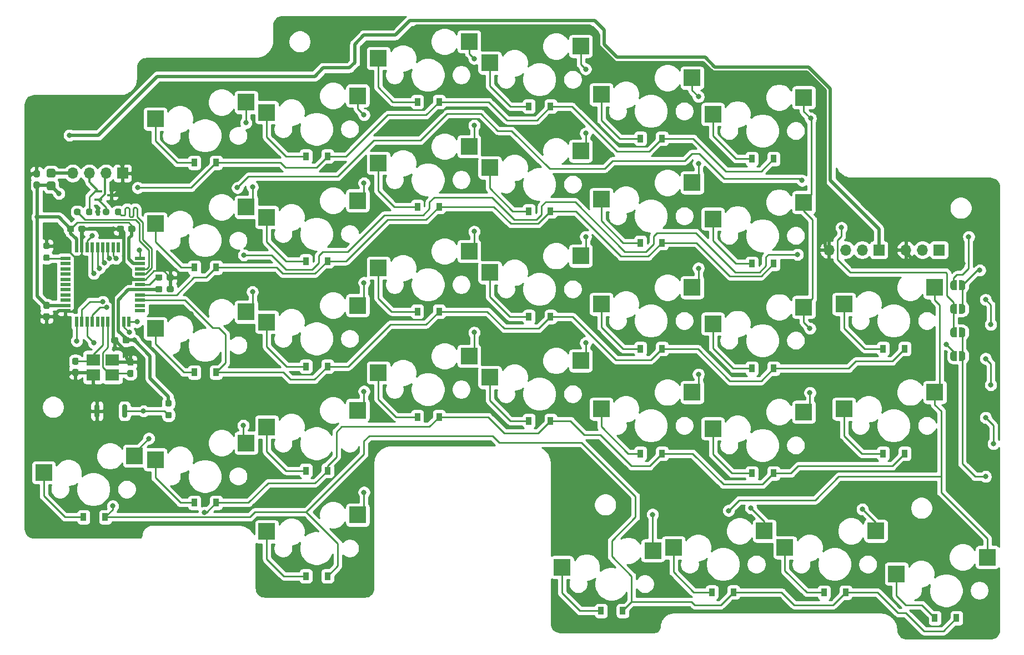
<source format=gbr>
G04 #@! TF.GenerationSoftware,KiCad,Pcbnew,(5.1.7)-1*
G04 #@! TF.CreationDate,2020-12-30T19:43:10-05:00*
G04 #@! TF.ProjectId,snowflake,736e6f77-666c-4616-9b65-2e6b69636164,rev?*
G04 #@! TF.SameCoordinates,Original*
G04 #@! TF.FileFunction,Copper,L2,Bot*
G04 #@! TF.FilePolarity,Positive*
%FSLAX46Y46*%
G04 Gerber Fmt 4.6, Leading zero omitted, Abs format (unit mm)*
G04 Created by KiCad (PCBNEW (5.1.7)-1) date 2020-12-30 19:43:10*
%MOMM*%
%LPD*%
G01*
G04 APERTURE LIST*
G04 #@! TA.AperFunction,SMDPad,CuDef*
%ADD10C,0.100000*%
G04 #@! TD*
G04 #@! TA.AperFunction,SMDPad,CuDef*
%ADD11R,1.168400X0.355600*%
G04 #@! TD*
G04 #@! TA.AperFunction,SMDPad,CuDef*
%ADD12R,2.100000X1.800000*%
G04 #@! TD*
G04 #@! TA.AperFunction,SMDPad,CuDef*
%ADD13R,0.550000X1.500000*%
G04 #@! TD*
G04 #@! TA.AperFunction,SMDPad,CuDef*
%ADD14R,1.500000X0.550000*%
G04 #@! TD*
G04 #@! TA.AperFunction,SMDPad,CuDef*
%ADD15R,2.550000X2.500000*%
G04 #@! TD*
G04 #@! TA.AperFunction,ComponentPad*
%ADD16O,1.700000X1.700000*%
G04 #@! TD*
G04 #@! TA.AperFunction,ComponentPad*
%ADD17R,1.700000X1.700000*%
G04 #@! TD*
G04 #@! TA.AperFunction,SMDPad,CuDef*
%ADD18R,0.900000X1.200000*%
G04 #@! TD*
G04 #@! TA.AperFunction,ViaPad*
%ADD19C,0.800000*%
G04 #@! TD*
G04 #@! TA.AperFunction,Conductor*
%ADD20C,0.500000*%
G04 #@! TD*
G04 #@! TA.AperFunction,Conductor*
%ADD21C,0.250000*%
G04 #@! TD*
G04 #@! TA.AperFunction,Conductor*
%ADD22C,0.300000*%
G04 #@! TD*
G04 #@! TA.AperFunction,Conductor*
%ADD23C,0.254000*%
G04 #@! TD*
G04 #@! TA.AperFunction,Conductor*
%ADD24C,0.100000*%
G04 #@! TD*
G04 APERTURE END LIST*
G04 #@! TA.AperFunction,SMDPad,CuDef*
D10*
G36*
X224800000Y-104150602D02*
G01*
X224824534Y-104150602D01*
X224873365Y-104155412D01*
X224921490Y-104164984D01*
X224968445Y-104179228D01*
X225013778Y-104198005D01*
X225057051Y-104221136D01*
X225097850Y-104248396D01*
X225135779Y-104279524D01*
X225170476Y-104314221D01*
X225201604Y-104352150D01*
X225228864Y-104392949D01*
X225251995Y-104436222D01*
X225270772Y-104481555D01*
X225285016Y-104528510D01*
X225294588Y-104576635D01*
X225299398Y-104625466D01*
X225299398Y-104650000D01*
X225300000Y-104650000D01*
X225300000Y-105150000D01*
X225299398Y-105150000D01*
X225299398Y-105174534D01*
X225294588Y-105223365D01*
X225285016Y-105271490D01*
X225270772Y-105318445D01*
X225251995Y-105363778D01*
X225228864Y-105407051D01*
X225201604Y-105447850D01*
X225170476Y-105485779D01*
X225135779Y-105520476D01*
X225097850Y-105551604D01*
X225057051Y-105578864D01*
X225013778Y-105601995D01*
X224968445Y-105620772D01*
X224921490Y-105635016D01*
X224873365Y-105644588D01*
X224824534Y-105649398D01*
X224800000Y-105649398D01*
X224800000Y-105650000D01*
X224300000Y-105650000D01*
X224300000Y-104150000D01*
X224800000Y-104150000D01*
X224800000Y-104150602D01*
G37*
G04 #@! TD.AperFunction*
G04 #@! TA.AperFunction,SMDPad,CuDef*
G36*
X224000000Y-105650000D02*
G01*
X223500000Y-105650000D01*
X223500000Y-105649398D01*
X223475466Y-105649398D01*
X223426635Y-105644588D01*
X223378510Y-105635016D01*
X223331555Y-105620772D01*
X223286222Y-105601995D01*
X223242949Y-105578864D01*
X223202150Y-105551604D01*
X223164221Y-105520476D01*
X223129524Y-105485779D01*
X223098396Y-105447850D01*
X223071136Y-105407051D01*
X223048005Y-105363778D01*
X223029228Y-105318445D01*
X223014984Y-105271490D01*
X223005412Y-105223365D01*
X223000602Y-105174534D01*
X223000602Y-105150000D01*
X223000000Y-105150000D01*
X223000000Y-104650000D01*
X223000602Y-104650000D01*
X223000602Y-104625466D01*
X223005412Y-104576635D01*
X223014984Y-104528510D01*
X223029228Y-104481555D01*
X223048005Y-104436222D01*
X223071136Y-104392949D01*
X223098396Y-104352150D01*
X223129524Y-104314221D01*
X223164221Y-104279524D01*
X223202150Y-104248396D01*
X223242949Y-104221136D01*
X223286222Y-104198005D01*
X223331555Y-104179228D01*
X223378510Y-104164984D01*
X223426635Y-104155412D01*
X223475466Y-104150602D01*
X223500000Y-104150602D01*
X223500000Y-104150000D01*
X224000000Y-104150000D01*
X224000000Y-105650000D01*
G37*
G04 #@! TD.AperFunction*
G04 #@! TA.AperFunction,SMDPad,CuDef*
G36*
X223500000Y-102049398D02*
G01*
X223475466Y-102049398D01*
X223426635Y-102044588D01*
X223378510Y-102035016D01*
X223331555Y-102020772D01*
X223286222Y-102001995D01*
X223242949Y-101978864D01*
X223202150Y-101951604D01*
X223164221Y-101920476D01*
X223129524Y-101885779D01*
X223098396Y-101847850D01*
X223071136Y-101807051D01*
X223048005Y-101763778D01*
X223029228Y-101718445D01*
X223014984Y-101671490D01*
X223005412Y-101623365D01*
X223000602Y-101574534D01*
X223000602Y-101550000D01*
X223000000Y-101550000D01*
X223000000Y-101050000D01*
X223000602Y-101050000D01*
X223000602Y-101025466D01*
X223005412Y-100976635D01*
X223014984Y-100928510D01*
X223029228Y-100881555D01*
X223048005Y-100836222D01*
X223071136Y-100792949D01*
X223098396Y-100752150D01*
X223129524Y-100714221D01*
X223164221Y-100679524D01*
X223202150Y-100648396D01*
X223242949Y-100621136D01*
X223286222Y-100598005D01*
X223331555Y-100579228D01*
X223378510Y-100564984D01*
X223426635Y-100555412D01*
X223475466Y-100550602D01*
X223500000Y-100550602D01*
X223500000Y-100550000D01*
X224000000Y-100550000D01*
X224000000Y-102050000D01*
X223500000Y-102050000D01*
X223500000Y-102049398D01*
G37*
G04 #@! TD.AperFunction*
G04 #@! TA.AperFunction,SMDPad,CuDef*
G36*
X224300000Y-100550000D02*
G01*
X224800000Y-100550000D01*
X224800000Y-100550602D01*
X224824534Y-100550602D01*
X224873365Y-100555412D01*
X224921490Y-100564984D01*
X224968445Y-100579228D01*
X225013778Y-100598005D01*
X225057051Y-100621136D01*
X225097850Y-100648396D01*
X225135779Y-100679524D01*
X225170476Y-100714221D01*
X225201604Y-100752150D01*
X225228864Y-100792949D01*
X225251995Y-100836222D01*
X225270772Y-100881555D01*
X225285016Y-100928510D01*
X225294588Y-100976635D01*
X225299398Y-101025466D01*
X225299398Y-101050000D01*
X225300000Y-101050000D01*
X225300000Y-101550000D01*
X225299398Y-101550000D01*
X225299398Y-101574534D01*
X225294588Y-101623365D01*
X225285016Y-101671490D01*
X225270772Y-101718445D01*
X225251995Y-101763778D01*
X225228864Y-101807051D01*
X225201604Y-101847850D01*
X225170476Y-101885779D01*
X225135779Y-101920476D01*
X225097850Y-101951604D01*
X225057051Y-101978864D01*
X225013778Y-102001995D01*
X224968445Y-102020772D01*
X224921490Y-102035016D01*
X224873365Y-102044588D01*
X224824534Y-102049398D01*
X224800000Y-102049398D01*
X224800000Y-102050000D01*
X224300000Y-102050000D01*
X224300000Y-100550000D01*
G37*
G04 #@! TD.AperFunction*
G04 #@! TA.AperFunction,SMDPad,CuDef*
G36*
X223500000Y-98449398D02*
G01*
X223475466Y-98449398D01*
X223426635Y-98444588D01*
X223378510Y-98435016D01*
X223331555Y-98420772D01*
X223286222Y-98401995D01*
X223242949Y-98378864D01*
X223202150Y-98351604D01*
X223164221Y-98320476D01*
X223129524Y-98285779D01*
X223098396Y-98247850D01*
X223071136Y-98207051D01*
X223048005Y-98163778D01*
X223029228Y-98118445D01*
X223014984Y-98071490D01*
X223005412Y-98023365D01*
X223000602Y-97974534D01*
X223000602Y-97950000D01*
X223000000Y-97950000D01*
X223000000Y-97450000D01*
X223000602Y-97450000D01*
X223000602Y-97425466D01*
X223005412Y-97376635D01*
X223014984Y-97328510D01*
X223029228Y-97281555D01*
X223048005Y-97236222D01*
X223071136Y-97192949D01*
X223098396Y-97152150D01*
X223129524Y-97114221D01*
X223164221Y-97079524D01*
X223202150Y-97048396D01*
X223242949Y-97021136D01*
X223286222Y-96998005D01*
X223331555Y-96979228D01*
X223378510Y-96964984D01*
X223426635Y-96955412D01*
X223475466Y-96950602D01*
X223500000Y-96950602D01*
X223500000Y-96950000D01*
X224000000Y-96950000D01*
X224000000Y-98450000D01*
X223500000Y-98450000D01*
X223500000Y-98449398D01*
G37*
G04 #@! TD.AperFunction*
G04 #@! TA.AperFunction,SMDPad,CuDef*
G36*
X224300000Y-96950000D02*
G01*
X224800000Y-96950000D01*
X224800000Y-96950602D01*
X224824534Y-96950602D01*
X224873365Y-96955412D01*
X224921490Y-96964984D01*
X224968445Y-96979228D01*
X225013778Y-96998005D01*
X225057051Y-97021136D01*
X225097850Y-97048396D01*
X225135779Y-97079524D01*
X225170476Y-97114221D01*
X225201604Y-97152150D01*
X225228864Y-97192949D01*
X225251995Y-97236222D01*
X225270772Y-97281555D01*
X225285016Y-97328510D01*
X225294588Y-97376635D01*
X225299398Y-97425466D01*
X225299398Y-97450000D01*
X225300000Y-97450000D01*
X225300000Y-97950000D01*
X225299398Y-97950000D01*
X225299398Y-97974534D01*
X225294588Y-98023365D01*
X225285016Y-98071490D01*
X225270772Y-98118445D01*
X225251995Y-98163778D01*
X225228864Y-98207051D01*
X225201604Y-98247850D01*
X225170476Y-98285779D01*
X225135779Y-98320476D01*
X225097850Y-98351604D01*
X225057051Y-98378864D01*
X225013778Y-98401995D01*
X224968445Y-98420772D01*
X224921490Y-98435016D01*
X224873365Y-98444588D01*
X224824534Y-98449398D01*
X224800000Y-98449398D01*
X224800000Y-98450000D01*
X224300000Y-98450000D01*
X224300000Y-96950000D01*
G37*
G04 #@! TD.AperFunction*
G04 #@! TA.AperFunction,SMDPad,CuDef*
G36*
X224800000Y-93350602D02*
G01*
X224824534Y-93350602D01*
X224873365Y-93355412D01*
X224921490Y-93364984D01*
X224968445Y-93379228D01*
X225013778Y-93398005D01*
X225057051Y-93421136D01*
X225097850Y-93448396D01*
X225135779Y-93479524D01*
X225170476Y-93514221D01*
X225201604Y-93552150D01*
X225228864Y-93592949D01*
X225251995Y-93636222D01*
X225270772Y-93681555D01*
X225285016Y-93728510D01*
X225294588Y-93776635D01*
X225299398Y-93825466D01*
X225299398Y-93850000D01*
X225300000Y-93850000D01*
X225300000Y-94350000D01*
X225299398Y-94350000D01*
X225299398Y-94374534D01*
X225294588Y-94423365D01*
X225285016Y-94471490D01*
X225270772Y-94518445D01*
X225251995Y-94563778D01*
X225228864Y-94607051D01*
X225201604Y-94647850D01*
X225170476Y-94685779D01*
X225135779Y-94720476D01*
X225097850Y-94751604D01*
X225057051Y-94778864D01*
X225013778Y-94801995D01*
X224968445Y-94820772D01*
X224921490Y-94835016D01*
X224873365Y-94844588D01*
X224824534Y-94849398D01*
X224800000Y-94849398D01*
X224800000Y-94850000D01*
X224300000Y-94850000D01*
X224300000Y-93350000D01*
X224800000Y-93350000D01*
X224800000Y-93350602D01*
G37*
G04 #@! TD.AperFunction*
G04 #@! TA.AperFunction,SMDPad,CuDef*
G36*
X224000000Y-94850000D02*
G01*
X223500000Y-94850000D01*
X223500000Y-94849398D01*
X223475466Y-94849398D01*
X223426635Y-94844588D01*
X223378510Y-94835016D01*
X223331555Y-94820772D01*
X223286222Y-94801995D01*
X223242949Y-94778864D01*
X223202150Y-94751604D01*
X223164221Y-94720476D01*
X223129524Y-94685779D01*
X223098396Y-94647850D01*
X223071136Y-94607051D01*
X223048005Y-94563778D01*
X223029228Y-94518445D01*
X223014984Y-94471490D01*
X223005412Y-94423365D01*
X223000602Y-94374534D01*
X223000602Y-94350000D01*
X223000000Y-94350000D01*
X223000000Y-93850000D01*
X223000602Y-93850000D01*
X223000602Y-93825466D01*
X223005412Y-93776635D01*
X223014984Y-93728510D01*
X223029228Y-93681555D01*
X223048005Y-93636222D01*
X223071136Y-93592949D01*
X223098396Y-93552150D01*
X223129524Y-93514221D01*
X223164221Y-93479524D01*
X223202150Y-93448396D01*
X223242949Y-93421136D01*
X223286222Y-93398005D01*
X223331555Y-93379228D01*
X223378510Y-93364984D01*
X223426635Y-93355412D01*
X223475466Y-93350602D01*
X223500000Y-93350602D01*
X223500000Y-93350000D01*
X224000000Y-93350000D01*
X224000000Y-94850000D01*
G37*
G04 #@! TD.AperFunction*
G04 #@! TA.AperFunction,SMDPad,CuDef*
G36*
G01*
X92500000Y-114100000D02*
X92500000Y-112500000D01*
G75*
G02*
X92700000Y-112300000I200000J0D01*
G01*
X93100000Y-112300000D01*
G75*
G02*
X93300000Y-112500000I0J-200000D01*
G01*
X93300000Y-114100000D01*
G75*
G02*
X93100000Y-114300000I-200000J0D01*
G01*
X92700000Y-114300000D01*
G75*
G02*
X92500000Y-114100000I0J200000D01*
G01*
G37*
G04 #@! TD.AperFunction*
G04 #@! TA.AperFunction,SMDPad,CuDef*
G36*
G01*
X96700000Y-114100000D02*
X96700000Y-112500000D01*
G75*
G02*
X96900000Y-112300000I200000J0D01*
G01*
X97300000Y-112300000D01*
G75*
G02*
X97500000Y-112500000I0J-200000D01*
G01*
X97500000Y-114100000D01*
G75*
G02*
X97300000Y-114300000I-200000J0D01*
G01*
X96900000Y-114300000D01*
G75*
G02*
X96700000Y-114100000I0J200000D01*
G01*
G37*
G04 #@! TD.AperFunction*
D11*
X95065200Y-80400000D03*
X93134800Y-79750001D03*
X93134800Y-81049999D03*
D12*
X92330000Y-107770000D03*
X95230000Y-107770000D03*
X95230000Y-105470000D03*
X92330000Y-105470000D03*
D13*
X97780000Y-88290000D03*
X96980000Y-88290000D03*
X96180000Y-88290000D03*
X95380000Y-88290000D03*
X94580000Y-88290000D03*
X93780000Y-88290000D03*
X92980000Y-88290000D03*
X92180000Y-88290000D03*
X91380000Y-88290000D03*
X90580000Y-88290000D03*
X89780000Y-88290000D03*
D14*
X88080000Y-89990000D03*
X88080000Y-90790000D03*
X88080000Y-91590000D03*
X88080000Y-92390000D03*
X88080000Y-93190000D03*
X88080000Y-93990000D03*
X88080000Y-94790000D03*
X88080000Y-95590000D03*
X88080000Y-96390000D03*
X88080000Y-97190000D03*
X88080000Y-97990000D03*
D13*
X89780000Y-99690000D03*
X90580000Y-99690000D03*
X91380000Y-99690000D03*
X92180000Y-99690000D03*
X92980000Y-99690000D03*
X93780000Y-99690000D03*
X94580000Y-99690000D03*
X95380000Y-99690000D03*
X96180000Y-99690000D03*
X96980000Y-99690000D03*
X97780000Y-99690000D03*
D14*
X99480000Y-97990000D03*
X99480000Y-97190000D03*
X99480000Y-96390000D03*
X99480000Y-95590000D03*
X99480000Y-94790000D03*
X99480000Y-93990000D03*
X99480000Y-93190000D03*
X99480000Y-92390000D03*
X99480000Y-91590000D03*
X99480000Y-90790000D03*
X99480000Y-89990000D03*
G04 #@! TA.AperFunction,SMDPad,CuDef*
G36*
G01*
X84962500Y-89412500D02*
X85437500Y-89412500D01*
G75*
G02*
X85675000Y-89650000I0J-237500D01*
G01*
X85675000Y-90150000D01*
G75*
G02*
X85437500Y-90387500I-237500J0D01*
G01*
X84962500Y-90387500D01*
G75*
G02*
X84725000Y-90150000I0J237500D01*
G01*
X84725000Y-89650000D01*
G75*
G02*
X84962500Y-89412500I237500J0D01*
G01*
G37*
G04 #@! TD.AperFunction*
G04 #@! TA.AperFunction,SMDPad,CuDef*
G36*
G01*
X84962500Y-87587500D02*
X85437500Y-87587500D01*
G75*
G02*
X85675000Y-87825000I0J-237500D01*
G01*
X85675000Y-88325000D01*
G75*
G02*
X85437500Y-88562500I-237500J0D01*
G01*
X84962500Y-88562500D01*
G75*
G02*
X84725000Y-88325000I0J237500D01*
G01*
X84725000Y-87825000D01*
G75*
G02*
X84962500Y-87587500I237500J0D01*
G01*
G37*
G04 #@! TD.AperFunction*
G04 #@! TA.AperFunction,SMDPad,CuDef*
G36*
G01*
X104037500Y-112587500D02*
X103562500Y-112587500D01*
G75*
G02*
X103325000Y-112350000I0J237500D01*
G01*
X103325000Y-111850000D01*
G75*
G02*
X103562500Y-111612500I237500J0D01*
G01*
X104037500Y-111612500D01*
G75*
G02*
X104275000Y-111850000I0J-237500D01*
G01*
X104275000Y-112350000D01*
G75*
G02*
X104037500Y-112587500I-237500J0D01*
G01*
G37*
G04 #@! TD.AperFunction*
G04 #@! TA.AperFunction,SMDPad,CuDef*
G36*
G01*
X104037500Y-114412500D02*
X103562500Y-114412500D01*
G75*
G02*
X103325000Y-114175000I0J237500D01*
G01*
X103325000Y-113675000D01*
G75*
G02*
X103562500Y-113437500I237500J0D01*
G01*
X104037500Y-113437500D01*
G75*
G02*
X104275000Y-113675000I0J-237500D01*
G01*
X104275000Y-114175000D01*
G75*
G02*
X104037500Y-114412500I-237500J0D01*
G01*
G37*
G04 #@! TD.AperFunction*
G04 #@! TA.AperFunction,SMDPad,CuDef*
G36*
G01*
X91225000Y-83137500D02*
X91225000Y-82662500D01*
G75*
G02*
X91462500Y-82425000I237500J0D01*
G01*
X91962500Y-82425000D01*
G75*
G02*
X92200000Y-82662500I0J-237500D01*
G01*
X92200000Y-83137500D01*
G75*
G02*
X91962500Y-83375000I-237500J0D01*
G01*
X91462500Y-83375000D01*
G75*
G02*
X91225000Y-83137500I0J237500D01*
G01*
G37*
G04 #@! TD.AperFunction*
G04 #@! TA.AperFunction,SMDPad,CuDef*
G36*
G01*
X89400000Y-83137500D02*
X89400000Y-82662500D01*
G75*
G02*
X89637500Y-82425000I237500J0D01*
G01*
X90137500Y-82425000D01*
G75*
G02*
X90375000Y-82662500I0J-237500D01*
G01*
X90375000Y-83137500D01*
G75*
G02*
X90137500Y-83375000I-237500J0D01*
G01*
X89637500Y-83375000D01*
G75*
G02*
X89400000Y-83137500I0J237500D01*
G01*
G37*
G04 #@! TD.AperFunction*
G04 #@! TA.AperFunction,SMDPad,CuDef*
G36*
G01*
X94775000Y-82662500D02*
X94775000Y-83137500D01*
G75*
G02*
X94537500Y-83375000I-237500J0D01*
G01*
X94037500Y-83375000D01*
G75*
G02*
X93800000Y-83137500I0J237500D01*
G01*
X93800000Y-82662500D01*
G75*
G02*
X94037500Y-82425000I237500J0D01*
G01*
X94537500Y-82425000D01*
G75*
G02*
X94775000Y-82662500I0J-237500D01*
G01*
G37*
G04 #@! TD.AperFunction*
G04 #@! TA.AperFunction,SMDPad,CuDef*
G36*
G01*
X96600000Y-82662500D02*
X96600000Y-83137500D01*
G75*
G02*
X96362500Y-83375000I-237500J0D01*
G01*
X95862500Y-83375000D01*
G75*
G02*
X95625000Y-83137500I0J237500D01*
G01*
X95625000Y-82662500D01*
G75*
G02*
X95862500Y-82425000I237500J0D01*
G01*
X96362500Y-82425000D01*
G75*
G02*
X96600000Y-82662500I0J-237500D01*
G01*
G37*
G04 #@! TD.AperFunction*
D15*
X214790000Y-138150000D03*
X228640000Y-135610000D03*
X197790000Y-134150000D03*
X211640000Y-131610000D03*
X180790000Y-134150000D03*
X194640000Y-131610000D03*
X163790000Y-137150000D03*
X177640000Y-134610000D03*
X118790000Y-131710000D03*
X132640000Y-129170000D03*
X206790000Y-112980000D03*
X220640000Y-110440000D03*
X186790000Y-115980000D03*
X200640000Y-113440000D03*
X169790000Y-112980000D03*
X183640000Y-110440000D03*
X152790000Y-108150000D03*
X166640000Y-105610000D03*
X135790000Y-107450000D03*
X149640000Y-104910000D03*
X118790000Y-115710000D03*
X132640000Y-113170000D03*
X101790000Y-120710000D03*
X115640000Y-118170000D03*
X84790000Y-122710000D03*
X98640000Y-120170000D03*
X206790000Y-96980000D03*
X220640000Y-94440000D03*
X186790000Y-99980000D03*
X200640000Y-97440000D03*
X183640000Y-94440000D03*
X169790000Y-96980000D03*
X152790000Y-92150000D03*
X166640000Y-89610000D03*
X135790000Y-91450000D03*
X149640000Y-88910000D03*
X118790000Y-99710000D03*
X132640000Y-97170000D03*
X101790000Y-100710000D03*
X115640000Y-98170000D03*
X186790000Y-83980000D03*
X200640000Y-81440000D03*
X169790000Y-80980000D03*
X183640000Y-78440000D03*
X152790000Y-76150000D03*
X166640000Y-73610000D03*
X135790000Y-75450000D03*
X149640000Y-72910000D03*
X118790000Y-83710000D03*
X132640000Y-81170000D03*
X101790000Y-84710000D03*
X115640000Y-82170000D03*
X186790000Y-67980000D03*
X200640000Y-65440000D03*
X169790000Y-64980000D03*
X183640000Y-62440000D03*
X152790000Y-60150000D03*
X166640000Y-57610000D03*
X135790000Y-59450000D03*
X149640000Y-56910000D03*
X118790000Y-67710000D03*
X132640000Y-65170000D03*
X101790000Y-68710000D03*
X115640000Y-66170000D03*
D16*
X204480000Y-88700000D03*
X207020000Y-88700000D03*
X209560000Y-88700000D03*
D17*
X212100000Y-88700000D03*
D16*
X216220000Y-88700000D03*
X218760000Y-88700000D03*
D17*
X221300000Y-88700000D03*
D16*
X89180000Y-77000000D03*
X91720000Y-77000000D03*
X94260000Y-77000000D03*
D17*
X96800000Y-77000000D03*
G04 #@! TA.AperFunction,SMDPad,CuDef*
G36*
G01*
X85499999Y-78262500D02*
X86300001Y-78262500D01*
G75*
G02*
X86550000Y-78512499I0J-249999D01*
G01*
X86550000Y-79337501D01*
G75*
G02*
X86300001Y-79587500I-249999J0D01*
G01*
X85499999Y-79587500D01*
G75*
G02*
X85250000Y-79337501I0J249999D01*
G01*
X85250000Y-78512499D01*
G75*
G02*
X85499999Y-78262500I249999J0D01*
G01*
G37*
G04 #@! TD.AperFunction*
G04 #@! TA.AperFunction,SMDPad,CuDef*
G36*
G01*
X85499999Y-76337500D02*
X86300001Y-76337500D01*
G75*
G02*
X86550000Y-76587499I0J-249999D01*
G01*
X86550000Y-77412501D01*
G75*
G02*
X86300001Y-77662500I-249999J0D01*
G01*
X85499999Y-77662500D01*
G75*
G02*
X85250000Y-77412501I0J249999D01*
G01*
X85250000Y-76587499D01*
G75*
G02*
X85499999Y-76337500I249999J0D01*
G01*
G37*
G04 #@! TD.AperFunction*
D18*
X220650000Y-144900000D03*
X223950000Y-144900000D03*
X212750000Y-119800000D03*
X216050000Y-119800000D03*
X212750000Y-103800000D03*
X216050000Y-103800000D03*
X203750000Y-141000000D03*
X207050000Y-141000000D03*
X192750000Y-122800000D03*
X196050000Y-122800000D03*
X192750000Y-106800000D03*
X196050000Y-106800000D03*
X192750000Y-90800000D03*
X196050000Y-90800000D03*
X192750000Y-74800000D03*
X196050000Y-74800000D03*
X186650000Y-140970000D03*
X189950000Y-140970000D03*
X175750000Y-119800000D03*
X179050000Y-119800000D03*
X175750000Y-103800000D03*
X179050000Y-103800000D03*
X175750000Y-87600000D03*
X179050000Y-87600000D03*
X175750000Y-71700000D03*
X179050000Y-71700000D03*
X169750000Y-143800000D03*
X173050000Y-143800000D03*
X158750000Y-114800000D03*
X162050000Y-114800000D03*
X158750000Y-98900000D03*
X162050000Y-98900000D03*
X158750000Y-82800000D03*
X162050000Y-82800000D03*
X158750000Y-66800000D03*
X162050000Y-66800000D03*
X141750000Y-114200000D03*
X145050000Y-114200000D03*
X141750000Y-98100000D03*
X145050000Y-98100000D03*
X141750000Y-82100000D03*
X145050000Y-82100000D03*
X141750000Y-66100000D03*
X145050000Y-66100000D03*
X124750000Y-138500000D03*
X128050000Y-138500000D03*
X124750000Y-122400000D03*
X128050000Y-122400000D03*
X124750000Y-106500000D03*
X128050000Y-106500000D03*
X124750000Y-90400000D03*
X128050000Y-90400000D03*
X124750000Y-74400000D03*
X128050000Y-74400000D03*
X107750000Y-127300000D03*
X111050000Y-127300000D03*
X107750000Y-107400000D03*
X111050000Y-107400000D03*
X107750000Y-91400000D03*
X111050000Y-91400000D03*
X107750000Y-75400000D03*
X111050000Y-75400000D03*
X90850000Y-129500000D03*
X94150000Y-129500000D03*
G04 #@! TA.AperFunction,SMDPad,CuDef*
G36*
G01*
X96137500Y-102262500D02*
X96137500Y-102737500D01*
G75*
G02*
X95900000Y-102975000I-237500J0D01*
G01*
X95300000Y-102975000D01*
G75*
G02*
X95062500Y-102737500I0J237500D01*
G01*
X95062500Y-102262500D01*
G75*
G02*
X95300000Y-102025000I237500J0D01*
G01*
X95900000Y-102025000D01*
G75*
G02*
X96137500Y-102262500I0J-237500D01*
G01*
G37*
G04 #@! TD.AperFunction*
G04 #@! TA.AperFunction,SMDPad,CuDef*
G36*
G01*
X97862500Y-102262500D02*
X97862500Y-102737500D01*
G75*
G02*
X97625000Y-102975000I-237500J0D01*
G01*
X97025000Y-102975000D01*
G75*
G02*
X96787500Y-102737500I0J237500D01*
G01*
X96787500Y-102262500D01*
G75*
G02*
X97025000Y-102025000I237500J0D01*
G01*
X97625000Y-102025000D01*
G75*
G02*
X97862500Y-102262500I0J-237500D01*
G01*
G37*
G04 #@! TD.AperFunction*
G04 #@! TA.AperFunction,SMDPad,CuDef*
G36*
G01*
X84962500Y-98362500D02*
X85437500Y-98362500D01*
G75*
G02*
X85675000Y-98600000I0J-237500D01*
G01*
X85675000Y-99200000D01*
G75*
G02*
X85437500Y-99437500I-237500J0D01*
G01*
X84962500Y-99437500D01*
G75*
G02*
X84725000Y-99200000I0J237500D01*
G01*
X84725000Y-98600000D01*
G75*
G02*
X84962500Y-98362500I237500J0D01*
G01*
G37*
G04 #@! TD.AperFunction*
G04 #@! TA.AperFunction,SMDPad,CuDef*
G36*
G01*
X84962500Y-96637500D02*
X85437500Y-96637500D01*
G75*
G02*
X85675000Y-96875000I0J-237500D01*
G01*
X85675000Y-97475000D01*
G75*
G02*
X85437500Y-97712500I-237500J0D01*
G01*
X84962500Y-97712500D01*
G75*
G02*
X84725000Y-97475000I0J237500D01*
G01*
X84725000Y-96875000D01*
G75*
G02*
X84962500Y-96637500I237500J0D01*
G01*
G37*
G04 #@! TD.AperFunction*
G04 #@! TA.AperFunction,SMDPad,CuDef*
G36*
G01*
X103525000Y-93137500D02*
X103525000Y-92662500D01*
G75*
G02*
X103762500Y-92425000I237500J0D01*
G01*
X104362500Y-92425000D01*
G75*
G02*
X104600000Y-92662500I0J-237500D01*
G01*
X104600000Y-93137500D01*
G75*
G02*
X104362500Y-93375000I-237500J0D01*
G01*
X103762500Y-93375000D01*
G75*
G02*
X103525000Y-93137500I0J237500D01*
G01*
G37*
G04 #@! TD.AperFunction*
G04 #@! TA.AperFunction,SMDPad,CuDef*
G36*
G01*
X101800000Y-93137500D02*
X101800000Y-92662500D01*
G75*
G02*
X102037500Y-92425000I237500J0D01*
G01*
X102637500Y-92425000D01*
G75*
G02*
X102875000Y-92662500I0J-237500D01*
G01*
X102875000Y-93137500D01*
G75*
G02*
X102637500Y-93375000I-237500J0D01*
G01*
X102037500Y-93375000D01*
G75*
G02*
X101800000Y-93137500I0J237500D01*
G01*
G37*
G04 #@! TD.AperFunction*
G04 #@! TA.AperFunction,SMDPad,CuDef*
G36*
G01*
X98237500Y-106375000D02*
X97762500Y-106375000D01*
G75*
G02*
X97525000Y-106137500I0J237500D01*
G01*
X97525000Y-105537500D01*
G75*
G02*
X97762500Y-105300000I237500J0D01*
G01*
X98237500Y-105300000D01*
G75*
G02*
X98475000Y-105537500I0J-237500D01*
G01*
X98475000Y-106137500D01*
G75*
G02*
X98237500Y-106375000I-237500J0D01*
G01*
G37*
G04 #@! TD.AperFunction*
G04 #@! TA.AperFunction,SMDPad,CuDef*
G36*
G01*
X98237500Y-108100000D02*
X97762500Y-108100000D01*
G75*
G02*
X97525000Y-107862500I0J237500D01*
G01*
X97525000Y-107262500D01*
G75*
G02*
X97762500Y-107025000I237500J0D01*
G01*
X98237500Y-107025000D01*
G75*
G02*
X98475000Y-107262500I0J-237500D01*
G01*
X98475000Y-107862500D01*
G75*
G02*
X98237500Y-108100000I-237500J0D01*
G01*
G37*
G04 #@! TD.AperFunction*
G04 #@! TA.AperFunction,SMDPad,CuDef*
G36*
G01*
X89362500Y-106887500D02*
X89837500Y-106887500D01*
G75*
G02*
X90075000Y-107125000I0J-237500D01*
G01*
X90075000Y-107725000D01*
G75*
G02*
X89837500Y-107962500I-237500J0D01*
G01*
X89362500Y-107962500D01*
G75*
G02*
X89125000Y-107725000I0J237500D01*
G01*
X89125000Y-107125000D01*
G75*
G02*
X89362500Y-106887500I237500J0D01*
G01*
G37*
G04 #@! TD.AperFunction*
G04 #@! TA.AperFunction,SMDPad,CuDef*
G36*
G01*
X89362500Y-105162500D02*
X89837500Y-105162500D01*
G75*
G02*
X90075000Y-105400000I0J-237500D01*
G01*
X90075000Y-106000000D01*
G75*
G02*
X89837500Y-106237500I-237500J0D01*
G01*
X89362500Y-106237500D01*
G75*
G02*
X89125000Y-106000000I0J237500D01*
G01*
X89125000Y-105400000D01*
G75*
G02*
X89362500Y-105162500I237500J0D01*
G01*
G37*
G04 #@! TD.AperFunction*
G04 #@! TA.AperFunction,SMDPad,CuDef*
G36*
G01*
X97012500Y-85262500D02*
X97012500Y-85737500D01*
G75*
G02*
X96775000Y-85975000I-237500J0D01*
G01*
X96175000Y-85975000D01*
G75*
G02*
X95937500Y-85737500I0J237500D01*
G01*
X95937500Y-85262500D01*
G75*
G02*
X96175000Y-85025000I237500J0D01*
G01*
X96775000Y-85025000D01*
G75*
G02*
X97012500Y-85262500I0J-237500D01*
G01*
G37*
G04 #@! TD.AperFunction*
G04 #@! TA.AperFunction,SMDPad,CuDef*
G36*
G01*
X98737500Y-85262500D02*
X98737500Y-85737500D01*
G75*
G02*
X98500000Y-85975000I-237500J0D01*
G01*
X97900000Y-85975000D01*
G75*
G02*
X97662500Y-85737500I0J237500D01*
G01*
X97662500Y-85262500D01*
G75*
G02*
X97900000Y-85025000I237500J0D01*
G01*
X98500000Y-85025000D01*
G75*
G02*
X98737500Y-85262500I0J-237500D01*
G01*
G37*
G04 #@! TD.AperFunction*
G04 #@! TA.AperFunction,SMDPad,CuDef*
G36*
G01*
X90062500Y-85737500D02*
X90062500Y-85262500D01*
G75*
G02*
X90300000Y-85025000I237500J0D01*
G01*
X90900000Y-85025000D01*
G75*
G02*
X91137500Y-85262500I0J-237500D01*
G01*
X91137500Y-85737500D01*
G75*
G02*
X90900000Y-85975000I-237500J0D01*
G01*
X90300000Y-85975000D01*
G75*
G02*
X90062500Y-85737500I0J237500D01*
G01*
G37*
G04 #@! TD.AperFunction*
G04 #@! TA.AperFunction,SMDPad,CuDef*
G36*
G01*
X88337500Y-85737500D02*
X88337500Y-85262500D01*
G75*
G02*
X88575000Y-85025000I237500J0D01*
G01*
X89175000Y-85025000D01*
G75*
G02*
X89412500Y-85262500I0J-237500D01*
G01*
X89412500Y-85737500D01*
G75*
G02*
X89175000Y-85975000I-237500J0D01*
G01*
X88575000Y-85975000D01*
G75*
G02*
X88337500Y-85737500I0J237500D01*
G01*
G37*
G04 #@! TD.AperFunction*
G04 #@! TA.AperFunction,SMDPad,CuDef*
G36*
G01*
X103525000Y-94937500D02*
X103525000Y-94462500D01*
G75*
G02*
X103762500Y-94225000I237500J0D01*
G01*
X104362500Y-94225000D01*
G75*
G02*
X104600000Y-94462500I0J-237500D01*
G01*
X104600000Y-94937500D01*
G75*
G02*
X104362500Y-95175000I-237500J0D01*
G01*
X103762500Y-95175000D01*
G75*
G02*
X103525000Y-94937500I0J237500D01*
G01*
G37*
G04 #@! TD.AperFunction*
G04 #@! TA.AperFunction,SMDPad,CuDef*
G36*
G01*
X101800000Y-94937500D02*
X101800000Y-94462500D01*
G75*
G02*
X102037500Y-94225000I237500J0D01*
G01*
X102637500Y-94225000D01*
G75*
G02*
X102875000Y-94462500I0J-237500D01*
G01*
X102875000Y-94937500D01*
G75*
G02*
X102637500Y-95175000I-237500J0D01*
G01*
X102037500Y-95175000D01*
G75*
G02*
X101800000Y-94937500I0J237500D01*
G01*
G37*
G04 #@! TD.AperFunction*
G04 #@! TA.AperFunction,SMDPad,CuDef*
G36*
G01*
X83937500Y-77612500D02*
X83462500Y-77612500D01*
G75*
G02*
X83225000Y-77375000I0J237500D01*
G01*
X83225000Y-76775000D01*
G75*
G02*
X83462500Y-76537500I237500J0D01*
G01*
X83937500Y-76537500D01*
G75*
G02*
X84175000Y-76775000I0J-237500D01*
G01*
X84175000Y-77375000D01*
G75*
G02*
X83937500Y-77612500I-237500J0D01*
G01*
G37*
G04 #@! TD.AperFunction*
G04 #@! TA.AperFunction,SMDPad,CuDef*
G36*
G01*
X83937500Y-79337500D02*
X83462500Y-79337500D01*
G75*
G02*
X83225000Y-79100000I0J237500D01*
G01*
X83225000Y-78500000D01*
G75*
G02*
X83462500Y-78262500I237500J0D01*
G01*
X83937500Y-78262500D01*
G75*
G02*
X84175000Y-78500000I0J-237500D01*
G01*
X84175000Y-79100000D01*
G75*
G02*
X83937500Y-79337500I-237500J0D01*
G01*
G37*
G04 #@! TD.AperFunction*
D19*
X95400000Y-85500000D03*
X106800000Y-114300000D03*
X115200000Y-108500000D03*
X111800000Y-109500000D03*
X118400000Y-108500000D03*
X121400000Y-111900000D03*
X124800000Y-111900000D03*
X138000000Y-103500000D03*
X141000000Y-103500000D03*
X147000000Y-101100000D03*
X154800000Y-103100000D03*
X157600000Y-103100000D03*
X160200000Y-103100000D03*
X171200000Y-108100000D03*
X173800000Y-108100000D03*
X176600000Y-108100000D03*
X101600000Y-111500000D03*
X120600000Y-78700000D03*
X123400000Y-78700000D03*
X126000000Y-78700000D03*
X139000000Y-80500000D03*
X146400000Y-75900000D03*
X160200000Y-70700000D03*
X138800000Y-70100000D03*
X89400000Y-80000000D03*
X85500000Y-93400000D03*
X164800000Y-130100000D03*
X164800000Y-126500000D03*
X132400000Y-138500000D03*
X119400000Y-139100000D03*
X179600000Y-139500000D03*
X224900000Y-90800000D03*
X215000000Y-126000000D03*
X215000000Y-128200000D03*
X102800000Y-91100000D03*
X95400000Y-92700000D03*
X112800000Y-94100000D03*
X142600000Y-57900000D03*
X148400000Y-64500000D03*
X98200000Y-103900000D03*
X176600000Y-61500000D03*
X129800000Y-121900000D03*
X123200000Y-120700000D03*
X118600000Y-105700000D03*
X191000000Y-88700000D03*
X174200000Y-85300000D03*
X157200000Y-80700000D03*
X122800000Y-88700000D03*
X181200000Y-73500000D03*
X107200000Y-98500000D03*
X93000000Y-82900000D03*
X169400000Y-73500000D03*
X128600000Y-76300000D03*
X83800000Y-83700000D03*
X98600000Y-102500000D03*
X87100000Y-80100000D03*
X88700000Y-71200000D03*
X95300000Y-127800000D03*
X89800000Y-102600000D03*
X92200000Y-86500000D03*
X99100000Y-79200000D03*
X109300000Y-128775000D03*
X92400000Y-102900000D03*
X228375000Y-96300000D03*
X229175000Y-100100000D03*
X227500000Y-91800000D03*
X228375000Y-105300000D03*
X229175000Y-109300000D03*
X228375000Y-114300000D03*
X229575000Y-118300000D03*
X206400000Y-85300000D03*
X94400000Y-97500000D03*
X115300000Y-89500000D03*
X199700000Y-89400000D03*
X115600000Y-69300000D03*
X100800000Y-117500000D03*
X115200000Y-115500000D03*
X116600000Y-95100000D03*
X116600000Y-79100000D03*
X99000000Y-99700000D03*
X133600000Y-68100000D03*
X133600000Y-125700000D03*
X133600000Y-110300000D03*
X133600000Y-93700000D03*
X133600000Y-78500000D03*
X99400000Y-88700000D03*
X150400000Y-59500000D03*
X150400000Y-101300000D03*
X150400000Y-85900000D03*
X150400000Y-69700000D03*
X95800000Y-90000000D03*
X167400000Y-61100000D03*
X167400000Y-102900000D03*
X167400000Y-86700000D03*
X167400000Y-70900000D03*
X177600000Y-129100000D03*
X94792791Y-90005220D03*
X184600000Y-65300000D03*
X192600000Y-128100000D03*
X184600000Y-107700000D03*
X184600000Y-91500000D03*
X184600000Y-75500000D03*
X94000000Y-90700000D03*
X201600000Y-100700000D03*
X209600000Y-128300000D03*
X201600000Y-110500000D03*
X93300000Y-91500000D03*
X201700000Y-68600000D03*
X92400000Y-92300000D03*
X189200000Y-128500000D03*
X97800000Y-101300000D03*
X100000000Y-113300000D03*
X93800000Y-96600000D03*
X114300000Y-79200000D03*
X200400000Y-78100000D03*
X222400000Y-103100000D03*
X228375000Y-123300000D03*
X225800000Y-86700000D03*
D20*
X85200000Y-98900000D02*
X86200000Y-98900000D01*
X87110000Y-97990000D02*
X88080000Y-97990000D01*
X86200000Y-98900000D02*
X87110000Y-97990000D01*
X95380000Y-102280000D02*
X95600000Y-102500000D01*
X95380000Y-99690000D02*
X95380000Y-102280000D01*
X96980000Y-86005000D02*
X96980000Y-88290000D01*
X96475000Y-85500000D02*
X96980000Y-86005000D01*
X90600000Y-88270000D02*
X90580000Y-88290000D01*
X90600000Y-85500000D02*
X90600000Y-88270000D01*
X96720000Y-77000000D02*
X96720000Y-75820000D01*
X96720000Y-75820000D02*
X95900000Y-75000000D01*
X83700000Y-76000000D02*
X83700000Y-77075000D01*
X84700000Y-75000000D02*
X83700000Y-76000000D01*
X85200000Y-98900000D02*
X85200000Y-101300000D01*
X87900000Y-104000000D02*
X87900000Y-108400000D01*
X85200000Y-101300000D02*
X87900000Y-104000000D01*
X87900000Y-108400000D02*
X89200000Y-109700000D01*
D21*
X90580000Y-88290000D02*
X90580000Y-89320000D01*
X90580000Y-89320000D02*
X90200000Y-89700000D01*
X90200000Y-89700000D02*
X89400000Y-89700000D01*
X87775002Y-88075000D02*
X85200000Y-88075000D01*
X89400000Y-89700000D02*
X87775002Y-88075000D01*
X99480000Y-93190000D02*
X100310000Y-93190000D01*
X101600000Y-91900000D02*
X103062500Y-91900000D01*
X103062500Y-91900000D02*
X104062500Y-92900000D01*
X100310000Y-93190000D02*
X101600000Y-91900000D01*
X104062500Y-92900000D02*
X104062500Y-94700000D01*
D20*
X98444998Y-93190000D02*
X99480000Y-93190000D01*
X96980000Y-91725002D02*
X98444998Y-93190000D01*
X96980000Y-88290000D02*
X96980000Y-91725002D01*
X98444998Y-93190000D02*
X97710000Y-93190000D01*
X95380000Y-95520000D02*
X95380000Y-99690000D01*
X97710000Y-93190000D02*
X95380000Y-95520000D01*
X90600000Y-85500000D02*
X95400000Y-85500000D01*
X95400000Y-85500000D02*
X96475000Y-85500000D01*
X92900000Y-113300000D02*
X92900000Y-111200000D01*
X97400000Y-104300000D02*
X95600000Y-102500000D01*
X216220000Y-88700000D02*
X216220000Y-89120000D01*
X216220000Y-89120000D02*
X218200000Y-91100000D01*
X218200000Y-91100000D02*
X224600000Y-91100000D01*
X224600000Y-91100000D02*
X224900000Y-90800000D01*
X88875000Y-107425000D02*
X87900000Y-108400000D01*
X89600000Y-107425000D02*
X88875000Y-107425000D01*
X91985000Y-107425000D02*
X92330000Y-107770000D01*
X89600000Y-107425000D02*
X91985000Y-107425000D01*
X97400000Y-105237500D02*
X98000000Y-105837500D01*
X97400000Y-104300000D02*
X97400000Y-105237500D01*
X95597500Y-105837500D02*
X95230000Y-105470000D01*
X98000000Y-105837500D02*
X95597500Y-105837500D01*
X91400000Y-109700000D02*
X92900000Y-111200000D01*
X89200000Y-109700000D02*
X91400000Y-109700000D01*
X84400000Y-98900000D02*
X85200000Y-98900000D01*
X82600000Y-97100000D02*
X84400000Y-98900000D01*
X82600000Y-77500000D02*
X82600000Y-97100000D01*
X83700000Y-77075000D02*
X83025000Y-77075000D01*
X83025000Y-77075000D02*
X82600000Y-77500000D01*
X203900000Y-64400000D02*
X203900000Y-88120000D01*
X128200000Y-62100000D02*
X132000000Y-62100000D01*
X127000000Y-63300000D02*
X128200000Y-62100000D01*
X203900000Y-88120000D02*
X204480000Y-88700000D01*
X102700000Y-63300000D02*
X127000000Y-63300000D01*
X186800000Y-61600000D02*
X201100000Y-61600000D01*
X96800000Y-69200000D02*
X102700000Y-63300000D01*
X134000000Y-57100000D02*
X139000000Y-57100000D01*
X96800000Y-77000000D02*
X96800000Y-69200000D01*
X133400000Y-57700000D02*
X134000000Y-57100000D01*
X132000000Y-62100000D02*
X133400000Y-60700000D01*
X169400000Y-57600000D02*
X171900000Y-60100000D01*
X141600000Y-54500000D02*
X168000000Y-54500000D01*
X139000000Y-57100000D02*
X141600000Y-54500000D01*
X201100000Y-61600000D02*
X203900000Y-64400000D01*
X133400000Y-60700000D02*
X133400000Y-57700000D01*
X168000000Y-54500000D02*
X169400000Y-55900000D01*
X169400000Y-55900000D02*
X169400000Y-57600000D01*
X171900000Y-60100000D02*
X185300000Y-60100000D01*
X185300000Y-60100000D02*
X186800000Y-61600000D01*
D21*
X93000000Y-75200000D02*
X93200000Y-75000000D01*
D20*
X95900000Y-75000000D02*
X93200000Y-75000000D01*
X93200000Y-75000000D02*
X84700000Y-75000000D01*
X95065200Y-80400000D02*
X95600000Y-80400000D01*
X96800000Y-79200000D02*
X96800000Y-77000000D01*
X95600000Y-80400000D02*
X96800000Y-79200000D01*
X83700000Y-78800000D02*
X85775000Y-78800000D01*
X83800000Y-95775000D02*
X85200000Y-97175000D01*
X83800000Y-83700000D02*
X83800000Y-95775000D01*
X88065000Y-97175000D02*
X88080000Y-97190000D01*
X85200000Y-97175000D02*
X88065000Y-97175000D01*
X96180000Y-99690000D02*
X96180000Y-101080000D01*
X97325000Y-102225000D02*
X97325000Y-102500000D01*
X96180000Y-101080000D02*
X97325000Y-102225000D01*
X102247500Y-94790000D02*
X102337500Y-94700000D01*
X99480000Y-94790000D02*
X102247500Y-94790000D01*
X98200000Y-85500000D02*
X98200000Y-86500000D01*
X97780000Y-86920000D02*
X97780000Y-88290000D01*
X98200000Y-86500000D02*
X97780000Y-86920000D01*
X88875000Y-85500000D02*
X88875000Y-86175000D01*
X89780000Y-87080000D02*
X89780000Y-88290000D01*
X88875000Y-86175000D02*
X89780000Y-87080000D01*
X103800000Y-112100000D02*
X103800000Y-111100000D01*
X103800000Y-111100000D02*
X101000000Y-108300000D01*
X101000000Y-108300000D02*
X101000000Y-104900000D01*
X98600000Y-102500000D02*
X97325000Y-102500000D01*
X101000000Y-104900000D02*
X98600000Y-102500000D01*
D21*
X97725010Y-84550010D02*
X89850010Y-84550010D01*
X98200000Y-85500000D02*
X98200000Y-85025000D01*
X98200000Y-85025000D02*
X97725010Y-84550010D01*
X88900020Y-85500000D02*
X88875000Y-85500000D01*
X89850010Y-84550010D02*
X88900020Y-85500000D01*
D20*
X98444998Y-90790000D02*
X99480000Y-90790000D01*
X97780000Y-90125002D02*
X98444998Y-90790000D01*
X97780000Y-88290000D02*
X97780000Y-90125002D01*
X99480000Y-94790000D02*
X97710000Y-94790000D01*
X96149999Y-99659999D02*
X96180000Y-99690000D01*
X96149999Y-96350001D02*
X96149999Y-99659999D01*
X97710000Y-94790000D02*
X96149999Y-96350001D01*
X85925000Y-78925000D02*
X87100000Y-80100000D01*
X83800000Y-83700000D02*
X86100000Y-83700000D01*
X87075000Y-83700000D02*
X88875000Y-85500000D01*
X86100000Y-83700000D02*
X87075000Y-83700000D01*
X204700000Y-64100000D02*
X204700000Y-78100000D01*
X201400000Y-60800000D02*
X204700000Y-64100000D01*
X126100000Y-62200000D02*
X127400000Y-60900000D01*
X204700000Y-78100000D02*
X212100000Y-85500000D01*
X185600000Y-59300000D02*
X187100000Y-60800000D01*
X102100000Y-62200000D02*
X126100000Y-62200000D01*
X133600000Y-55900000D02*
X138400000Y-55900000D01*
X212100000Y-85500000D02*
X212100000Y-88700000D01*
X131400000Y-60900000D02*
X132200000Y-60100000D01*
X132200000Y-60100000D02*
X132200000Y-57300000D01*
X132200000Y-57300000D02*
X133600000Y-55900000D01*
X138400000Y-55900000D02*
X140600000Y-53700000D01*
X127400000Y-60900000D02*
X131400000Y-60900000D01*
X140600000Y-53700000D02*
X168800000Y-53700000D01*
X168800000Y-53700000D02*
X170200000Y-55100000D01*
X170200000Y-55100000D02*
X170200000Y-57300000D01*
X187100000Y-60800000D02*
X201400000Y-60800000D01*
X170200000Y-57300000D02*
X172200000Y-59300000D01*
X172200000Y-59300000D02*
X185600000Y-59300000D01*
X83800000Y-78900000D02*
X83700000Y-78800000D01*
X83800000Y-83700000D02*
X83800000Y-78900000D01*
X93100000Y-71200000D02*
X102100000Y-62200000D01*
X88700000Y-71200000D02*
X93100000Y-71200000D01*
D21*
X92100000Y-105700000D02*
X92330000Y-105470000D01*
X89600000Y-105700000D02*
X92100000Y-105700000D01*
X92330000Y-105470000D02*
X92330000Y-104670000D01*
X93780000Y-103220000D02*
X93780000Y-99690000D01*
X92330000Y-104670000D02*
X93780000Y-103220000D01*
X95437500Y-107562500D02*
X95230000Y-107770000D01*
X98000000Y-107562500D02*
X95437500Y-107562500D01*
X94580000Y-103584998D02*
X93800000Y-104364998D01*
X94580000Y-99690000D02*
X94580000Y-103584998D01*
X93800000Y-104364998D02*
X93800000Y-106600000D01*
X94970000Y-107770000D02*
X95230000Y-107770000D01*
X93800000Y-106600000D02*
X94970000Y-107770000D01*
X102337500Y-92900000D02*
X102000000Y-92900000D01*
X100910000Y-93990000D02*
X99480000Y-93990000D01*
X102000000Y-92900000D02*
X100910000Y-93990000D01*
X101790000Y-68710000D02*
X101790000Y-72090000D01*
X105100000Y-75400000D02*
X107750000Y-75400000D01*
X101790000Y-72090000D02*
X105100000Y-75400000D01*
X94150000Y-129500000D02*
X116200000Y-129500000D01*
X117000000Y-128700000D02*
X124800000Y-128700000D01*
X116200000Y-129500000D02*
X117000000Y-128700000D01*
X124800000Y-128700000D02*
X129600000Y-133500000D01*
X129600000Y-136950000D02*
X128050000Y-138500000D01*
X129600000Y-133500000D02*
X129600000Y-136950000D01*
X174400000Y-142450000D02*
X173050000Y-143800000D01*
X174400000Y-142450000D02*
X183550000Y-142450000D01*
X183550000Y-142450000D02*
X184000000Y-142900000D01*
X188020000Y-142900000D02*
X189950000Y-140970000D01*
X184000000Y-142900000D02*
X188020000Y-142900000D01*
X189950000Y-140970000D02*
X197270000Y-140970000D01*
X199200000Y-142900000D02*
X205150000Y-142900000D01*
X205150000Y-142900000D02*
X207050000Y-141000000D01*
X197270000Y-140970000D02*
X199200000Y-142900000D01*
X207050000Y-141000000D02*
X211900000Y-141000000D01*
X219000000Y-146900000D02*
X221950000Y-146900000D01*
X221950000Y-146900000D02*
X223950000Y-144900000D01*
X216200000Y-144100000D02*
X219000000Y-146900000D01*
X215000000Y-144100000D02*
X216200000Y-144100000D01*
X211900000Y-141000000D02*
X215000000Y-144100000D01*
X95300000Y-128350000D02*
X94150000Y-129500000D01*
X95300000Y-127800000D02*
X95300000Y-128350000D01*
X89780000Y-99690000D02*
X89780000Y-101580000D01*
X174400000Y-138500000D02*
X174400000Y-142450000D01*
X171400000Y-133100000D02*
X171400000Y-135500000D01*
X171400000Y-135500000D02*
X174400000Y-138500000D01*
X175000000Y-129500000D02*
X171400000Y-133100000D01*
X166800000Y-118100000D02*
X175000000Y-126300000D01*
X133600000Y-119900000D02*
X133600000Y-117900000D01*
X134400000Y-117100000D02*
X153200000Y-117100000D01*
X124800000Y-128700000D02*
X133600000Y-119900000D01*
X133600000Y-117900000D02*
X134400000Y-117100000D01*
X175000000Y-126300000D02*
X175000000Y-129500000D01*
X153200000Y-117100000D02*
X154200000Y-118100000D01*
X154200000Y-118100000D02*
X166800000Y-118100000D01*
X89780000Y-101580000D02*
X89780000Y-102580000D01*
X89780000Y-102580000D02*
X89800000Y-102600000D01*
X118790000Y-67710000D02*
X118790000Y-71490000D01*
X121700000Y-74400000D02*
X124750000Y-74400000D01*
X118790000Y-71490000D02*
X121700000Y-74400000D01*
X111050000Y-75400000D02*
X120900000Y-75400000D01*
X120900000Y-75400000D02*
X121600000Y-76100000D01*
X126350000Y-76100000D02*
X128050000Y-74400000D01*
X121600000Y-76100000D02*
X126350000Y-76100000D01*
X128050000Y-74400000D02*
X130900000Y-74400000D01*
X130900000Y-74400000D02*
X137200000Y-68100000D01*
X143050000Y-68100000D02*
X145050000Y-66100000D01*
X137200000Y-68100000D02*
X143050000Y-68100000D01*
X145050000Y-66100000D02*
X152600000Y-66100000D01*
X152600000Y-66100000D02*
X155400000Y-68900000D01*
X159950000Y-68900000D02*
X162050000Y-66800000D01*
X155400000Y-68900000D02*
X159950000Y-68900000D01*
X162050000Y-66800000D02*
X165300000Y-66800000D01*
X165300000Y-66800000D02*
X172200000Y-73700000D01*
X177050000Y-73700000D02*
X179050000Y-71700000D01*
X172200000Y-73700000D02*
X177050000Y-73700000D01*
X179050000Y-71700000D02*
X183800000Y-71700000D01*
X183800000Y-71700000D02*
X188800000Y-76700000D01*
X194150000Y-76700000D02*
X196050000Y-74800000D01*
X188800000Y-76700000D02*
X194150000Y-76700000D01*
X91380000Y-87320000D02*
X92200000Y-86500000D01*
X91380000Y-88290000D02*
X91380000Y-87320000D01*
X107250000Y-79200000D02*
X111050000Y-75400000D01*
X99100000Y-79200000D02*
X107250000Y-79200000D01*
X135790000Y-59450000D02*
X135790000Y-63890000D01*
X138000000Y-66100000D02*
X141750000Y-66100000D01*
X135790000Y-63890000D02*
X138000000Y-66100000D01*
X111050000Y-91400000D02*
X120300000Y-91400000D01*
X120300000Y-91400000D02*
X121200000Y-92300000D01*
X126150000Y-92300000D02*
X128050000Y-90400000D01*
X121200000Y-92300000D02*
X126150000Y-92300000D01*
X128050000Y-90400000D02*
X130900000Y-90400000D01*
X130900000Y-90400000D02*
X137200000Y-84100000D01*
X143050000Y-84100000D02*
X145050000Y-82100000D01*
X137200000Y-84100000D02*
X143050000Y-84100000D01*
X145050000Y-82100000D02*
X153400000Y-82100000D01*
X153400000Y-82100000D02*
X156000000Y-84700000D01*
X160150000Y-84700000D02*
X162050000Y-82800000D01*
X156000000Y-84700000D02*
X160150000Y-84700000D01*
X162050000Y-82800000D02*
X165900000Y-82800000D01*
X165900000Y-82800000D02*
X172800000Y-89700000D01*
X176950000Y-89700000D02*
X179050000Y-87600000D01*
X172800000Y-89700000D02*
X176950000Y-89700000D01*
X179050000Y-87600000D02*
X184300000Y-87600000D01*
X184300000Y-87600000D02*
X189400000Y-92700000D01*
X194150000Y-92700000D02*
X196050000Y-90800000D01*
X189400000Y-92700000D02*
X194150000Y-92700000D01*
X99480000Y-95590000D02*
X105010000Y-95590000D01*
X105010000Y-95590000D02*
X107700000Y-92900000D01*
X109550000Y-92900000D02*
X111050000Y-91400000D01*
X107700000Y-92900000D02*
X109550000Y-92900000D01*
X152790000Y-60150000D02*
X152790000Y-63690000D01*
X155900000Y-66800000D02*
X158750000Y-66800000D01*
X152790000Y-63690000D02*
X155900000Y-66800000D01*
X111050000Y-107400000D02*
X121300000Y-107400000D01*
X121300000Y-107400000D02*
X122400000Y-108500000D01*
X126050000Y-108500000D02*
X128050000Y-106500000D01*
X122400000Y-108500000D02*
X126050000Y-108500000D01*
X128050000Y-106500000D02*
X131200000Y-106500000D01*
X131200000Y-106500000D02*
X137600000Y-100100000D01*
X143050000Y-100100000D02*
X145050000Y-98100000D01*
X137600000Y-100100000D02*
X143050000Y-100100000D01*
X145050000Y-98100000D02*
X152400000Y-98100000D01*
X152400000Y-98100000D02*
X155000000Y-100700000D01*
X160250000Y-100700000D02*
X162050000Y-98900000D01*
X155000000Y-100700000D02*
X160250000Y-100700000D01*
X162050000Y-98900000D02*
X165400000Y-98900000D01*
X165400000Y-98900000D02*
X172000000Y-105500000D01*
X177350000Y-105500000D02*
X179050000Y-103800000D01*
X172000000Y-105500000D02*
X177350000Y-105500000D01*
X179050000Y-103800000D02*
X184500000Y-103800000D01*
X184500000Y-103800000D02*
X189400000Y-108700000D01*
X194150000Y-108700000D02*
X196050000Y-106800000D01*
X189400000Y-108700000D02*
X194150000Y-108700000D01*
X196050000Y-106800000D02*
X207500000Y-106800000D01*
X207500000Y-106800000D02*
X208600000Y-105700000D01*
X214150000Y-105700000D02*
X216050000Y-103800000D01*
X208600000Y-105700000D02*
X214150000Y-105700000D01*
X99480000Y-96390000D02*
X106290000Y-96390000D01*
X106290000Y-96390000D02*
X110500000Y-100600000D01*
X110500000Y-100600000D02*
X111500000Y-100600000D01*
X111500000Y-100600000D02*
X112500000Y-101600000D01*
X112500000Y-105950000D02*
X111050000Y-107400000D01*
X112500000Y-101600000D02*
X112500000Y-105950000D01*
X169790000Y-64980000D02*
X169790000Y-68890000D01*
X172600000Y-71700000D02*
X175750000Y-71700000D01*
X169790000Y-68890000D02*
X172600000Y-71700000D01*
X111050000Y-127300000D02*
X116000000Y-127300000D01*
X116000000Y-127300000D02*
X119000000Y-124300000D01*
X126150000Y-124300000D02*
X128050000Y-122400000D01*
X119000000Y-124300000D02*
X126150000Y-124300000D01*
X143550000Y-115700000D02*
X145050000Y-114200000D01*
X129400000Y-120300000D02*
X129400000Y-116500000D01*
X129400000Y-116500000D02*
X130200000Y-115700000D01*
X128050000Y-122400000D02*
X128050000Y-121650000D01*
X130200000Y-115700000D02*
X143550000Y-115700000D01*
X128050000Y-121650000D02*
X129400000Y-120300000D01*
X145050000Y-114200000D02*
X152500000Y-114200000D01*
X152500000Y-114200000D02*
X155000000Y-116700000D01*
X160150000Y-116700000D02*
X162050000Y-114800000D01*
X155000000Y-116700000D02*
X160150000Y-116700000D01*
X162050000Y-114800000D02*
X165100000Y-114800000D01*
X165100000Y-114800000D02*
X167200000Y-116900000D01*
X167200000Y-116900000D02*
X169600000Y-116900000D01*
X169600000Y-116900000D02*
X174400000Y-121700000D01*
X177150000Y-121700000D02*
X179050000Y-119800000D01*
X174400000Y-121700000D02*
X177150000Y-121700000D01*
X179050000Y-119800000D02*
X183700000Y-119800000D01*
X183700000Y-119800000D02*
X188400000Y-124500000D01*
X194350000Y-124500000D02*
X196050000Y-122800000D01*
X188400000Y-124500000D02*
X194350000Y-124500000D01*
X196050000Y-122800000D02*
X198700000Y-122800000D01*
X198700000Y-122800000D02*
X199800000Y-121700000D01*
X214150000Y-121700000D02*
X216050000Y-119800000D01*
X199800000Y-121700000D02*
X214150000Y-121700000D01*
X109575000Y-128775000D02*
X111050000Y-127300000D01*
X109300000Y-128775000D02*
X109575000Y-128775000D01*
X91380000Y-99690000D02*
X91380000Y-101830000D01*
X91380000Y-101830000D02*
X91380000Y-101880000D01*
X91380000Y-101880000D02*
X92400000Y-102900000D01*
X186790000Y-67980000D02*
X186790000Y-71290000D01*
X190300000Y-74800000D02*
X192750000Y-74800000D01*
X186790000Y-71290000D02*
X190300000Y-74800000D01*
X101790000Y-84710000D02*
X101790000Y-87490000D01*
X105700000Y-91400000D02*
X107750000Y-91400000D01*
X101790000Y-87490000D02*
X105700000Y-91400000D01*
X118790000Y-83710000D02*
X118790000Y-87490000D01*
X121700000Y-90400000D02*
X124750000Y-90400000D01*
X118790000Y-87490000D02*
X121700000Y-90400000D01*
X135790000Y-75450000D02*
X135790000Y-79690000D01*
X138200000Y-82100000D02*
X141750000Y-82100000D01*
X135790000Y-79690000D02*
X138200000Y-82100000D01*
X152790000Y-76150000D02*
X152790000Y-79290000D01*
X156300000Y-82800000D02*
X158750000Y-82800000D01*
X152790000Y-79290000D02*
X156300000Y-82800000D01*
X169790000Y-80980000D02*
X169790000Y-84290000D01*
X173100000Y-87600000D02*
X175750000Y-87600000D01*
X169790000Y-84290000D02*
X173100000Y-87600000D01*
X186790000Y-83980000D02*
X186790000Y-87290000D01*
X190300000Y-90800000D02*
X192750000Y-90800000D01*
X186790000Y-87290000D02*
X190300000Y-90800000D01*
X101790000Y-100710000D02*
X101790000Y-103090000D01*
X106100000Y-107400000D02*
X107750000Y-107400000D01*
X101790000Y-103090000D02*
X106100000Y-107400000D01*
X118790000Y-99710000D02*
X118790000Y-103490000D01*
X121800000Y-106500000D02*
X124750000Y-106500000D01*
X118790000Y-103490000D02*
X121800000Y-106500000D01*
X135790000Y-91450000D02*
X135790000Y-96090000D01*
X137800000Y-98100000D02*
X141750000Y-98100000D01*
X135790000Y-96090000D02*
X137800000Y-98100000D01*
X152790000Y-92150000D02*
X152790000Y-95890000D01*
X155800000Y-98900000D02*
X158750000Y-98900000D01*
X152790000Y-95890000D02*
X155800000Y-98900000D01*
X169790000Y-96980000D02*
X169790000Y-100490000D01*
X173100000Y-103800000D02*
X175750000Y-103800000D01*
X169790000Y-100490000D02*
X173100000Y-103800000D01*
X186790000Y-99980000D02*
X186790000Y-103690000D01*
X189900000Y-106800000D02*
X192750000Y-106800000D01*
X186790000Y-103690000D02*
X189900000Y-106800000D01*
X206790000Y-96980000D02*
X206790000Y-100690000D01*
X209900000Y-103800000D02*
X212750000Y-103800000D01*
X206790000Y-100690000D02*
X209900000Y-103800000D01*
X84790000Y-122710000D02*
X84790000Y-126290000D01*
X88000000Y-129500000D02*
X90850000Y-129500000D01*
X84790000Y-126290000D02*
X88000000Y-129500000D01*
X101790000Y-120710000D02*
X101790000Y-123490000D01*
X105600000Y-127300000D02*
X107750000Y-127300000D01*
X101790000Y-123490000D02*
X105600000Y-127300000D01*
X118790000Y-115710000D02*
X118790000Y-119490000D01*
X121700000Y-122400000D02*
X124750000Y-122400000D01*
X118790000Y-119490000D02*
X121700000Y-122400000D01*
X135790000Y-107450000D02*
X135790000Y-111490000D01*
X138500000Y-114200000D02*
X141750000Y-114200000D01*
X135790000Y-111490000D02*
X138500000Y-114200000D01*
X152790000Y-108150000D02*
X152790000Y-111690000D01*
X155900000Y-114800000D02*
X158750000Y-114800000D01*
X152790000Y-111690000D02*
X155900000Y-114800000D01*
X169790000Y-112980000D02*
X169790000Y-115690000D01*
X173900000Y-119800000D02*
X175750000Y-119800000D01*
X169790000Y-115690000D02*
X173900000Y-119800000D01*
X186790000Y-115980000D02*
X186790000Y-119890000D01*
X189700000Y-122800000D02*
X192750000Y-122800000D01*
X186790000Y-119890000D02*
X189700000Y-122800000D01*
X206790000Y-112980000D02*
X206790000Y-117090000D01*
X209500000Y-119800000D02*
X212750000Y-119800000D01*
X206790000Y-117090000D02*
X209500000Y-119800000D01*
X118790000Y-131710000D02*
X118790000Y-135890000D01*
X121400000Y-138500000D02*
X124750000Y-138500000D01*
X118790000Y-135890000D02*
X121400000Y-138500000D01*
X163790000Y-137150000D02*
X163790000Y-141090000D01*
X166500000Y-143800000D02*
X169750000Y-143800000D01*
X163790000Y-141090000D02*
X166500000Y-143800000D01*
X180790000Y-134150000D02*
X180790000Y-137890000D01*
X183870000Y-140970000D02*
X186650000Y-140970000D01*
X180790000Y-137890000D02*
X183870000Y-140970000D01*
X197790000Y-134150000D02*
X197790000Y-137690000D01*
X201100000Y-141000000D02*
X203750000Y-141000000D01*
X197790000Y-137690000D02*
X201100000Y-141000000D01*
X214790000Y-138150000D02*
X214790000Y-141490000D01*
X214790000Y-141490000D02*
X216200000Y-142900000D01*
X218650000Y-142900000D02*
X220650000Y-144900000D01*
X216200000Y-142900000D02*
X218650000Y-142900000D01*
X229175000Y-97100000D02*
X229175000Y-100100000D01*
X228375000Y-96300000D02*
X229175000Y-97100000D01*
X227150000Y-91800000D02*
X227500000Y-91800000D01*
X224850000Y-97850000D02*
X224800000Y-97900000D01*
X227100000Y-91800000D02*
X227150000Y-91800000D01*
X224800000Y-94100000D02*
X227100000Y-91800000D01*
X224800000Y-94100000D02*
X224800000Y-97700000D01*
X229175000Y-106100000D02*
X229175000Y-109300000D01*
X228375000Y-105300000D02*
X229175000Y-106100000D01*
X229575000Y-115500000D02*
X229575000Y-118300000D01*
X228375000Y-114300000D02*
X229575000Y-115500000D01*
X222300000Y-92100000D02*
X207700000Y-92100000D01*
X205800000Y-90200000D02*
X207700000Y-92100000D01*
X205800000Y-87200000D02*
X205800000Y-90200000D01*
X206400000Y-85300000D02*
X206400000Y-86600000D01*
X206400000Y-86600000D02*
X205800000Y-87200000D01*
X223450000Y-97950000D02*
X223500000Y-97900000D01*
X223500000Y-96700000D02*
X222500000Y-95700000D01*
X222500000Y-92300000D02*
X222300000Y-92100000D01*
X222500000Y-95700000D02*
X222500000Y-92300000D01*
X223500000Y-96700000D02*
X223500000Y-97700000D01*
X223500000Y-97700000D02*
X223500000Y-101300000D01*
D20*
X85900000Y-77000000D02*
X89100000Y-77000000D01*
D21*
X94287500Y-82202699D02*
X93134800Y-81049999D01*
X94287500Y-82900000D02*
X94287500Y-82202699D01*
D22*
X93134800Y-81049999D02*
X93250001Y-81049999D01*
X93250001Y-81049999D02*
X94100000Y-80200000D01*
X94100000Y-77160000D02*
X94260000Y-77000000D01*
X94100000Y-80200000D02*
X94100000Y-77160000D01*
D21*
X91712500Y-82900000D02*
X91712500Y-80587500D01*
X92549999Y-79750001D02*
X93134800Y-79750001D01*
X91712500Y-80587500D02*
X92549999Y-79750001D01*
D22*
X93134800Y-79750001D02*
X93134800Y-79734800D01*
X91720000Y-78320000D02*
X91720000Y-77000000D01*
X93134800Y-79734800D02*
X91720000Y-78320000D01*
D21*
X93370000Y-97500000D02*
X94400000Y-97500000D01*
X92180000Y-98690000D02*
X93370000Y-97500000D01*
X92180000Y-99690000D02*
X92180000Y-98690000D01*
X115300000Y-89500000D02*
X119500000Y-89500000D01*
X119500000Y-89500000D02*
X121700000Y-91700000D01*
X121700000Y-91700000D02*
X125700000Y-91700000D01*
X125700000Y-91700000D02*
X126700000Y-90700000D01*
X126700000Y-90700000D02*
X126700000Y-90114998D01*
X126700000Y-90114998D02*
X126700000Y-89600000D01*
X126700000Y-89600000D02*
X127300000Y-89000000D01*
X127300000Y-89000000D02*
X131100000Y-89000000D01*
X131100000Y-89000000D02*
X136700000Y-83400000D01*
X136700000Y-83400000D02*
X142600000Y-83400000D01*
X142600000Y-83400000D02*
X143600000Y-82400000D01*
X143600000Y-82400000D02*
X143600000Y-81400000D01*
X143600000Y-81400000D02*
X144300000Y-80700000D01*
X144300000Y-80700000D02*
X153100000Y-80700000D01*
X153100000Y-80700000D02*
X156500000Y-84100000D01*
X156500000Y-84100000D02*
X159900000Y-84100000D01*
X159900000Y-84100000D02*
X160700000Y-83300000D01*
X160700000Y-83300000D02*
X160700000Y-82000000D01*
X160700000Y-82000000D02*
X161300000Y-81400000D01*
X161300000Y-81400000D02*
X165800000Y-81400000D01*
X165800000Y-81400000D02*
X173400000Y-89000000D01*
X173400000Y-89000000D02*
X176600000Y-89000000D01*
X176600000Y-89000000D02*
X177800000Y-87800000D01*
X177800000Y-87800000D02*
X177800000Y-86600000D01*
X177800000Y-86600000D02*
X178300000Y-86100000D01*
X178300000Y-86100000D02*
X184200000Y-86100000D01*
X184200000Y-86100000D02*
X190200000Y-92100000D01*
X190200000Y-92100000D02*
X193900000Y-92100000D01*
X193900000Y-92100000D02*
X194900000Y-91100000D01*
X194900000Y-91100000D02*
X194900000Y-89800000D01*
X194900000Y-89800000D02*
X195300000Y-89400000D01*
X195300000Y-89400000D02*
X199700000Y-89400000D01*
X115640000Y-66170000D02*
X115640000Y-69140000D01*
X115640000Y-69140000D02*
X115640000Y-69260000D01*
X115640000Y-69260000D02*
X115600000Y-69300000D01*
X98640000Y-119660000D02*
X98640000Y-120170000D01*
X100800000Y-117500000D02*
X98640000Y-119660000D01*
X115200000Y-117730000D02*
X115640000Y-118170000D01*
X115200000Y-115500000D02*
X115200000Y-117730000D01*
X116600000Y-81210000D02*
X115640000Y-82170000D01*
X116600000Y-79100000D02*
X116600000Y-81210000D01*
X116600000Y-97210000D02*
X115640000Y-98170000D01*
X116600000Y-95100000D02*
X116600000Y-97210000D01*
X98990000Y-99690000D02*
X99000000Y-99700000D01*
X97780000Y-99690000D02*
X98990000Y-99690000D01*
X132640000Y-65170000D02*
X132640000Y-67140000D01*
X132640000Y-67140000D02*
X133600000Y-68100000D01*
X133600000Y-128210000D02*
X132640000Y-129170000D01*
X133600000Y-125700000D02*
X133600000Y-128210000D01*
X133600000Y-112210000D02*
X132640000Y-113170000D01*
X133600000Y-110300000D02*
X133600000Y-112210000D01*
X133600000Y-96210000D02*
X132640000Y-97170000D01*
X133600000Y-93700000D02*
X133600000Y-96210000D01*
X133600000Y-80210000D02*
X132640000Y-81170000D01*
X133600000Y-78500000D02*
X133600000Y-80210000D01*
X99480000Y-88780000D02*
X99400000Y-88700000D01*
X99480000Y-89990000D02*
X99480000Y-88780000D01*
X149640000Y-56910000D02*
X149640000Y-58740000D01*
X149640000Y-58740000D02*
X150400000Y-59500000D01*
X150400000Y-104150000D02*
X149640000Y-104910000D01*
X150400000Y-101300000D02*
X150400000Y-104150000D01*
X150400000Y-88150000D02*
X149640000Y-88910000D01*
X150400000Y-85900000D02*
X150400000Y-88150000D01*
X150400000Y-72150000D02*
X149640000Y-72910000D01*
X150400000Y-69700000D02*
X150400000Y-72150000D01*
X95380000Y-89580000D02*
X95800000Y-90000000D01*
X95380000Y-88290000D02*
X95380000Y-89580000D01*
X166640000Y-57610000D02*
X166640000Y-60340000D01*
X166640000Y-60340000D02*
X167400000Y-61100000D01*
X167400000Y-104850000D02*
X166640000Y-105610000D01*
X167400000Y-102900000D02*
X167400000Y-104850000D01*
X167400000Y-88850000D02*
X166640000Y-89610000D01*
X167400000Y-86700000D02*
X167400000Y-88850000D01*
X167400000Y-72850000D02*
X166640000Y-73610000D01*
X167400000Y-70900000D02*
X167400000Y-72850000D01*
X177600000Y-134570000D02*
X177640000Y-134610000D01*
X177600000Y-129100000D02*
X177600000Y-134570000D01*
X94580000Y-89792429D02*
X94792791Y-90005220D01*
X94580000Y-88290000D02*
X94580000Y-89792429D01*
X183640000Y-62440000D02*
X183640000Y-64340000D01*
X183640000Y-64340000D02*
X184600000Y-65300000D01*
X194640000Y-130140000D02*
X194640000Y-131610000D01*
X192600000Y-128100000D02*
X194640000Y-130140000D01*
X184600000Y-109480000D02*
X183640000Y-110440000D01*
X184600000Y-107700000D02*
X184600000Y-109480000D01*
X184600000Y-93480000D02*
X183640000Y-94440000D01*
X184600000Y-91500000D02*
X184600000Y-93480000D01*
X184600000Y-77480000D02*
X183640000Y-78440000D01*
X184600000Y-75500000D02*
X184600000Y-77480000D01*
X93780000Y-90480000D02*
X94000000Y-90700000D01*
X93780000Y-88290000D02*
X93780000Y-90480000D01*
X200640000Y-65440000D02*
X200640000Y-67540000D01*
X201800000Y-80280000D02*
X200640000Y-81440000D01*
X201800000Y-68700000D02*
X201800000Y-80280000D01*
X200640000Y-81440000D02*
X200640000Y-82740000D01*
X200640000Y-82740000D02*
X202000000Y-84100000D01*
X202000000Y-96080000D02*
X200640000Y-97440000D01*
X202000000Y-84100000D02*
X202000000Y-96080000D01*
X200640000Y-97440000D02*
X200640000Y-99740000D01*
X200640000Y-99740000D02*
X201600000Y-100700000D01*
X211640000Y-130340000D02*
X211640000Y-131610000D01*
X209600000Y-128300000D02*
X211640000Y-130340000D01*
X201600000Y-112480000D02*
X200640000Y-113440000D01*
X201600000Y-110500000D02*
X201600000Y-112480000D01*
X92980000Y-91180000D02*
X93300000Y-91500000D01*
X92980000Y-88290000D02*
X92980000Y-91180000D01*
X201700000Y-68600000D02*
X201800000Y-68700000D01*
X200640000Y-67540000D02*
X201700000Y-68600000D01*
X220640000Y-94440000D02*
X220640000Y-96340000D01*
X220640000Y-96340000D02*
X221400000Y-97100000D01*
X221400000Y-109680000D02*
X220640000Y-110440000D01*
X221400000Y-97100000D02*
X221400000Y-109680000D01*
X220640000Y-110440000D02*
X220640000Y-112340000D01*
X220640000Y-112340000D02*
X221600000Y-113300000D01*
X228640000Y-132740000D02*
X228640000Y-135610000D01*
X221600000Y-125700000D02*
X228640000Y-132740000D01*
X92180000Y-92080000D02*
X92400000Y-92300000D01*
X92180000Y-88290000D02*
X92180000Y-92080000D01*
X221600000Y-125600000D02*
X221600000Y-125700000D01*
X221600000Y-123300000D02*
X206000000Y-123300000D01*
X221600000Y-123300000D02*
X221600000Y-125600000D01*
X221600000Y-113300000D02*
X221600000Y-123300000D01*
X206000000Y-123300000D02*
X202400000Y-126900000D01*
X202400000Y-126900000D02*
X190800000Y-126900000D01*
X190800000Y-126900000D02*
X189200000Y-128500000D01*
X96112500Y-83012500D02*
X96112500Y-82900000D01*
X97100000Y-83400000D02*
X96612500Y-83400000D01*
X97200000Y-83300000D02*
X97100000Y-83400000D01*
X97400000Y-82200000D02*
X97200000Y-82400000D01*
X97600000Y-82200000D02*
X97400000Y-82200000D01*
X97800000Y-82400000D02*
X97600000Y-82200000D01*
X96612500Y-83400000D02*
X96112500Y-82900000D01*
X97200000Y-82400000D02*
X97200000Y-83300000D01*
X97800000Y-83500000D02*
X97800000Y-82400000D01*
X97949990Y-83649990D02*
X97800000Y-83500000D01*
X100316410Y-92390000D02*
X101250010Y-91456400D01*
X98400000Y-83500000D02*
X98250010Y-83649990D01*
X101250010Y-91456400D02*
X101250009Y-88513599D01*
X99480000Y-92390000D02*
X100316410Y-92390000D01*
X101250009Y-88513599D02*
X99850010Y-87113600D01*
X98600000Y-82200000D02*
X98400000Y-82400000D01*
X99850010Y-87113600D02*
X99850009Y-84513599D01*
X98250010Y-83649990D02*
X97949990Y-83649990D01*
X99850009Y-84513599D02*
X98986401Y-83649991D01*
X98986401Y-83649991D02*
X98986401Y-82386401D01*
X98986401Y-82386401D02*
X98800000Y-82200000D01*
X98800000Y-82200000D02*
X98600000Y-82200000D01*
X98400000Y-82400000D02*
X98400000Y-83500000D01*
X100480000Y-91590000D02*
X99480000Y-91590000D01*
X100800000Y-88700000D02*
X100800000Y-91270000D01*
X99400000Y-87300000D02*
X100800000Y-88700000D01*
X99400000Y-84700000D02*
X99400000Y-87300000D01*
X100800000Y-91270000D02*
X100480000Y-91590000D01*
X98800000Y-84100000D02*
X99400000Y-84700000D01*
X91087500Y-84100000D02*
X98800000Y-84100000D01*
X89887500Y-82900000D02*
X91087500Y-84100000D01*
X96980000Y-100480000D02*
X96980000Y-99690000D01*
X97800000Y-101300000D02*
X96980000Y-100480000D01*
X103175000Y-113300000D02*
X103800000Y-113925000D01*
X97100000Y-113300000D02*
X100000000Y-113300000D01*
X100000000Y-113300000D02*
X103175000Y-113300000D01*
X85290000Y-89990000D02*
X85200000Y-89900000D01*
X88080000Y-89990000D02*
X85290000Y-89990000D01*
X90580000Y-99690000D02*
X90580000Y-97820000D01*
X91800000Y-96600000D02*
X93800000Y-96600000D01*
X90580000Y-97820000D02*
X91800000Y-96600000D01*
X114300000Y-79200000D02*
X116000000Y-77500000D01*
X116000000Y-77500000D02*
X129600000Y-77500000D01*
X129600000Y-77500000D02*
X135100000Y-72000000D01*
X135100000Y-72000000D02*
X142200000Y-72000000D01*
X142200000Y-72000000D02*
X146300000Y-67900000D01*
X146300000Y-67900000D02*
X151400000Y-67900000D01*
X151400000Y-67900000D02*
X154000000Y-70500000D01*
X154000000Y-70500000D02*
X156100000Y-70500000D01*
X156100000Y-70500000D02*
X161900000Y-76300000D01*
X161900000Y-76300000D02*
X170300000Y-76300000D01*
X170300000Y-76300000D02*
X171500000Y-75100000D01*
X171500000Y-75100000D02*
X182500000Y-75100000D01*
X182500000Y-75100000D02*
X183600000Y-74000000D01*
X183600000Y-74000000D02*
X184700000Y-74000000D01*
X184700000Y-74000000D02*
X188500000Y-77800000D01*
X200100000Y-77800000D02*
X200400000Y-78100000D01*
X188500000Y-77800000D02*
X200100000Y-77800000D01*
X223500000Y-104900000D02*
X223500000Y-104200000D01*
X223500000Y-104200000D02*
X222400000Y-103100000D01*
X226775000Y-123300000D02*
X228375000Y-123300000D01*
X224800000Y-101300000D02*
X224800000Y-104900000D01*
X224800000Y-121325000D02*
X224800000Y-104900000D01*
X226775000Y-123300000D02*
X224800000Y-121325000D01*
X223500000Y-93000000D02*
X223500000Y-94100000D01*
X224000000Y-92500000D02*
X223500000Y-93000000D01*
X224800000Y-92500000D02*
X224000000Y-92500000D01*
X225800000Y-86700000D02*
X225800000Y-91500000D01*
X225800000Y-91500000D02*
X224800000Y-92500000D01*
D23*
X220840001Y-125562658D02*
X220840000Y-125562668D01*
X220840000Y-125662678D01*
X220836324Y-125700000D01*
X220840000Y-125737322D01*
X220840000Y-125737333D01*
X220850997Y-125848986D01*
X220894454Y-125992247D01*
X220965026Y-126124276D01*
X221059999Y-126240001D01*
X221089002Y-126263803D01*
X227880000Y-133054803D01*
X227880000Y-133721928D01*
X227365000Y-133721928D01*
X227240518Y-133734188D01*
X227120820Y-133770498D01*
X227010506Y-133829463D01*
X226913815Y-133908815D01*
X226834463Y-134005506D01*
X226775498Y-134115820D01*
X226739188Y-134235518D01*
X226726928Y-134360000D01*
X226726928Y-134516259D01*
X226548363Y-134249017D01*
X226250983Y-133951637D01*
X225901302Y-133717988D01*
X225512756Y-133557047D01*
X225100279Y-133475000D01*
X224679721Y-133475000D01*
X224267244Y-133557047D01*
X223878698Y-133717988D01*
X223529017Y-133951637D01*
X223231637Y-134249017D01*
X222997988Y-134598698D01*
X222837047Y-134987244D01*
X222755000Y-135399721D01*
X222755000Y-135820279D01*
X222837047Y-136232756D01*
X222997988Y-136621302D01*
X223231637Y-136970983D01*
X223529017Y-137268363D01*
X223878698Y-137502012D01*
X224267244Y-137662953D01*
X224679721Y-137745000D01*
X225100279Y-137745000D01*
X225512756Y-137662953D01*
X225901302Y-137502012D01*
X226250983Y-137268363D01*
X226548363Y-136970983D01*
X226726928Y-136703741D01*
X226726928Y-136860000D01*
X226739188Y-136984482D01*
X226775498Y-137104180D01*
X226834463Y-137214494D01*
X226913815Y-137311185D01*
X227010506Y-137390537D01*
X227120820Y-137449502D01*
X227240518Y-137485812D01*
X227365000Y-137498072D01*
X229915000Y-137498072D01*
X230039482Y-137485812D01*
X230159180Y-137449502D01*
X230269494Y-137390537D01*
X230366185Y-137311185D01*
X230440000Y-137221241D01*
X230440000Y-146667721D01*
X230411375Y-146959660D01*
X230335965Y-147209429D01*
X230213477Y-147439794D01*
X230048579Y-147641979D01*
X229847546Y-147808288D01*
X229618046Y-147932378D01*
X229368805Y-148009531D01*
X229078911Y-148040000D01*
X216382279Y-148040000D01*
X216090340Y-148011375D01*
X215840571Y-147935965D01*
X215610206Y-147813477D01*
X215408021Y-147648579D01*
X215241712Y-147447546D01*
X215117622Y-147218046D01*
X215040469Y-146968805D01*
X215007062Y-146650960D01*
X215007235Y-146626219D01*
X215006335Y-146617047D01*
X214965534Y-146228855D01*
X214953514Y-146170299D01*
X214942298Y-146111498D01*
X214939634Y-146102677D01*
X214824210Y-145729802D01*
X214801025Y-145674647D01*
X214778621Y-145619194D01*
X214774294Y-145611058D01*
X214774294Y-145611057D01*
X214774291Y-145611053D01*
X214588643Y-145267702D01*
X214555187Y-145218101D01*
X214522437Y-145168054D01*
X214516613Y-145160913D01*
X214267806Y-144860158D01*
X214225371Y-144818019D01*
X214183508Y-144775269D01*
X214176407Y-144769396D01*
X213873923Y-144522695D01*
X213824107Y-144489598D01*
X213774741Y-144455795D01*
X213766635Y-144451413D01*
X213421993Y-144268163D01*
X213366687Y-144245368D01*
X213311704Y-144221802D01*
X213302901Y-144219077D01*
X212929230Y-144106259D01*
X212870542Y-144094639D01*
X212812039Y-144082203D01*
X212802874Y-144081240D01*
X212414405Y-144043150D01*
X212414402Y-144043150D01*
X212382419Y-144040000D01*
X180817581Y-144040000D01*
X180788972Y-144042818D01*
X180779712Y-144042753D01*
X180770541Y-144043652D01*
X180479395Y-144074252D01*
X180420753Y-144086290D01*
X180362037Y-144097490D01*
X180353216Y-144100153D01*
X180073560Y-144186721D01*
X180018422Y-144209899D01*
X179962950Y-144232311D01*
X179954819Y-144236635D01*
X179954815Y-144236637D01*
X179954814Y-144236638D01*
X179697298Y-144375877D01*
X179647749Y-144409299D01*
X179597653Y-144442080D01*
X179590512Y-144447905D01*
X179364945Y-144634510D01*
X179322804Y-144676946D01*
X179280055Y-144718809D01*
X179274181Y-144725909D01*
X179089155Y-144952773D01*
X179056055Y-145002592D01*
X179022256Y-145051955D01*
X179017873Y-145060061D01*
X178880436Y-145318542D01*
X178857645Y-145373836D01*
X178834075Y-145428829D01*
X178831350Y-145437632D01*
X178746736Y-145717886D01*
X178735116Y-145776571D01*
X178722680Y-145835079D01*
X178721717Y-145844244D01*
X178693150Y-146135594D01*
X178693150Y-146135596D01*
X178670898Y-146362540D01*
X178623692Y-146518895D01*
X178547018Y-146663096D01*
X178443792Y-146789664D01*
X178317951Y-146893768D01*
X178174289Y-146971447D01*
X178018271Y-147019742D01*
X177825527Y-147040000D01*
X163532279Y-147040000D01*
X163240340Y-147011375D01*
X162990571Y-146935965D01*
X162760206Y-146813477D01*
X162558021Y-146648579D01*
X162391712Y-146447546D01*
X162267622Y-146218046D01*
X162190469Y-145968805D01*
X162160000Y-145678911D01*
X162160000Y-138930122D01*
X162160506Y-138930537D01*
X162270820Y-138989502D01*
X162390518Y-139025812D01*
X162515000Y-139038072D01*
X163030000Y-139038072D01*
X163030001Y-141052668D01*
X163026324Y-141090000D01*
X163030001Y-141127333D01*
X163040998Y-141238986D01*
X163045220Y-141252903D01*
X163084454Y-141382246D01*
X163155026Y-141514276D01*
X163223362Y-141597543D01*
X163250000Y-141630001D01*
X163278998Y-141653799D01*
X165936201Y-144311003D01*
X165959999Y-144340001D01*
X166075724Y-144434974D01*
X166207753Y-144505546D01*
X166351014Y-144549003D01*
X166462667Y-144560000D01*
X166462675Y-144560000D01*
X166500000Y-144563676D01*
X166537325Y-144560000D01*
X168684962Y-144560000D01*
X168710498Y-144644180D01*
X168769463Y-144754494D01*
X168848815Y-144851185D01*
X168945506Y-144930537D01*
X169055820Y-144989502D01*
X169175518Y-145025812D01*
X169300000Y-145038072D01*
X170200000Y-145038072D01*
X170324482Y-145025812D01*
X170444180Y-144989502D01*
X170554494Y-144930537D01*
X170651185Y-144851185D01*
X170730537Y-144754494D01*
X170789502Y-144644180D01*
X170825812Y-144524482D01*
X170838072Y-144400000D01*
X170838072Y-143200000D01*
X170825812Y-143075518D01*
X170789502Y-142955820D01*
X170730537Y-142845506D01*
X170651185Y-142748815D01*
X170554494Y-142669463D01*
X170444180Y-142610498D01*
X170324482Y-142574188D01*
X170200000Y-142561928D01*
X169300000Y-142561928D01*
X169175518Y-142574188D01*
X169055820Y-142610498D01*
X168945506Y-142669463D01*
X168848815Y-142748815D01*
X168769463Y-142845506D01*
X168710498Y-142955820D01*
X168684962Y-143040000D01*
X166814802Y-143040000D01*
X164550000Y-140775199D01*
X164550000Y-139038072D01*
X164931710Y-139038072D01*
X164841202Y-139256579D01*
X164784100Y-139543652D01*
X164784100Y-139836348D01*
X164841202Y-140123421D01*
X164953212Y-140393838D01*
X165115826Y-140637206D01*
X165322794Y-140844174D01*
X165566162Y-141006788D01*
X165836579Y-141118798D01*
X166123652Y-141175900D01*
X166416348Y-141175900D01*
X166703421Y-141118798D01*
X166973838Y-141006788D01*
X167217206Y-140844174D01*
X167424174Y-140637206D01*
X167586788Y-140393838D01*
X167698798Y-140123421D01*
X167755900Y-139836348D01*
X167755900Y-139543652D01*
X167704451Y-139285000D01*
X167750279Y-139285000D01*
X168162756Y-139202953D01*
X168551302Y-139042012D01*
X168857708Y-138837279D01*
X168822127Y-138923178D01*
X168721100Y-139431076D01*
X168721100Y-139948924D01*
X168822127Y-140456822D01*
X169020299Y-140935251D01*
X169308000Y-141365826D01*
X169674174Y-141732000D01*
X170104749Y-142019701D01*
X170583178Y-142217873D01*
X171091076Y-142318900D01*
X171608924Y-142318900D01*
X172116822Y-142217873D01*
X172595251Y-142019701D01*
X173025826Y-141732000D01*
X173392000Y-141365826D01*
X173640001Y-140994667D01*
X173640001Y-142135197D01*
X173213270Y-142561928D01*
X172600000Y-142561928D01*
X172475518Y-142574188D01*
X172355820Y-142610498D01*
X172245506Y-142669463D01*
X172148815Y-142748815D01*
X172069463Y-142845506D01*
X172010498Y-142955820D01*
X171974188Y-143075518D01*
X171961928Y-143200000D01*
X171961928Y-144400000D01*
X171974188Y-144524482D01*
X172010498Y-144644180D01*
X172069463Y-144754494D01*
X172148815Y-144851185D01*
X172245506Y-144930537D01*
X172355820Y-144989502D01*
X172475518Y-145025812D01*
X172600000Y-145038072D01*
X173500000Y-145038072D01*
X173624482Y-145025812D01*
X173744180Y-144989502D01*
X173854494Y-144930537D01*
X173951185Y-144851185D01*
X174030537Y-144754494D01*
X174089502Y-144644180D01*
X174125812Y-144524482D01*
X174138072Y-144400000D01*
X174138072Y-143786729D01*
X174714802Y-143210000D01*
X183235199Y-143210000D01*
X183436196Y-143410997D01*
X183459999Y-143440001D01*
X183533146Y-143500031D01*
X183575723Y-143534974D01*
X183676792Y-143588997D01*
X183707753Y-143605546D01*
X183851014Y-143649003D01*
X183962667Y-143660000D01*
X183962676Y-143660000D01*
X183999999Y-143663676D01*
X184037322Y-143660000D01*
X187982678Y-143660000D01*
X188020000Y-143663676D01*
X188057322Y-143660000D01*
X188057333Y-143660000D01*
X188168986Y-143649003D01*
X188312247Y-143605546D01*
X188444276Y-143534974D01*
X188560001Y-143440001D01*
X188583804Y-143410997D01*
X189786730Y-142208072D01*
X190400000Y-142208072D01*
X190524482Y-142195812D01*
X190644180Y-142159502D01*
X190754494Y-142100537D01*
X190851185Y-142021185D01*
X190930537Y-141924494D01*
X190989502Y-141814180D01*
X191015038Y-141730000D01*
X196955199Y-141730000D01*
X198636200Y-143411002D01*
X198659999Y-143440001D01*
X198775724Y-143534974D01*
X198907753Y-143605546D01*
X199051014Y-143649003D01*
X199162667Y-143660000D01*
X199162676Y-143660000D01*
X199199999Y-143663676D01*
X199237322Y-143660000D01*
X205112678Y-143660000D01*
X205150000Y-143663676D01*
X205187322Y-143660000D01*
X205187333Y-143660000D01*
X205298986Y-143649003D01*
X205442247Y-143605546D01*
X205574276Y-143534974D01*
X205690001Y-143440001D01*
X205713804Y-143410997D01*
X206886730Y-142238072D01*
X207500000Y-142238072D01*
X207624482Y-142225812D01*
X207744180Y-142189502D01*
X207854494Y-142130537D01*
X207951185Y-142051185D01*
X208030537Y-141954494D01*
X208089502Y-141844180D01*
X208115038Y-141760000D01*
X211585199Y-141760000D01*
X214436200Y-144611002D01*
X214459999Y-144640001D01*
X214488997Y-144663799D01*
X214575723Y-144734974D01*
X214707753Y-144805546D01*
X214851014Y-144849003D01*
X214962667Y-144860000D01*
X214962676Y-144860000D01*
X214999999Y-144863676D01*
X215037322Y-144860000D01*
X215885199Y-144860000D01*
X218436201Y-147411003D01*
X218459999Y-147440001D01*
X218488997Y-147463799D01*
X218575723Y-147534974D01*
X218706655Y-147604959D01*
X218707753Y-147605546D01*
X218851014Y-147649003D01*
X218962667Y-147660000D01*
X218962677Y-147660000D01*
X219000000Y-147663676D01*
X219037323Y-147660000D01*
X221912678Y-147660000D01*
X221950000Y-147663676D01*
X221987322Y-147660000D01*
X221987333Y-147660000D01*
X222098986Y-147649003D01*
X222242247Y-147605546D01*
X222374276Y-147534974D01*
X222490001Y-147440001D01*
X222513804Y-147410997D01*
X223786730Y-146138072D01*
X224400000Y-146138072D01*
X224524482Y-146125812D01*
X224644180Y-146089502D01*
X224754494Y-146030537D01*
X224851185Y-145951185D01*
X224930537Y-145854494D01*
X224989502Y-145744180D01*
X225025812Y-145624482D01*
X225038072Y-145500000D01*
X225038072Y-144300000D01*
X225025812Y-144175518D01*
X224989502Y-144055820D01*
X224930537Y-143945506D01*
X224851185Y-143848815D01*
X224754494Y-143769463D01*
X224644180Y-143710498D01*
X224524482Y-143674188D01*
X224400000Y-143661928D01*
X223500000Y-143661928D01*
X223375518Y-143674188D01*
X223255820Y-143710498D01*
X223145506Y-143769463D01*
X223048815Y-143848815D01*
X222969463Y-143945506D01*
X222910498Y-144055820D01*
X222874188Y-144175518D01*
X222861928Y-144300000D01*
X222861928Y-144913270D01*
X221635199Y-146140000D01*
X219314802Y-146140000D01*
X216834801Y-143660000D01*
X218335199Y-143660000D01*
X219561928Y-144886730D01*
X219561928Y-145500000D01*
X219574188Y-145624482D01*
X219610498Y-145744180D01*
X219669463Y-145854494D01*
X219748815Y-145951185D01*
X219845506Y-146030537D01*
X219955820Y-146089502D01*
X220075518Y-146125812D01*
X220200000Y-146138072D01*
X221100000Y-146138072D01*
X221224482Y-146125812D01*
X221344180Y-146089502D01*
X221454494Y-146030537D01*
X221551185Y-145951185D01*
X221630537Y-145854494D01*
X221689502Y-145744180D01*
X221725812Y-145624482D01*
X221738072Y-145500000D01*
X221738072Y-144300000D01*
X221725812Y-144175518D01*
X221689502Y-144055820D01*
X221630537Y-143945506D01*
X221551185Y-143848815D01*
X221454494Y-143769463D01*
X221344180Y-143710498D01*
X221224482Y-143674188D01*
X221100000Y-143661928D01*
X220486730Y-143661928D01*
X219213804Y-142389003D01*
X219190001Y-142359999D01*
X219074276Y-142265026D01*
X218942247Y-142194454D01*
X218798986Y-142150997D01*
X218687333Y-142140000D01*
X218687322Y-142140000D01*
X218650000Y-142136324D01*
X218612678Y-142140000D01*
X217596831Y-142140000D01*
X217703421Y-142118798D01*
X217973838Y-142006788D01*
X218217206Y-141844174D01*
X218424174Y-141637206D01*
X218586788Y-141393838D01*
X218698798Y-141123421D01*
X218755900Y-140836348D01*
X218755900Y-140543652D01*
X218704451Y-140285000D01*
X218750279Y-140285000D01*
X219162756Y-140202953D01*
X219551302Y-140042012D01*
X219857708Y-139837279D01*
X219822127Y-139923178D01*
X219721100Y-140431076D01*
X219721100Y-140948924D01*
X219822127Y-141456822D01*
X220020299Y-141935251D01*
X220308000Y-142365826D01*
X220674174Y-142732000D01*
X221104749Y-143019701D01*
X221583178Y-143217873D01*
X222091076Y-143318900D01*
X222608924Y-143318900D01*
X223116822Y-143217873D01*
X223595251Y-143019701D01*
X224025826Y-142732000D01*
X224392000Y-142365826D01*
X224679701Y-141935251D01*
X224877873Y-141456822D01*
X224978900Y-140948924D01*
X224978900Y-140543652D01*
X225944100Y-140543652D01*
X225944100Y-140836348D01*
X226001202Y-141123421D01*
X226113212Y-141393838D01*
X226275826Y-141637206D01*
X226482794Y-141844174D01*
X226726162Y-142006788D01*
X226996579Y-142118798D01*
X227283652Y-142175900D01*
X227576348Y-142175900D01*
X227863421Y-142118798D01*
X228133838Y-142006788D01*
X228377206Y-141844174D01*
X228584174Y-141637206D01*
X228746788Y-141393838D01*
X228858798Y-141123421D01*
X228915900Y-140836348D01*
X228915900Y-140543652D01*
X228858798Y-140256579D01*
X228746788Y-139986162D01*
X228584174Y-139742794D01*
X228377206Y-139535826D01*
X228133838Y-139373212D01*
X227863421Y-139261202D01*
X227576348Y-139204100D01*
X227283652Y-139204100D01*
X226996579Y-139261202D01*
X226726162Y-139373212D01*
X226482794Y-139535826D01*
X226275826Y-139742794D01*
X226113212Y-139986162D01*
X226001202Y-140256579D01*
X225944100Y-140543652D01*
X224978900Y-140543652D01*
X224978900Y-140431076D01*
X224877873Y-139923178D01*
X224679701Y-139444749D01*
X224392000Y-139014174D01*
X224025826Y-138648000D01*
X223595251Y-138360299D01*
X223116822Y-138162127D01*
X222608924Y-138061100D01*
X222091076Y-138061100D01*
X221583178Y-138162127D01*
X221104749Y-138360299D01*
X220674174Y-138648000D01*
X220603763Y-138718411D01*
X220675000Y-138360279D01*
X220675000Y-137939721D01*
X220592953Y-137527244D01*
X220432012Y-137138698D01*
X220198363Y-136789017D01*
X219900983Y-136491637D01*
X219551302Y-136257988D01*
X219162756Y-136097047D01*
X218750279Y-136015000D01*
X218329721Y-136015000D01*
X217917244Y-136097047D01*
X217528698Y-136257988D01*
X217179017Y-136491637D01*
X216881637Y-136789017D01*
X216703072Y-137056259D01*
X216703072Y-136900000D01*
X216690812Y-136775518D01*
X216654502Y-136655820D01*
X216595537Y-136545506D01*
X216516185Y-136448815D01*
X216419494Y-136369463D01*
X216309180Y-136310498D01*
X216189482Y-136274188D01*
X216065000Y-136261928D01*
X213515000Y-136261928D01*
X213390518Y-136274188D01*
X213270820Y-136310498D01*
X213160506Y-136369463D01*
X213063815Y-136448815D01*
X212984463Y-136545506D01*
X212925498Y-136655820D01*
X212889188Y-136775518D01*
X212876928Y-136900000D01*
X212876928Y-139400000D01*
X212889188Y-139524482D01*
X212925498Y-139644180D01*
X212984463Y-139754494D01*
X213063815Y-139851185D01*
X213160506Y-139930537D01*
X213270820Y-139989502D01*
X213390518Y-140025812D01*
X213515000Y-140038072D01*
X214030001Y-140038072D01*
X214030001Y-141452668D01*
X214026324Y-141490000D01*
X214030001Y-141527333D01*
X214040998Y-141638986D01*
X214050677Y-141670895D01*
X214084454Y-141782246D01*
X214155026Y-141914276D01*
X214194806Y-141962747D01*
X214250000Y-142030001D01*
X214278998Y-142053799D01*
X215565198Y-143340000D01*
X215314802Y-143340000D01*
X212463804Y-140489003D01*
X212440001Y-140459999D01*
X212324276Y-140365026D01*
X212192247Y-140294454D01*
X212048986Y-140250997D01*
X211937333Y-140240000D01*
X211937322Y-140240000D01*
X211900000Y-140236324D01*
X211862678Y-140240000D01*
X208115038Y-140240000D01*
X208089502Y-140155820D01*
X208030537Y-140045506D01*
X207951185Y-139948815D01*
X207854494Y-139869463D01*
X207744180Y-139810498D01*
X207624482Y-139774188D01*
X207500000Y-139761928D01*
X206600000Y-139761928D01*
X206475518Y-139774188D01*
X206355820Y-139810498D01*
X206245506Y-139869463D01*
X206148815Y-139948815D01*
X206069463Y-140045506D01*
X206010498Y-140155820D01*
X205974188Y-140275518D01*
X205961928Y-140400000D01*
X205961928Y-141013270D01*
X204835199Y-142140000D01*
X204536790Y-142140000D01*
X204554494Y-142130537D01*
X204651185Y-142051185D01*
X204730537Y-141954494D01*
X204789502Y-141844180D01*
X204825812Y-141724482D01*
X204838072Y-141600000D01*
X204838072Y-140400000D01*
X204825812Y-140275518D01*
X204789502Y-140155820D01*
X204730537Y-140045506D01*
X204651185Y-139948815D01*
X204554494Y-139869463D01*
X204444180Y-139810498D01*
X204324482Y-139774188D01*
X204200000Y-139761928D01*
X203300000Y-139761928D01*
X203175518Y-139774188D01*
X203055820Y-139810498D01*
X202945506Y-139869463D01*
X202848815Y-139948815D01*
X202769463Y-140045506D01*
X202710498Y-140155820D01*
X202684962Y-140240000D01*
X201414802Y-140240000D01*
X198550000Y-137375199D01*
X198550000Y-136038072D01*
X198931710Y-136038072D01*
X198841202Y-136256579D01*
X198784100Y-136543652D01*
X198784100Y-136836348D01*
X198841202Y-137123421D01*
X198953212Y-137393838D01*
X199115826Y-137637206D01*
X199322794Y-137844174D01*
X199566162Y-138006788D01*
X199836579Y-138118798D01*
X200123652Y-138175900D01*
X200416348Y-138175900D01*
X200703421Y-138118798D01*
X200973838Y-138006788D01*
X201217206Y-137844174D01*
X201424174Y-137637206D01*
X201586788Y-137393838D01*
X201698798Y-137123421D01*
X201755900Y-136836348D01*
X201755900Y-136543652D01*
X201704451Y-136285000D01*
X201750279Y-136285000D01*
X202162756Y-136202953D01*
X202551302Y-136042012D01*
X202857708Y-135837279D01*
X202822127Y-135923178D01*
X202721100Y-136431076D01*
X202721100Y-136948924D01*
X202822127Y-137456822D01*
X203020299Y-137935251D01*
X203308000Y-138365826D01*
X203674174Y-138732000D01*
X204104749Y-139019701D01*
X204583178Y-139217873D01*
X205091076Y-139318900D01*
X205608924Y-139318900D01*
X206116822Y-139217873D01*
X206595251Y-139019701D01*
X207025826Y-138732000D01*
X207392000Y-138365826D01*
X207679701Y-137935251D01*
X207877873Y-137456822D01*
X207978900Y-136948924D01*
X207978900Y-136543652D01*
X208944100Y-136543652D01*
X208944100Y-136836348D01*
X209001202Y-137123421D01*
X209113212Y-137393838D01*
X209275826Y-137637206D01*
X209482794Y-137844174D01*
X209726162Y-138006788D01*
X209996579Y-138118798D01*
X210283652Y-138175900D01*
X210576348Y-138175900D01*
X210863421Y-138118798D01*
X211133838Y-138006788D01*
X211377206Y-137844174D01*
X211584174Y-137637206D01*
X211746788Y-137393838D01*
X211858798Y-137123421D01*
X211915900Y-136836348D01*
X211915900Y-136543652D01*
X211858798Y-136256579D01*
X211746788Y-135986162D01*
X211584174Y-135742794D01*
X211377206Y-135535826D01*
X211133838Y-135373212D01*
X210863421Y-135261202D01*
X210576348Y-135204100D01*
X210283652Y-135204100D01*
X209996579Y-135261202D01*
X209726162Y-135373212D01*
X209482794Y-135535826D01*
X209275826Y-135742794D01*
X209113212Y-135986162D01*
X209001202Y-136256579D01*
X208944100Y-136543652D01*
X207978900Y-136543652D01*
X207978900Y-136431076D01*
X207877873Y-135923178D01*
X207679701Y-135444749D01*
X207392000Y-135014174D01*
X207025826Y-134648000D01*
X206595251Y-134360299D01*
X206116822Y-134162127D01*
X205608924Y-134061100D01*
X205091076Y-134061100D01*
X204583178Y-134162127D01*
X204104749Y-134360299D01*
X203674174Y-134648000D01*
X203603763Y-134718411D01*
X203675000Y-134360279D01*
X203675000Y-133939721D01*
X203592953Y-133527244D01*
X203432012Y-133138698D01*
X203198363Y-132789017D01*
X202900983Y-132491637D01*
X202551302Y-132257988D01*
X202162756Y-132097047D01*
X201750279Y-132015000D01*
X201329721Y-132015000D01*
X200917244Y-132097047D01*
X200528698Y-132257988D01*
X200179017Y-132491637D01*
X199881637Y-132789017D01*
X199703072Y-133056259D01*
X199703072Y-132900000D01*
X199690812Y-132775518D01*
X199654502Y-132655820D01*
X199595537Y-132545506D01*
X199516185Y-132448815D01*
X199419494Y-132369463D01*
X199309180Y-132310498D01*
X199189482Y-132274188D01*
X199065000Y-132261928D01*
X196553072Y-132261928D01*
X196553072Y-131399721D01*
X205755000Y-131399721D01*
X205755000Y-131820279D01*
X205837047Y-132232756D01*
X205997988Y-132621302D01*
X206231637Y-132970983D01*
X206529017Y-133268363D01*
X206878698Y-133502012D01*
X207267244Y-133662953D01*
X207679721Y-133745000D01*
X208100279Y-133745000D01*
X208512756Y-133662953D01*
X208901302Y-133502012D01*
X209250983Y-133268363D01*
X209548363Y-132970983D01*
X209726928Y-132703741D01*
X209726928Y-132860000D01*
X209739188Y-132984482D01*
X209775498Y-133104180D01*
X209834463Y-133214494D01*
X209913815Y-133311185D01*
X210010506Y-133390537D01*
X210120820Y-133449502D01*
X210240518Y-133485812D01*
X210365000Y-133498072D01*
X212915000Y-133498072D01*
X213039482Y-133485812D01*
X213159180Y-133449502D01*
X213269494Y-133390537D01*
X213366185Y-133311185D01*
X213445537Y-133214494D01*
X213504502Y-133104180D01*
X213540812Y-132984482D01*
X213553072Y-132860000D01*
X213553072Y-130360000D01*
X213540812Y-130235518D01*
X213504502Y-130115820D01*
X213445537Y-130005506D01*
X213366185Y-129908815D01*
X213269494Y-129829463D01*
X213159180Y-129770498D01*
X213039482Y-129734188D01*
X212915000Y-129721928D01*
X212096730Y-129721928D01*
X210635000Y-128260199D01*
X210635000Y-128198061D01*
X210595226Y-127998102D01*
X210566652Y-127929117D01*
X216865000Y-127929117D01*
X216865000Y-128270883D01*
X216931675Y-128606081D01*
X217062463Y-128921831D01*
X217252337Y-129205998D01*
X217494002Y-129447663D01*
X217778169Y-129637537D01*
X218093919Y-129768325D01*
X218429117Y-129835000D01*
X218770883Y-129835000D01*
X219106081Y-129768325D01*
X219421831Y-129637537D01*
X219705998Y-129447663D01*
X219947663Y-129205998D01*
X220137537Y-128921831D01*
X220268325Y-128606081D01*
X220335000Y-128270883D01*
X220335000Y-127929117D01*
X220268325Y-127593919D01*
X220137537Y-127278169D01*
X219947663Y-126994002D01*
X219705998Y-126752337D01*
X219421831Y-126562463D01*
X219106081Y-126431675D01*
X218770883Y-126365000D01*
X218429117Y-126365000D01*
X218093919Y-126431675D01*
X217778169Y-126562463D01*
X217494002Y-126752337D01*
X217252337Y-126994002D01*
X217062463Y-127278169D01*
X216931675Y-127593919D01*
X216865000Y-127929117D01*
X210566652Y-127929117D01*
X210517205Y-127809744D01*
X210403937Y-127640226D01*
X210259774Y-127496063D01*
X210090256Y-127382795D01*
X209901898Y-127304774D01*
X209701939Y-127265000D01*
X209498061Y-127265000D01*
X209298102Y-127304774D01*
X209109744Y-127382795D01*
X208940226Y-127496063D01*
X208796063Y-127640226D01*
X208682795Y-127809744D01*
X208604774Y-127998102D01*
X208565000Y-128198061D01*
X208565000Y-128401939D01*
X208604774Y-128601898D01*
X208682795Y-128790256D01*
X208796063Y-128959774D01*
X208940226Y-129103937D01*
X209109744Y-129217205D01*
X209298102Y-129295226D01*
X209498061Y-129335000D01*
X209560199Y-129335000D01*
X210039281Y-129814082D01*
X210010506Y-129829463D01*
X209913815Y-129908815D01*
X209834463Y-130005506D01*
X209775498Y-130115820D01*
X209739188Y-130235518D01*
X209726928Y-130360000D01*
X209726928Y-130516259D01*
X209548363Y-130249017D01*
X209250983Y-129951637D01*
X208901302Y-129717988D01*
X208512756Y-129557047D01*
X208100279Y-129475000D01*
X207679721Y-129475000D01*
X207267244Y-129557047D01*
X206878698Y-129717988D01*
X206529017Y-129951637D01*
X206231637Y-130249017D01*
X205997988Y-130598698D01*
X205837047Y-130987244D01*
X205755000Y-131399721D01*
X196553072Y-131399721D01*
X196553072Y-130360000D01*
X196540812Y-130235518D01*
X196504502Y-130115820D01*
X196445537Y-130005506D01*
X196366185Y-129908815D01*
X196269494Y-129829463D01*
X196159180Y-129770498D01*
X196039482Y-129734188D01*
X195915000Y-129721928D01*
X195278290Y-129721928D01*
X195274974Y-129715724D01*
X195180001Y-129599999D01*
X195151004Y-129576202D01*
X193635000Y-128060199D01*
X193635000Y-127998061D01*
X193595226Y-127798102D01*
X193538022Y-127660000D01*
X202362678Y-127660000D01*
X202400000Y-127663676D01*
X202437322Y-127660000D01*
X202437333Y-127660000D01*
X202548986Y-127649003D01*
X202692247Y-127605546D01*
X202824276Y-127534974D01*
X202940001Y-127440001D01*
X202963804Y-127410997D01*
X206314802Y-124060000D01*
X220840000Y-124060000D01*
X220840001Y-125562658D01*
G04 #@! TA.AperFunction,Conductor*
D24*
G36*
X220840001Y-125562658D02*
G01*
X220840000Y-125562668D01*
X220840000Y-125662678D01*
X220836324Y-125700000D01*
X220840000Y-125737322D01*
X220840000Y-125737333D01*
X220850997Y-125848986D01*
X220894454Y-125992247D01*
X220965026Y-126124276D01*
X221059999Y-126240001D01*
X221089002Y-126263803D01*
X227880000Y-133054803D01*
X227880000Y-133721928D01*
X227365000Y-133721928D01*
X227240518Y-133734188D01*
X227120820Y-133770498D01*
X227010506Y-133829463D01*
X226913815Y-133908815D01*
X226834463Y-134005506D01*
X226775498Y-134115820D01*
X226739188Y-134235518D01*
X226726928Y-134360000D01*
X226726928Y-134516259D01*
X226548363Y-134249017D01*
X226250983Y-133951637D01*
X225901302Y-133717988D01*
X225512756Y-133557047D01*
X225100279Y-133475000D01*
X224679721Y-133475000D01*
X224267244Y-133557047D01*
X223878698Y-133717988D01*
X223529017Y-133951637D01*
X223231637Y-134249017D01*
X222997988Y-134598698D01*
X222837047Y-134987244D01*
X222755000Y-135399721D01*
X222755000Y-135820279D01*
X222837047Y-136232756D01*
X222997988Y-136621302D01*
X223231637Y-136970983D01*
X223529017Y-137268363D01*
X223878698Y-137502012D01*
X224267244Y-137662953D01*
X224679721Y-137745000D01*
X225100279Y-137745000D01*
X225512756Y-137662953D01*
X225901302Y-137502012D01*
X226250983Y-137268363D01*
X226548363Y-136970983D01*
X226726928Y-136703741D01*
X226726928Y-136860000D01*
X226739188Y-136984482D01*
X226775498Y-137104180D01*
X226834463Y-137214494D01*
X226913815Y-137311185D01*
X227010506Y-137390537D01*
X227120820Y-137449502D01*
X227240518Y-137485812D01*
X227365000Y-137498072D01*
X229915000Y-137498072D01*
X230039482Y-137485812D01*
X230159180Y-137449502D01*
X230269494Y-137390537D01*
X230366185Y-137311185D01*
X230440000Y-137221241D01*
X230440000Y-146667721D01*
X230411375Y-146959660D01*
X230335965Y-147209429D01*
X230213477Y-147439794D01*
X230048579Y-147641979D01*
X229847546Y-147808288D01*
X229618046Y-147932378D01*
X229368805Y-148009531D01*
X229078911Y-148040000D01*
X216382279Y-148040000D01*
X216090340Y-148011375D01*
X215840571Y-147935965D01*
X215610206Y-147813477D01*
X215408021Y-147648579D01*
X215241712Y-147447546D01*
X215117622Y-147218046D01*
X215040469Y-146968805D01*
X215007062Y-146650960D01*
X215007235Y-146626219D01*
X215006335Y-146617047D01*
X214965534Y-146228855D01*
X214953514Y-146170299D01*
X214942298Y-146111498D01*
X214939634Y-146102677D01*
X214824210Y-145729802D01*
X214801025Y-145674647D01*
X214778621Y-145619194D01*
X214774294Y-145611058D01*
X214774294Y-145611057D01*
X214774291Y-145611053D01*
X214588643Y-145267702D01*
X214555187Y-145218101D01*
X214522437Y-145168054D01*
X214516613Y-145160913D01*
X214267806Y-144860158D01*
X214225371Y-144818019D01*
X214183508Y-144775269D01*
X214176407Y-144769396D01*
X213873923Y-144522695D01*
X213824107Y-144489598D01*
X213774741Y-144455795D01*
X213766635Y-144451413D01*
X213421993Y-144268163D01*
X213366687Y-144245368D01*
X213311704Y-144221802D01*
X213302901Y-144219077D01*
X212929230Y-144106259D01*
X212870542Y-144094639D01*
X212812039Y-144082203D01*
X212802874Y-144081240D01*
X212414405Y-144043150D01*
X212414402Y-144043150D01*
X212382419Y-144040000D01*
X180817581Y-144040000D01*
X180788972Y-144042818D01*
X180779712Y-144042753D01*
X180770541Y-144043652D01*
X180479395Y-144074252D01*
X180420753Y-144086290D01*
X180362037Y-144097490D01*
X180353216Y-144100153D01*
X180073560Y-144186721D01*
X180018422Y-144209899D01*
X179962950Y-144232311D01*
X179954819Y-144236635D01*
X179954815Y-144236637D01*
X179954814Y-144236638D01*
X179697298Y-144375877D01*
X179647749Y-144409299D01*
X179597653Y-144442080D01*
X179590512Y-144447905D01*
X179364945Y-144634510D01*
X179322804Y-144676946D01*
X179280055Y-144718809D01*
X179274181Y-144725909D01*
X179089155Y-144952773D01*
X179056055Y-145002592D01*
X179022256Y-145051955D01*
X179017873Y-145060061D01*
X178880436Y-145318542D01*
X178857645Y-145373836D01*
X178834075Y-145428829D01*
X178831350Y-145437632D01*
X178746736Y-145717886D01*
X178735116Y-145776571D01*
X178722680Y-145835079D01*
X178721717Y-145844244D01*
X178693150Y-146135594D01*
X178693150Y-146135596D01*
X178670898Y-146362540D01*
X178623692Y-146518895D01*
X178547018Y-146663096D01*
X178443792Y-146789664D01*
X178317951Y-146893768D01*
X178174289Y-146971447D01*
X178018271Y-147019742D01*
X177825527Y-147040000D01*
X163532279Y-147040000D01*
X163240340Y-147011375D01*
X162990571Y-146935965D01*
X162760206Y-146813477D01*
X162558021Y-146648579D01*
X162391712Y-146447546D01*
X162267622Y-146218046D01*
X162190469Y-145968805D01*
X162160000Y-145678911D01*
X162160000Y-138930122D01*
X162160506Y-138930537D01*
X162270820Y-138989502D01*
X162390518Y-139025812D01*
X162515000Y-139038072D01*
X163030000Y-139038072D01*
X163030001Y-141052668D01*
X163026324Y-141090000D01*
X163030001Y-141127333D01*
X163040998Y-141238986D01*
X163045220Y-141252903D01*
X163084454Y-141382246D01*
X163155026Y-141514276D01*
X163223362Y-141597543D01*
X163250000Y-141630001D01*
X163278998Y-141653799D01*
X165936201Y-144311003D01*
X165959999Y-144340001D01*
X166075724Y-144434974D01*
X166207753Y-144505546D01*
X166351014Y-144549003D01*
X166462667Y-144560000D01*
X166462675Y-144560000D01*
X166500000Y-144563676D01*
X166537325Y-144560000D01*
X168684962Y-144560000D01*
X168710498Y-144644180D01*
X168769463Y-144754494D01*
X168848815Y-144851185D01*
X168945506Y-144930537D01*
X169055820Y-144989502D01*
X169175518Y-145025812D01*
X169300000Y-145038072D01*
X170200000Y-145038072D01*
X170324482Y-145025812D01*
X170444180Y-144989502D01*
X170554494Y-144930537D01*
X170651185Y-144851185D01*
X170730537Y-144754494D01*
X170789502Y-144644180D01*
X170825812Y-144524482D01*
X170838072Y-144400000D01*
X170838072Y-143200000D01*
X170825812Y-143075518D01*
X170789502Y-142955820D01*
X170730537Y-142845506D01*
X170651185Y-142748815D01*
X170554494Y-142669463D01*
X170444180Y-142610498D01*
X170324482Y-142574188D01*
X170200000Y-142561928D01*
X169300000Y-142561928D01*
X169175518Y-142574188D01*
X169055820Y-142610498D01*
X168945506Y-142669463D01*
X168848815Y-142748815D01*
X168769463Y-142845506D01*
X168710498Y-142955820D01*
X168684962Y-143040000D01*
X166814802Y-143040000D01*
X164550000Y-140775199D01*
X164550000Y-139038072D01*
X164931710Y-139038072D01*
X164841202Y-139256579D01*
X164784100Y-139543652D01*
X164784100Y-139836348D01*
X164841202Y-140123421D01*
X164953212Y-140393838D01*
X165115826Y-140637206D01*
X165322794Y-140844174D01*
X165566162Y-141006788D01*
X165836579Y-141118798D01*
X166123652Y-141175900D01*
X166416348Y-141175900D01*
X166703421Y-141118798D01*
X166973838Y-141006788D01*
X167217206Y-140844174D01*
X167424174Y-140637206D01*
X167586788Y-140393838D01*
X167698798Y-140123421D01*
X167755900Y-139836348D01*
X167755900Y-139543652D01*
X167704451Y-139285000D01*
X167750279Y-139285000D01*
X168162756Y-139202953D01*
X168551302Y-139042012D01*
X168857708Y-138837279D01*
X168822127Y-138923178D01*
X168721100Y-139431076D01*
X168721100Y-139948924D01*
X168822127Y-140456822D01*
X169020299Y-140935251D01*
X169308000Y-141365826D01*
X169674174Y-141732000D01*
X170104749Y-142019701D01*
X170583178Y-142217873D01*
X171091076Y-142318900D01*
X171608924Y-142318900D01*
X172116822Y-142217873D01*
X172595251Y-142019701D01*
X173025826Y-141732000D01*
X173392000Y-141365826D01*
X173640001Y-140994667D01*
X173640001Y-142135197D01*
X173213270Y-142561928D01*
X172600000Y-142561928D01*
X172475518Y-142574188D01*
X172355820Y-142610498D01*
X172245506Y-142669463D01*
X172148815Y-142748815D01*
X172069463Y-142845506D01*
X172010498Y-142955820D01*
X171974188Y-143075518D01*
X171961928Y-143200000D01*
X171961928Y-144400000D01*
X171974188Y-144524482D01*
X172010498Y-144644180D01*
X172069463Y-144754494D01*
X172148815Y-144851185D01*
X172245506Y-144930537D01*
X172355820Y-144989502D01*
X172475518Y-145025812D01*
X172600000Y-145038072D01*
X173500000Y-145038072D01*
X173624482Y-145025812D01*
X173744180Y-144989502D01*
X173854494Y-144930537D01*
X173951185Y-144851185D01*
X174030537Y-144754494D01*
X174089502Y-144644180D01*
X174125812Y-144524482D01*
X174138072Y-144400000D01*
X174138072Y-143786729D01*
X174714802Y-143210000D01*
X183235199Y-143210000D01*
X183436196Y-143410997D01*
X183459999Y-143440001D01*
X183533146Y-143500031D01*
X183575723Y-143534974D01*
X183676792Y-143588997D01*
X183707753Y-143605546D01*
X183851014Y-143649003D01*
X183962667Y-143660000D01*
X183962676Y-143660000D01*
X183999999Y-143663676D01*
X184037322Y-143660000D01*
X187982678Y-143660000D01*
X188020000Y-143663676D01*
X188057322Y-143660000D01*
X188057333Y-143660000D01*
X188168986Y-143649003D01*
X188312247Y-143605546D01*
X188444276Y-143534974D01*
X188560001Y-143440001D01*
X188583804Y-143410997D01*
X189786730Y-142208072D01*
X190400000Y-142208072D01*
X190524482Y-142195812D01*
X190644180Y-142159502D01*
X190754494Y-142100537D01*
X190851185Y-142021185D01*
X190930537Y-141924494D01*
X190989502Y-141814180D01*
X191015038Y-141730000D01*
X196955199Y-141730000D01*
X198636200Y-143411002D01*
X198659999Y-143440001D01*
X198775724Y-143534974D01*
X198907753Y-143605546D01*
X199051014Y-143649003D01*
X199162667Y-143660000D01*
X199162676Y-143660000D01*
X199199999Y-143663676D01*
X199237322Y-143660000D01*
X205112678Y-143660000D01*
X205150000Y-143663676D01*
X205187322Y-143660000D01*
X205187333Y-143660000D01*
X205298986Y-143649003D01*
X205442247Y-143605546D01*
X205574276Y-143534974D01*
X205690001Y-143440001D01*
X205713804Y-143410997D01*
X206886730Y-142238072D01*
X207500000Y-142238072D01*
X207624482Y-142225812D01*
X207744180Y-142189502D01*
X207854494Y-142130537D01*
X207951185Y-142051185D01*
X208030537Y-141954494D01*
X208089502Y-141844180D01*
X208115038Y-141760000D01*
X211585199Y-141760000D01*
X214436200Y-144611002D01*
X214459999Y-144640001D01*
X214488997Y-144663799D01*
X214575723Y-144734974D01*
X214707753Y-144805546D01*
X214851014Y-144849003D01*
X214962667Y-144860000D01*
X214962676Y-144860000D01*
X214999999Y-144863676D01*
X215037322Y-144860000D01*
X215885199Y-144860000D01*
X218436201Y-147411003D01*
X218459999Y-147440001D01*
X218488997Y-147463799D01*
X218575723Y-147534974D01*
X218706655Y-147604959D01*
X218707753Y-147605546D01*
X218851014Y-147649003D01*
X218962667Y-147660000D01*
X218962677Y-147660000D01*
X219000000Y-147663676D01*
X219037323Y-147660000D01*
X221912678Y-147660000D01*
X221950000Y-147663676D01*
X221987322Y-147660000D01*
X221987333Y-147660000D01*
X222098986Y-147649003D01*
X222242247Y-147605546D01*
X222374276Y-147534974D01*
X222490001Y-147440001D01*
X222513804Y-147410997D01*
X223786730Y-146138072D01*
X224400000Y-146138072D01*
X224524482Y-146125812D01*
X224644180Y-146089502D01*
X224754494Y-146030537D01*
X224851185Y-145951185D01*
X224930537Y-145854494D01*
X224989502Y-145744180D01*
X225025812Y-145624482D01*
X225038072Y-145500000D01*
X225038072Y-144300000D01*
X225025812Y-144175518D01*
X224989502Y-144055820D01*
X224930537Y-143945506D01*
X224851185Y-143848815D01*
X224754494Y-143769463D01*
X224644180Y-143710498D01*
X224524482Y-143674188D01*
X224400000Y-143661928D01*
X223500000Y-143661928D01*
X223375518Y-143674188D01*
X223255820Y-143710498D01*
X223145506Y-143769463D01*
X223048815Y-143848815D01*
X222969463Y-143945506D01*
X222910498Y-144055820D01*
X222874188Y-144175518D01*
X222861928Y-144300000D01*
X222861928Y-144913270D01*
X221635199Y-146140000D01*
X219314802Y-146140000D01*
X216834801Y-143660000D01*
X218335199Y-143660000D01*
X219561928Y-144886730D01*
X219561928Y-145500000D01*
X219574188Y-145624482D01*
X219610498Y-145744180D01*
X219669463Y-145854494D01*
X219748815Y-145951185D01*
X219845506Y-146030537D01*
X219955820Y-146089502D01*
X220075518Y-146125812D01*
X220200000Y-146138072D01*
X221100000Y-146138072D01*
X221224482Y-146125812D01*
X221344180Y-146089502D01*
X221454494Y-146030537D01*
X221551185Y-145951185D01*
X221630537Y-145854494D01*
X221689502Y-145744180D01*
X221725812Y-145624482D01*
X221738072Y-145500000D01*
X221738072Y-144300000D01*
X221725812Y-144175518D01*
X221689502Y-144055820D01*
X221630537Y-143945506D01*
X221551185Y-143848815D01*
X221454494Y-143769463D01*
X221344180Y-143710498D01*
X221224482Y-143674188D01*
X221100000Y-143661928D01*
X220486730Y-143661928D01*
X219213804Y-142389003D01*
X219190001Y-142359999D01*
X219074276Y-142265026D01*
X218942247Y-142194454D01*
X218798986Y-142150997D01*
X218687333Y-142140000D01*
X218687322Y-142140000D01*
X218650000Y-142136324D01*
X218612678Y-142140000D01*
X217596831Y-142140000D01*
X217703421Y-142118798D01*
X217973838Y-142006788D01*
X218217206Y-141844174D01*
X218424174Y-141637206D01*
X218586788Y-141393838D01*
X218698798Y-141123421D01*
X218755900Y-140836348D01*
X218755900Y-140543652D01*
X218704451Y-140285000D01*
X218750279Y-140285000D01*
X219162756Y-140202953D01*
X219551302Y-140042012D01*
X219857708Y-139837279D01*
X219822127Y-139923178D01*
X219721100Y-140431076D01*
X219721100Y-140948924D01*
X219822127Y-141456822D01*
X220020299Y-141935251D01*
X220308000Y-142365826D01*
X220674174Y-142732000D01*
X221104749Y-143019701D01*
X221583178Y-143217873D01*
X222091076Y-143318900D01*
X222608924Y-143318900D01*
X223116822Y-143217873D01*
X223595251Y-143019701D01*
X224025826Y-142732000D01*
X224392000Y-142365826D01*
X224679701Y-141935251D01*
X224877873Y-141456822D01*
X224978900Y-140948924D01*
X224978900Y-140543652D01*
X225944100Y-140543652D01*
X225944100Y-140836348D01*
X226001202Y-141123421D01*
X226113212Y-141393838D01*
X226275826Y-141637206D01*
X226482794Y-141844174D01*
X226726162Y-142006788D01*
X226996579Y-142118798D01*
X227283652Y-142175900D01*
X227576348Y-142175900D01*
X227863421Y-142118798D01*
X228133838Y-142006788D01*
X228377206Y-141844174D01*
X228584174Y-141637206D01*
X228746788Y-141393838D01*
X228858798Y-141123421D01*
X228915900Y-140836348D01*
X228915900Y-140543652D01*
X228858798Y-140256579D01*
X228746788Y-139986162D01*
X228584174Y-139742794D01*
X228377206Y-139535826D01*
X228133838Y-139373212D01*
X227863421Y-139261202D01*
X227576348Y-139204100D01*
X227283652Y-139204100D01*
X226996579Y-139261202D01*
X226726162Y-139373212D01*
X226482794Y-139535826D01*
X226275826Y-139742794D01*
X226113212Y-139986162D01*
X226001202Y-140256579D01*
X225944100Y-140543652D01*
X224978900Y-140543652D01*
X224978900Y-140431076D01*
X224877873Y-139923178D01*
X224679701Y-139444749D01*
X224392000Y-139014174D01*
X224025826Y-138648000D01*
X223595251Y-138360299D01*
X223116822Y-138162127D01*
X222608924Y-138061100D01*
X222091076Y-138061100D01*
X221583178Y-138162127D01*
X221104749Y-138360299D01*
X220674174Y-138648000D01*
X220603763Y-138718411D01*
X220675000Y-138360279D01*
X220675000Y-137939721D01*
X220592953Y-137527244D01*
X220432012Y-137138698D01*
X220198363Y-136789017D01*
X219900983Y-136491637D01*
X219551302Y-136257988D01*
X219162756Y-136097047D01*
X218750279Y-136015000D01*
X218329721Y-136015000D01*
X217917244Y-136097047D01*
X217528698Y-136257988D01*
X217179017Y-136491637D01*
X216881637Y-136789017D01*
X216703072Y-137056259D01*
X216703072Y-136900000D01*
X216690812Y-136775518D01*
X216654502Y-136655820D01*
X216595537Y-136545506D01*
X216516185Y-136448815D01*
X216419494Y-136369463D01*
X216309180Y-136310498D01*
X216189482Y-136274188D01*
X216065000Y-136261928D01*
X213515000Y-136261928D01*
X213390518Y-136274188D01*
X213270820Y-136310498D01*
X213160506Y-136369463D01*
X213063815Y-136448815D01*
X212984463Y-136545506D01*
X212925498Y-136655820D01*
X212889188Y-136775518D01*
X212876928Y-136900000D01*
X212876928Y-139400000D01*
X212889188Y-139524482D01*
X212925498Y-139644180D01*
X212984463Y-139754494D01*
X213063815Y-139851185D01*
X213160506Y-139930537D01*
X213270820Y-139989502D01*
X213390518Y-140025812D01*
X213515000Y-140038072D01*
X214030001Y-140038072D01*
X214030001Y-141452668D01*
X214026324Y-141490000D01*
X214030001Y-141527333D01*
X214040998Y-141638986D01*
X214050677Y-141670895D01*
X214084454Y-141782246D01*
X214155026Y-141914276D01*
X214194806Y-141962747D01*
X214250000Y-142030001D01*
X214278998Y-142053799D01*
X215565198Y-143340000D01*
X215314802Y-143340000D01*
X212463804Y-140489003D01*
X212440001Y-140459999D01*
X212324276Y-140365026D01*
X212192247Y-140294454D01*
X212048986Y-140250997D01*
X211937333Y-140240000D01*
X211937322Y-140240000D01*
X211900000Y-140236324D01*
X211862678Y-140240000D01*
X208115038Y-140240000D01*
X208089502Y-140155820D01*
X208030537Y-140045506D01*
X207951185Y-139948815D01*
X207854494Y-139869463D01*
X207744180Y-139810498D01*
X207624482Y-139774188D01*
X207500000Y-139761928D01*
X206600000Y-139761928D01*
X206475518Y-139774188D01*
X206355820Y-139810498D01*
X206245506Y-139869463D01*
X206148815Y-139948815D01*
X206069463Y-140045506D01*
X206010498Y-140155820D01*
X205974188Y-140275518D01*
X205961928Y-140400000D01*
X205961928Y-141013270D01*
X204835199Y-142140000D01*
X204536790Y-142140000D01*
X204554494Y-142130537D01*
X204651185Y-142051185D01*
X204730537Y-141954494D01*
X204789502Y-141844180D01*
X204825812Y-141724482D01*
X204838072Y-141600000D01*
X204838072Y-140400000D01*
X204825812Y-140275518D01*
X204789502Y-140155820D01*
X204730537Y-140045506D01*
X204651185Y-139948815D01*
X204554494Y-139869463D01*
X204444180Y-139810498D01*
X204324482Y-139774188D01*
X204200000Y-139761928D01*
X203300000Y-139761928D01*
X203175518Y-139774188D01*
X203055820Y-139810498D01*
X202945506Y-139869463D01*
X202848815Y-139948815D01*
X202769463Y-140045506D01*
X202710498Y-140155820D01*
X202684962Y-140240000D01*
X201414802Y-140240000D01*
X198550000Y-137375199D01*
X198550000Y-136038072D01*
X198931710Y-136038072D01*
X198841202Y-136256579D01*
X198784100Y-136543652D01*
X198784100Y-136836348D01*
X198841202Y-137123421D01*
X198953212Y-137393838D01*
X199115826Y-137637206D01*
X199322794Y-137844174D01*
X199566162Y-138006788D01*
X199836579Y-138118798D01*
X200123652Y-138175900D01*
X200416348Y-138175900D01*
X200703421Y-138118798D01*
X200973838Y-138006788D01*
X201217206Y-137844174D01*
X201424174Y-137637206D01*
X201586788Y-137393838D01*
X201698798Y-137123421D01*
X201755900Y-136836348D01*
X201755900Y-136543652D01*
X201704451Y-136285000D01*
X201750279Y-136285000D01*
X202162756Y-136202953D01*
X202551302Y-136042012D01*
X202857708Y-135837279D01*
X202822127Y-135923178D01*
X202721100Y-136431076D01*
X202721100Y-136948924D01*
X202822127Y-137456822D01*
X203020299Y-137935251D01*
X203308000Y-138365826D01*
X203674174Y-138732000D01*
X204104749Y-139019701D01*
X204583178Y-139217873D01*
X205091076Y-139318900D01*
X205608924Y-139318900D01*
X206116822Y-139217873D01*
X206595251Y-139019701D01*
X207025826Y-138732000D01*
X207392000Y-138365826D01*
X207679701Y-137935251D01*
X207877873Y-137456822D01*
X207978900Y-136948924D01*
X207978900Y-136543652D01*
X208944100Y-136543652D01*
X208944100Y-136836348D01*
X209001202Y-137123421D01*
X209113212Y-137393838D01*
X209275826Y-137637206D01*
X209482794Y-137844174D01*
X209726162Y-138006788D01*
X209996579Y-138118798D01*
X210283652Y-138175900D01*
X210576348Y-138175900D01*
X210863421Y-138118798D01*
X211133838Y-138006788D01*
X211377206Y-137844174D01*
X211584174Y-137637206D01*
X211746788Y-137393838D01*
X211858798Y-137123421D01*
X211915900Y-136836348D01*
X211915900Y-136543652D01*
X211858798Y-136256579D01*
X211746788Y-135986162D01*
X211584174Y-135742794D01*
X211377206Y-135535826D01*
X211133838Y-135373212D01*
X210863421Y-135261202D01*
X210576348Y-135204100D01*
X210283652Y-135204100D01*
X209996579Y-135261202D01*
X209726162Y-135373212D01*
X209482794Y-135535826D01*
X209275826Y-135742794D01*
X209113212Y-135986162D01*
X209001202Y-136256579D01*
X208944100Y-136543652D01*
X207978900Y-136543652D01*
X207978900Y-136431076D01*
X207877873Y-135923178D01*
X207679701Y-135444749D01*
X207392000Y-135014174D01*
X207025826Y-134648000D01*
X206595251Y-134360299D01*
X206116822Y-134162127D01*
X205608924Y-134061100D01*
X205091076Y-134061100D01*
X204583178Y-134162127D01*
X204104749Y-134360299D01*
X203674174Y-134648000D01*
X203603763Y-134718411D01*
X203675000Y-134360279D01*
X203675000Y-133939721D01*
X203592953Y-133527244D01*
X203432012Y-133138698D01*
X203198363Y-132789017D01*
X202900983Y-132491637D01*
X202551302Y-132257988D01*
X202162756Y-132097047D01*
X201750279Y-132015000D01*
X201329721Y-132015000D01*
X200917244Y-132097047D01*
X200528698Y-132257988D01*
X200179017Y-132491637D01*
X199881637Y-132789017D01*
X199703072Y-133056259D01*
X199703072Y-132900000D01*
X199690812Y-132775518D01*
X199654502Y-132655820D01*
X199595537Y-132545506D01*
X199516185Y-132448815D01*
X199419494Y-132369463D01*
X199309180Y-132310498D01*
X199189482Y-132274188D01*
X199065000Y-132261928D01*
X196553072Y-132261928D01*
X196553072Y-131399721D01*
X205755000Y-131399721D01*
X205755000Y-131820279D01*
X205837047Y-132232756D01*
X205997988Y-132621302D01*
X206231637Y-132970983D01*
X206529017Y-133268363D01*
X206878698Y-133502012D01*
X207267244Y-133662953D01*
X207679721Y-133745000D01*
X208100279Y-133745000D01*
X208512756Y-133662953D01*
X208901302Y-133502012D01*
X209250983Y-133268363D01*
X209548363Y-132970983D01*
X209726928Y-132703741D01*
X209726928Y-132860000D01*
X209739188Y-132984482D01*
X209775498Y-133104180D01*
X209834463Y-133214494D01*
X209913815Y-133311185D01*
X210010506Y-133390537D01*
X210120820Y-133449502D01*
X210240518Y-133485812D01*
X210365000Y-133498072D01*
X212915000Y-133498072D01*
X213039482Y-133485812D01*
X213159180Y-133449502D01*
X213269494Y-133390537D01*
X213366185Y-133311185D01*
X213445537Y-133214494D01*
X213504502Y-133104180D01*
X213540812Y-132984482D01*
X213553072Y-132860000D01*
X213553072Y-130360000D01*
X213540812Y-130235518D01*
X213504502Y-130115820D01*
X213445537Y-130005506D01*
X213366185Y-129908815D01*
X213269494Y-129829463D01*
X213159180Y-129770498D01*
X213039482Y-129734188D01*
X212915000Y-129721928D01*
X212096730Y-129721928D01*
X210635000Y-128260199D01*
X210635000Y-128198061D01*
X210595226Y-127998102D01*
X210566652Y-127929117D01*
X216865000Y-127929117D01*
X216865000Y-128270883D01*
X216931675Y-128606081D01*
X217062463Y-128921831D01*
X217252337Y-129205998D01*
X217494002Y-129447663D01*
X217778169Y-129637537D01*
X218093919Y-129768325D01*
X218429117Y-129835000D01*
X218770883Y-129835000D01*
X219106081Y-129768325D01*
X219421831Y-129637537D01*
X219705998Y-129447663D01*
X219947663Y-129205998D01*
X220137537Y-128921831D01*
X220268325Y-128606081D01*
X220335000Y-128270883D01*
X220335000Y-127929117D01*
X220268325Y-127593919D01*
X220137537Y-127278169D01*
X219947663Y-126994002D01*
X219705998Y-126752337D01*
X219421831Y-126562463D01*
X219106081Y-126431675D01*
X218770883Y-126365000D01*
X218429117Y-126365000D01*
X218093919Y-126431675D01*
X217778169Y-126562463D01*
X217494002Y-126752337D01*
X217252337Y-126994002D01*
X217062463Y-127278169D01*
X216931675Y-127593919D01*
X216865000Y-127929117D01*
X210566652Y-127929117D01*
X210517205Y-127809744D01*
X210403937Y-127640226D01*
X210259774Y-127496063D01*
X210090256Y-127382795D01*
X209901898Y-127304774D01*
X209701939Y-127265000D01*
X209498061Y-127265000D01*
X209298102Y-127304774D01*
X209109744Y-127382795D01*
X208940226Y-127496063D01*
X208796063Y-127640226D01*
X208682795Y-127809744D01*
X208604774Y-127998102D01*
X208565000Y-128198061D01*
X208565000Y-128401939D01*
X208604774Y-128601898D01*
X208682795Y-128790256D01*
X208796063Y-128959774D01*
X208940226Y-129103937D01*
X209109744Y-129217205D01*
X209298102Y-129295226D01*
X209498061Y-129335000D01*
X209560199Y-129335000D01*
X210039281Y-129814082D01*
X210010506Y-129829463D01*
X209913815Y-129908815D01*
X209834463Y-130005506D01*
X209775498Y-130115820D01*
X209739188Y-130235518D01*
X209726928Y-130360000D01*
X209726928Y-130516259D01*
X209548363Y-130249017D01*
X209250983Y-129951637D01*
X208901302Y-129717988D01*
X208512756Y-129557047D01*
X208100279Y-129475000D01*
X207679721Y-129475000D01*
X207267244Y-129557047D01*
X206878698Y-129717988D01*
X206529017Y-129951637D01*
X206231637Y-130249017D01*
X205997988Y-130598698D01*
X205837047Y-130987244D01*
X205755000Y-131399721D01*
X196553072Y-131399721D01*
X196553072Y-130360000D01*
X196540812Y-130235518D01*
X196504502Y-130115820D01*
X196445537Y-130005506D01*
X196366185Y-129908815D01*
X196269494Y-129829463D01*
X196159180Y-129770498D01*
X196039482Y-129734188D01*
X195915000Y-129721928D01*
X195278290Y-129721928D01*
X195274974Y-129715724D01*
X195180001Y-129599999D01*
X195151004Y-129576202D01*
X193635000Y-128060199D01*
X193635000Y-127998061D01*
X193595226Y-127798102D01*
X193538022Y-127660000D01*
X202362678Y-127660000D01*
X202400000Y-127663676D01*
X202437322Y-127660000D01*
X202437333Y-127660000D01*
X202548986Y-127649003D01*
X202692247Y-127605546D01*
X202824276Y-127534974D01*
X202940001Y-127440001D01*
X202963804Y-127410997D01*
X206314802Y-124060000D01*
X220840000Y-124060000D01*
X220840001Y-125562658D01*
G37*
G04 #@! TD.AperFunction*
D23*
X139971183Y-53071183D02*
X139943470Y-53104951D01*
X138033422Y-55015000D01*
X133643469Y-55015000D01*
X133600000Y-55010719D01*
X133556531Y-55015000D01*
X133556523Y-55015000D01*
X133441306Y-55026348D01*
X133426509Y-55027805D01*
X133405468Y-55034188D01*
X133259687Y-55078411D01*
X133105941Y-55160589D01*
X133105939Y-55160590D01*
X133105940Y-55160590D01*
X133004953Y-55243468D01*
X133004951Y-55243470D01*
X132971183Y-55271183D01*
X132943470Y-55304951D01*
X131604951Y-56643471D01*
X131571184Y-56671183D01*
X131543471Y-56704951D01*
X131543468Y-56704954D01*
X131460590Y-56805941D01*
X131378412Y-56959687D01*
X131327805Y-57126510D01*
X131310719Y-57300000D01*
X131315001Y-57343477D01*
X131315000Y-59733421D01*
X131033422Y-60015000D01*
X127443469Y-60015000D01*
X127400000Y-60010719D01*
X127356531Y-60015000D01*
X127356523Y-60015000D01*
X127226510Y-60027805D01*
X127059686Y-60078411D01*
X126905941Y-60160589D01*
X126804953Y-60243468D01*
X126804951Y-60243470D01*
X126771183Y-60271183D01*
X126743470Y-60304951D01*
X125733422Y-61315000D01*
X102143466Y-61315000D01*
X102099999Y-61310719D01*
X102056533Y-61315000D01*
X102056523Y-61315000D01*
X101926510Y-61327805D01*
X101759687Y-61378411D01*
X101605941Y-61460589D01*
X101605939Y-61460590D01*
X101605940Y-61460590D01*
X101504953Y-61543468D01*
X101504951Y-61543470D01*
X101471183Y-61571183D01*
X101443470Y-61604951D01*
X92733422Y-70315000D01*
X89238454Y-70315000D01*
X89190256Y-70282795D01*
X89001898Y-70204774D01*
X88801939Y-70165000D01*
X88598061Y-70165000D01*
X88398102Y-70204774D01*
X88209744Y-70282795D01*
X88040226Y-70396063D01*
X87896063Y-70540226D01*
X87782795Y-70709744D01*
X87704774Y-70898102D01*
X87665000Y-71098061D01*
X87665000Y-71301939D01*
X87704774Y-71501898D01*
X87782795Y-71690256D01*
X87896063Y-71859774D01*
X88040226Y-72003937D01*
X88209744Y-72117205D01*
X88398102Y-72195226D01*
X88598061Y-72235000D01*
X88801939Y-72235000D01*
X89001898Y-72195226D01*
X89190256Y-72117205D01*
X89238454Y-72085000D01*
X93056531Y-72085000D01*
X93100000Y-72089281D01*
X93143469Y-72085000D01*
X93143477Y-72085000D01*
X93273490Y-72072195D01*
X93440313Y-72021589D01*
X93594059Y-71939411D01*
X93728817Y-71828817D01*
X93756534Y-71795044D01*
X98091578Y-67460000D01*
X99876928Y-67460000D01*
X99876928Y-69960000D01*
X99889188Y-70084482D01*
X99925498Y-70204180D01*
X99984463Y-70314494D01*
X100063815Y-70411185D01*
X100160506Y-70490537D01*
X100270820Y-70549502D01*
X100390518Y-70585812D01*
X100515000Y-70598072D01*
X101030001Y-70598072D01*
X101030001Y-72052668D01*
X101026324Y-72090000D01*
X101030001Y-72127333D01*
X101040998Y-72238986D01*
X101048525Y-72263799D01*
X101084454Y-72382246D01*
X101155026Y-72514276D01*
X101208720Y-72579701D01*
X101250000Y-72630001D01*
X101278998Y-72653799D01*
X104536200Y-75911002D01*
X104559999Y-75940001D01*
X104588997Y-75963799D01*
X104675723Y-76034974D01*
X104746408Y-76072756D01*
X104807753Y-76105546D01*
X104951014Y-76149003D01*
X105062667Y-76160000D01*
X105062677Y-76160000D01*
X105100000Y-76163676D01*
X105137323Y-76160000D01*
X106684962Y-76160000D01*
X106710498Y-76244180D01*
X106769463Y-76354494D01*
X106848815Y-76451185D01*
X106945506Y-76530537D01*
X107055820Y-76589502D01*
X107175518Y-76625812D01*
X107300000Y-76638072D01*
X108200000Y-76638072D01*
X108324482Y-76625812D01*
X108444180Y-76589502D01*
X108554494Y-76530537D01*
X108651185Y-76451185D01*
X108730537Y-76354494D01*
X108789502Y-76244180D01*
X108825812Y-76124482D01*
X108838072Y-76000000D01*
X108838072Y-74800000D01*
X108825812Y-74675518D01*
X108789502Y-74555820D01*
X108730537Y-74445506D01*
X108651185Y-74348815D01*
X108554494Y-74269463D01*
X108444180Y-74210498D01*
X108324482Y-74174188D01*
X108200000Y-74161928D01*
X107300000Y-74161928D01*
X107175518Y-74174188D01*
X107055820Y-74210498D01*
X106945506Y-74269463D01*
X106848815Y-74348815D01*
X106769463Y-74445506D01*
X106710498Y-74555820D01*
X106684962Y-74640000D01*
X105414802Y-74640000D01*
X102550000Y-71775199D01*
X102550000Y-70598072D01*
X102931710Y-70598072D01*
X102841202Y-70816579D01*
X102784100Y-71103652D01*
X102784100Y-71396348D01*
X102841202Y-71683421D01*
X102953212Y-71953838D01*
X103115826Y-72197206D01*
X103322794Y-72404174D01*
X103566162Y-72566788D01*
X103836579Y-72678798D01*
X104123652Y-72735900D01*
X104416348Y-72735900D01*
X104703421Y-72678798D01*
X104973838Y-72566788D01*
X105217206Y-72404174D01*
X105424174Y-72197206D01*
X105586788Y-71953838D01*
X105698798Y-71683421D01*
X105755900Y-71396348D01*
X105755900Y-71103652D01*
X105704451Y-70845000D01*
X105750279Y-70845000D01*
X106162756Y-70762953D01*
X106551302Y-70602012D01*
X106857708Y-70397279D01*
X106822127Y-70483178D01*
X106721100Y-70991076D01*
X106721100Y-71508924D01*
X106822127Y-72016822D01*
X107020299Y-72495251D01*
X107308000Y-72925826D01*
X107674174Y-73292000D01*
X108104749Y-73579701D01*
X108583178Y-73777873D01*
X109091076Y-73878900D01*
X109608924Y-73878900D01*
X110116822Y-73777873D01*
X110595251Y-73579701D01*
X111025826Y-73292000D01*
X111392000Y-72925826D01*
X111679701Y-72495251D01*
X111877873Y-72016822D01*
X111978900Y-71508924D01*
X111978900Y-70991076D01*
X111877873Y-70483178D01*
X111679701Y-70004749D01*
X111392000Y-69574174D01*
X111025826Y-69208000D01*
X110595251Y-68920299D01*
X110116822Y-68722127D01*
X109608924Y-68621100D01*
X109091076Y-68621100D01*
X108583178Y-68722127D01*
X108104749Y-68920299D01*
X107674174Y-69208000D01*
X107603763Y-69278411D01*
X107675000Y-68920279D01*
X107675000Y-68499721D01*
X107592953Y-68087244D01*
X107432012Y-67698698D01*
X107198363Y-67349017D01*
X106900983Y-67051637D01*
X106551302Y-66817988D01*
X106162756Y-66657047D01*
X105750279Y-66575000D01*
X105329721Y-66575000D01*
X104917244Y-66657047D01*
X104528698Y-66817988D01*
X104179017Y-67051637D01*
X103881637Y-67349017D01*
X103703072Y-67616259D01*
X103703072Y-67460000D01*
X103690812Y-67335518D01*
X103654502Y-67215820D01*
X103595537Y-67105506D01*
X103516185Y-67008815D01*
X103419494Y-66929463D01*
X103309180Y-66870498D01*
X103189482Y-66834188D01*
X103065000Y-66821928D01*
X100515000Y-66821928D01*
X100390518Y-66834188D01*
X100270820Y-66870498D01*
X100160506Y-66929463D01*
X100063815Y-67008815D01*
X99984463Y-67105506D01*
X99925498Y-67215820D01*
X99889188Y-67335518D01*
X99876928Y-67460000D01*
X98091578Y-67460000D01*
X102466579Y-63085000D01*
X126056531Y-63085000D01*
X126100000Y-63089281D01*
X126143469Y-63085000D01*
X126143477Y-63085000D01*
X126273490Y-63072195D01*
X126440313Y-63021589D01*
X126594059Y-62939411D01*
X126728817Y-62828817D01*
X126756534Y-62795044D01*
X127766579Y-61785000D01*
X131356531Y-61785000D01*
X131400000Y-61789281D01*
X131443469Y-61785000D01*
X131443477Y-61785000D01*
X131573490Y-61772195D01*
X131740313Y-61721589D01*
X131894059Y-61639411D01*
X132028817Y-61528817D01*
X132056534Y-61495044D01*
X132795050Y-60756529D01*
X132828817Y-60728817D01*
X132857192Y-60694243D01*
X132939411Y-60594059D01*
X132957783Y-60559687D01*
X133021589Y-60440313D01*
X133072195Y-60273490D01*
X133085000Y-60143477D01*
X133085000Y-60143468D01*
X133089281Y-60100000D01*
X133085000Y-60056531D01*
X133085000Y-58200000D01*
X133876928Y-58200000D01*
X133876928Y-60700000D01*
X133889188Y-60824482D01*
X133925498Y-60944180D01*
X133984463Y-61054494D01*
X134063815Y-61151185D01*
X134160506Y-61230537D01*
X134270820Y-61289502D01*
X134390518Y-61325812D01*
X134515000Y-61338072D01*
X135030000Y-61338072D01*
X135030001Y-63852668D01*
X135026324Y-63890000D01*
X135030001Y-63927333D01*
X135040998Y-64038986D01*
X135042669Y-64044494D01*
X135084454Y-64182246D01*
X135155026Y-64314276D01*
X135226201Y-64401002D01*
X135250000Y-64430001D01*
X135278998Y-64453799D01*
X137436200Y-66611002D01*
X137459999Y-66640001D01*
X137488997Y-66663799D01*
X137575723Y-66734974D01*
X137653083Y-66776324D01*
X137707753Y-66805546D01*
X137851014Y-66849003D01*
X137962667Y-66860000D01*
X137962677Y-66860000D01*
X138000000Y-66863676D01*
X138037323Y-66860000D01*
X140684962Y-66860000D01*
X140710498Y-66944180D01*
X140769463Y-67054494D01*
X140848815Y-67151185D01*
X140945506Y-67230537D01*
X141055820Y-67289502D01*
X141175518Y-67325812D01*
X141300000Y-67338072D01*
X142200000Y-67338072D01*
X142324482Y-67325812D01*
X142444180Y-67289502D01*
X142554494Y-67230537D01*
X142651185Y-67151185D01*
X142730537Y-67054494D01*
X142789502Y-66944180D01*
X142825812Y-66824482D01*
X142838072Y-66700000D01*
X142838072Y-65500000D01*
X142825812Y-65375518D01*
X142789502Y-65255820D01*
X142730537Y-65145506D01*
X142651185Y-65048815D01*
X142554494Y-64969463D01*
X142444180Y-64910498D01*
X142324482Y-64874188D01*
X142200000Y-64861928D01*
X141300000Y-64861928D01*
X141175518Y-64874188D01*
X141055820Y-64910498D01*
X140945506Y-64969463D01*
X140848815Y-65048815D01*
X140769463Y-65145506D01*
X140710498Y-65255820D01*
X140684962Y-65340000D01*
X138314802Y-65340000D01*
X136550000Y-63575199D01*
X136550000Y-61338072D01*
X136931710Y-61338072D01*
X136841202Y-61556579D01*
X136784100Y-61843652D01*
X136784100Y-62136348D01*
X136841202Y-62423421D01*
X136953212Y-62693838D01*
X137115826Y-62937206D01*
X137322794Y-63144174D01*
X137566162Y-63306788D01*
X137836579Y-63418798D01*
X138123652Y-63475900D01*
X138416348Y-63475900D01*
X138703421Y-63418798D01*
X138973838Y-63306788D01*
X139217206Y-63144174D01*
X139424174Y-62937206D01*
X139586788Y-62693838D01*
X139698798Y-62423421D01*
X139755900Y-62136348D01*
X139755900Y-61843652D01*
X139704451Y-61585000D01*
X139750279Y-61585000D01*
X140162756Y-61502953D01*
X140551302Y-61342012D01*
X140857708Y-61137279D01*
X140822127Y-61223178D01*
X140721100Y-61731076D01*
X140721100Y-62248924D01*
X140822127Y-62756822D01*
X141020299Y-63235251D01*
X141308000Y-63665826D01*
X141674174Y-64032000D01*
X142104749Y-64319701D01*
X142583178Y-64517873D01*
X143091076Y-64618900D01*
X143608924Y-64618900D01*
X144116822Y-64517873D01*
X144595251Y-64319701D01*
X145025826Y-64032000D01*
X145392000Y-63665826D01*
X145679701Y-63235251D01*
X145877873Y-62756822D01*
X145978900Y-62248924D01*
X145978900Y-61843652D01*
X146944100Y-61843652D01*
X146944100Y-62136348D01*
X147001202Y-62423421D01*
X147113212Y-62693838D01*
X147275826Y-62937206D01*
X147482794Y-63144174D01*
X147726162Y-63306788D01*
X147996579Y-63418798D01*
X148283652Y-63475900D01*
X148576348Y-63475900D01*
X148863421Y-63418798D01*
X149133838Y-63306788D01*
X149377206Y-63144174D01*
X149584174Y-62937206D01*
X149746788Y-62693838D01*
X149858798Y-62423421D01*
X149915900Y-62136348D01*
X149915900Y-61843652D01*
X149858798Y-61556579D01*
X149746788Y-61286162D01*
X149584174Y-61042794D01*
X149377206Y-60835826D01*
X149133838Y-60673212D01*
X148863421Y-60561202D01*
X148576348Y-60504100D01*
X148283652Y-60504100D01*
X147996579Y-60561202D01*
X147726162Y-60673212D01*
X147482794Y-60835826D01*
X147275826Y-61042794D01*
X147113212Y-61286162D01*
X147001202Y-61556579D01*
X146944100Y-61843652D01*
X145978900Y-61843652D01*
X145978900Y-61731076D01*
X145877873Y-61223178D01*
X145679701Y-60744749D01*
X145392000Y-60314174D01*
X145025826Y-59948000D01*
X144595251Y-59660299D01*
X144116822Y-59462127D01*
X143608924Y-59361100D01*
X143091076Y-59361100D01*
X142583178Y-59462127D01*
X142104749Y-59660299D01*
X141674174Y-59948000D01*
X141603763Y-60018411D01*
X141675000Y-59660279D01*
X141675000Y-59239721D01*
X141592953Y-58827244D01*
X141432012Y-58438698D01*
X141198363Y-58089017D01*
X140900983Y-57791637D01*
X140551302Y-57557988D01*
X140162756Y-57397047D01*
X139750279Y-57315000D01*
X139329721Y-57315000D01*
X138917244Y-57397047D01*
X138528698Y-57557988D01*
X138179017Y-57791637D01*
X137881637Y-58089017D01*
X137703072Y-58356259D01*
X137703072Y-58200000D01*
X137690812Y-58075518D01*
X137654502Y-57955820D01*
X137595537Y-57845506D01*
X137516185Y-57748815D01*
X137419494Y-57669463D01*
X137309180Y-57610498D01*
X137189482Y-57574188D01*
X137065000Y-57561928D01*
X134515000Y-57561928D01*
X134390518Y-57574188D01*
X134270820Y-57610498D01*
X134160506Y-57669463D01*
X134063815Y-57748815D01*
X133984463Y-57845506D01*
X133925498Y-57955820D01*
X133889188Y-58075518D01*
X133876928Y-58200000D01*
X133085000Y-58200000D01*
X133085000Y-57666578D01*
X133966579Y-56785000D01*
X138356531Y-56785000D01*
X138400000Y-56789281D01*
X138443469Y-56785000D01*
X138443477Y-56785000D01*
X138573490Y-56772195D01*
X138740313Y-56721589D01*
X138781225Y-56699721D01*
X143755000Y-56699721D01*
X143755000Y-57120279D01*
X143837047Y-57532756D01*
X143997988Y-57921302D01*
X144231637Y-58270983D01*
X144529017Y-58568363D01*
X144878698Y-58802012D01*
X145267244Y-58962953D01*
X145679721Y-59045000D01*
X146100279Y-59045000D01*
X146512756Y-58962953D01*
X146901302Y-58802012D01*
X147250983Y-58568363D01*
X147548363Y-58270983D01*
X147726928Y-58003741D01*
X147726928Y-58160000D01*
X147739188Y-58284482D01*
X147775498Y-58404180D01*
X147834463Y-58514494D01*
X147913815Y-58611185D01*
X148010506Y-58690537D01*
X148120820Y-58749502D01*
X148240518Y-58785812D01*
X148365000Y-58798072D01*
X148882044Y-58798072D01*
X148889040Y-58869101D01*
X148890998Y-58888985D01*
X148934454Y-59032246D01*
X149005026Y-59164276D01*
X149063729Y-59235805D01*
X149100000Y-59280001D01*
X149128998Y-59303799D01*
X149365000Y-59539801D01*
X149365000Y-59601939D01*
X149404774Y-59801898D01*
X149482795Y-59990256D01*
X149596063Y-60159774D01*
X149740226Y-60303937D01*
X149909744Y-60417205D01*
X150098102Y-60495226D01*
X150298061Y-60535000D01*
X150501939Y-60535000D01*
X150701898Y-60495226D01*
X150876928Y-60422726D01*
X150876928Y-61400000D01*
X150889188Y-61524482D01*
X150925498Y-61644180D01*
X150984463Y-61754494D01*
X151063815Y-61851185D01*
X151160506Y-61930537D01*
X151270820Y-61989502D01*
X151390518Y-62025812D01*
X151515000Y-62038072D01*
X152030001Y-62038072D01*
X152030001Y-63652668D01*
X152026324Y-63690000D01*
X152030001Y-63727333D01*
X152040998Y-63838986D01*
X152050274Y-63869565D01*
X152084454Y-63982246D01*
X152155026Y-64114276D01*
X152218005Y-64191015D01*
X152250000Y-64230001D01*
X152278998Y-64253799D01*
X155336200Y-67311002D01*
X155359999Y-67340001D01*
X155475724Y-67434974D01*
X155607753Y-67505546D01*
X155751014Y-67549003D01*
X155862667Y-67560000D01*
X155862676Y-67560000D01*
X155899999Y-67563676D01*
X155937322Y-67560000D01*
X157684962Y-67560000D01*
X157710498Y-67644180D01*
X157769463Y-67754494D01*
X157848815Y-67851185D01*
X157945506Y-67930537D01*
X158055820Y-67989502D01*
X158175518Y-68025812D01*
X158300000Y-68038072D01*
X159200000Y-68038072D01*
X159324482Y-68025812D01*
X159444180Y-67989502D01*
X159554494Y-67930537D01*
X159651185Y-67851185D01*
X159730537Y-67754494D01*
X159789502Y-67644180D01*
X159825812Y-67524482D01*
X159838072Y-67400000D01*
X159838072Y-66200000D01*
X159825812Y-66075518D01*
X159789502Y-65955820D01*
X159730537Y-65845506D01*
X159651185Y-65748815D01*
X159554494Y-65669463D01*
X159444180Y-65610498D01*
X159324482Y-65574188D01*
X159200000Y-65561928D01*
X158300000Y-65561928D01*
X158175518Y-65574188D01*
X158055820Y-65610498D01*
X157945506Y-65669463D01*
X157848815Y-65748815D01*
X157769463Y-65845506D01*
X157710498Y-65955820D01*
X157684962Y-66040000D01*
X156214802Y-66040000D01*
X153550000Y-63375199D01*
X153550000Y-62038072D01*
X153931710Y-62038072D01*
X153841202Y-62256579D01*
X153784100Y-62543652D01*
X153784100Y-62836348D01*
X153841202Y-63123421D01*
X153953212Y-63393838D01*
X154115826Y-63637206D01*
X154322794Y-63844174D01*
X154566162Y-64006788D01*
X154836579Y-64118798D01*
X155123652Y-64175900D01*
X155416348Y-64175900D01*
X155703421Y-64118798D01*
X155973838Y-64006788D01*
X156217206Y-63844174D01*
X156424174Y-63637206D01*
X156586788Y-63393838D01*
X156698798Y-63123421D01*
X156755900Y-62836348D01*
X156755900Y-62543652D01*
X156704451Y-62285000D01*
X156750279Y-62285000D01*
X157162756Y-62202953D01*
X157551302Y-62042012D01*
X157857708Y-61837279D01*
X157822127Y-61923178D01*
X157721100Y-62431076D01*
X157721100Y-62948924D01*
X157822127Y-63456822D01*
X158020299Y-63935251D01*
X158308000Y-64365826D01*
X158674174Y-64732000D01*
X159104749Y-65019701D01*
X159583178Y-65217873D01*
X160091076Y-65318900D01*
X160608924Y-65318900D01*
X161116822Y-65217873D01*
X161595251Y-65019701D01*
X162025826Y-64732000D01*
X162392000Y-64365826D01*
X162679701Y-63935251D01*
X162877873Y-63456822D01*
X162978900Y-62948924D01*
X162978900Y-62543652D01*
X163944100Y-62543652D01*
X163944100Y-62836348D01*
X164001202Y-63123421D01*
X164113212Y-63393838D01*
X164275826Y-63637206D01*
X164482794Y-63844174D01*
X164726162Y-64006788D01*
X164996579Y-64118798D01*
X165283652Y-64175900D01*
X165576348Y-64175900D01*
X165863421Y-64118798D01*
X166133838Y-64006788D01*
X166377206Y-63844174D01*
X166491380Y-63730000D01*
X167876928Y-63730000D01*
X167876928Y-66230000D01*
X167889188Y-66354482D01*
X167925498Y-66474180D01*
X167984463Y-66584494D01*
X168063815Y-66681185D01*
X168160506Y-66760537D01*
X168270820Y-66819502D01*
X168390518Y-66855812D01*
X168515000Y-66868072D01*
X169030000Y-66868072D01*
X169030001Y-68852668D01*
X169026324Y-68890000D01*
X169030001Y-68927333D01*
X169040998Y-69038986D01*
X169048897Y-69065026D01*
X169084454Y-69182246D01*
X169155026Y-69314276D01*
X169199415Y-69368363D01*
X169250000Y-69430001D01*
X169278998Y-69453799D01*
X172036200Y-72211002D01*
X172059999Y-72240001D01*
X172088997Y-72263799D01*
X172175723Y-72334974D01*
X172264162Y-72382246D01*
X172307753Y-72405546D01*
X172451014Y-72449003D01*
X172562667Y-72460000D01*
X172562676Y-72460000D01*
X172599999Y-72463676D01*
X172637322Y-72460000D01*
X174684962Y-72460000D01*
X174710498Y-72544180D01*
X174769463Y-72654494D01*
X174848815Y-72751185D01*
X174945506Y-72830537D01*
X175055820Y-72889502D01*
X175175518Y-72925812D01*
X175300000Y-72938072D01*
X176200000Y-72938072D01*
X176324482Y-72925812D01*
X176444180Y-72889502D01*
X176554494Y-72830537D01*
X176651185Y-72751185D01*
X176730537Y-72654494D01*
X176789502Y-72544180D01*
X176825812Y-72424482D01*
X176838072Y-72300000D01*
X176838072Y-71100000D01*
X176825812Y-70975518D01*
X176789502Y-70855820D01*
X176730537Y-70745506D01*
X176651185Y-70648815D01*
X176554494Y-70569463D01*
X176444180Y-70510498D01*
X176324482Y-70474188D01*
X176200000Y-70461928D01*
X175300000Y-70461928D01*
X175175518Y-70474188D01*
X175055820Y-70510498D01*
X174945506Y-70569463D01*
X174848815Y-70648815D01*
X174769463Y-70745506D01*
X174710498Y-70855820D01*
X174684962Y-70940000D01*
X172914802Y-70940000D01*
X170550000Y-68575199D01*
X170550000Y-66868072D01*
X170931710Y-66868072D01*
X170841202Y-67086579D01*
X170784100Y-67373652D01*
X170784100Y-67666348D01*
X170841202Y-67953421D01*
X170953212Y-68223838D01*
X171115826Y-68467206D01*
X171322794Y-68674174D01*
X171566162Y-68836788D01*
X171836579Y-68948798D01*
X172123652Y-69005900D01*
X172416348Y-69005900D01*
X172703421Y-68948798D01*
X172973838Y-68836788D01*
X173217206Y-68674174D01*
X173424174Y-68467206D01*
X173586788Y-68223838D01*
X173698798Y-67953421D01*
X173755900Y-67666348D01*
X173755900Y-67373652D01*
X173704451Y-67115000D01*
X173750279Y-67115000D01*
X174162756Y-67032953D01*
X174551302Y-66872012D01*
X174857708Y-66667279D01*
X174822127Y-66753178D01*
X174721100Y-67261076D01*
X174721100Y-67778924D01*
X174822127Y-68286822D01*
X175020299Y-68765251D01*
X175308000Y-69195826D01*
X175674174Y-69562000D01*
X176104749Y-69849701D01*
X176583178Y-70047873D01*
X177091076Y-70148900D01*
X177608924Y-70148900D01*
X178116822Y-70047873D01*
X178595251Y-69849701D01*
X179025826Y-69562000D01*
X179392000Y-69195826D01*
X179679701Y-68765251D01*
X179877873Y-68286822D01*
X179978900Y-67778924D01*
X179978900Y-67373652D01*
X180944100Y-67373652D01*
X180944100Y-67666348D01*
X181001202Y-67953421D01*
X181113212Y-68223838D01*
X181275826Y-68467206D01*
X181482794Y-68674174D01*
X181726162Y-68836788D01*
X181996579Y-68948798D01*
X182283652Y-69005900D01*
X182576348Y-69005900D01*
X182863421Y-68948798D01*
X183133838Y-68836788D01*
X183377206Y-68674174D01*
X183584174Y-68467206D01*
X183746788Y-68223838D01*
X183858798Y-67953421D01*
X183915900Y-67666348D01*
X183915900Y-67373652D01*
X183858798Y-67086579D01*
X183746788Y-66816162D01*
X183584174Y-66572794D01*
X183377206Y-66365826D01*
X183133838Y-66203212D01*
X182863421Y-66091202D01*
X182576348Y-66034100D01*
X182283652Y-66034100D01*
X181996579Y-66091202D01*
X181726162Y-66203212D01*
X181482794Y-66365826D01*
X181275826Y-66572794D01*
X181113212Y-66816162D01*
X181001202Y-67086579D01*
X180944100Y-67373652D01*
X179978900Y-67373652D01*
X179978900Y-67261076D01*
X179877873Y-66753178D01*
X179679701Y-66274749D01*
X179392000Y-65844174D01*
X179025826Y-65478000D01*
X178595251Y-65190299D01*
X178116822Y-64992127D01*
X177608924Y-64891100D01*
X177091076Y-64891100D01*
X176583178Y-64992127D01*
X176104749Y-65190299D01*
X175674174Y-65478000D01*
X175603763Y-65548411D01*
X175675000Y-65190279D01*
X175675000Y-64769721D01*
X175592953Y-64357244D01*
X175432012Y-63968698D01*
X175198363Y-63619017D01*
X174900983Y-63321637D01*
X174551302Y-63087988D01*
X174162756Y-62927047D01*
X173750279Y-62845000D01*
X173329721Y-62845000D01*
X172917244Y-62927047D01*
X172528698Y-63087988D01*
X172179017Y-63321637D01*
X171881637Y-63619017D01*
X171703072Y-63886259D01*
X171703072Y-63730000D01*
X171690812Y-63605518D01*
X171654502Y-63485820D01*
X171595537Y-63375506D01*
X171516185Y-63278815D01*
X171419494Y-63199463D01*
X171309180Y-63140498D01*
X171189482Y-63104188D01*
X171065000Y-63091928D01*
X168515000Y-63091928D01*
X168390518Y-63104188D01*
X168270820Y-63140498D01*
X168160506Y-63199463D01*
X168063815Y-63278815D01*
X167984463Y-63375506D01*
X167925498Y-63485820D01*
X167889188Y-63605518D01*
X167876928Y-63730000D01*
X166491380Y-63730000D01*
X166584174Y-63637206D01*
X166746788Y-63393838D01*
X166858798Y-63123421D01*
X166915900Y-62836348D01*
X166915900Y-62543652D01*
X166858798Y-62256579D01*
X166847674Y-62229721D01*
X177755000Y-62229721D01*
X177755000Y-62650279D01*
X177837047Y-63062756D01*
X177997988Y-63451302D01*
X178231637Y-63800983D01*
X178529017Y-64098363D01*
X178878698Y-64332012D01*
X179267244Y-64492953D01*
X179679721Y-64575000D01*
X180100279Y-64575000D01*
X180512756Y-64492953D01*
X180901302Y-64332012D01*
X181250983Y-64098363D01*
X181548363Y-63800983D01*
X181726928Y-63533741D01*
X181726928Y-63690000D01*
X181739188Y-63814482D01*
X181775498Y-63934180D01*
X181834463Y-64044494D01*
X181913815Y-64141185D01*
X182010506Y-64220537D01*
X182120820Y-64279502D01*
X182240518Y-64315812D01*
X182365000Y-64328072D01*
X182877499Y-64328072D01*
X182876324Y-64340000D01*
X182880001Y-64377333D01*
X182890998Y-64488986D01*
X182895034Y-64502292D01*
X182934454Y-64632246D01*
X183005026Y-64764276D01*
X183075954Y-64850701D01*
X183100000Y-64880001D01*
X183128998Y-64903799D01*
X183565000Y-65339801D01*
X183565000Y-65401939D01*
X183604774Y-65601898D01*
X183682795Y-65790256D01*
X183796063Y-65959774D01*
X183940226Y-66103937D01*
X184109744Y-66217205D01*
X184298102Y-66295226D01*
X184498061Y-66335000D01*
X184701939Y-66335000D01*
X184901898Y-66295226D01*
X185090256Y-66217205D01*
X185259774Y-66103937D01*
X185403937Y-65959774D01*
X185517205Y-65790256D01*
X185595226Y-65601898D01*
X185635000Y-65401939D01*
X185635000Y-65198061D01*
X185595226Y-64998102D01*
X185517205Y-64809744D01*
X185403937Y-64640226D01*
X185259774Y-64496063D01*
X185090256Y-64382795D01*
X184949856Y-64324639D01*
X185039482Y-64315812D01*
X185159180Y-64279502D01*
X185269494Y-64220537D01*
X185366185Y-64141185D01*
X185445537Y-64044494D01*
X185504502Y-63934180D01*
X185540812Y-63814482D01*
X185553072Y-63690000D01*
X185553072Y-61190000D01*
X185540812Y-61065518D01*
X185504502Y-60945820D01*
X185445537Y-60835506D01*
X185366185Y-60738815D01*
X185269494Y-60659463D01*
X185159180Y-60600498D01*
X185039482Y-60564188D01*
X184915000Y-60551928D01*
X182365000Y-60551928D01*
X182240518Y-60564188D01*
X182120820Y-60600498D01*
X182010506Y-60659463D01*
X181913815Y-60738815D01*
X181834463Y-60835506D01*
X181775498Y-60945820D01*
X181739188Y-61065518D01*
X181726928Y-61190000D01*
X181726928Y-61346259D01*
X181548363Y-61079017D01*
X181250983Y-60781637D01*
X180901302Y-60547988D01*
X180512756Y-60387047D01*
X180100279Y-60305000D01*
X179679721Y-60305000D01*
X179267244Y-60387047D01*
X178878698Y-60547988D01*
X178529017Y-60781637D01*
X178231637Y-61079017D01*
X177997988Y-61428698D01*
X177837047Y-61817244D01*
X177755000Y-62229721D01*
X166847674Y-62229721D01*
X166746788Y-61986162D01*
X166584174Y-61742794D01*
X166377206Y-61535826D01*
X166133838Y-61373212D01*
X165863421Y-61261202D01*
X165576348Y-61204100D01*
X165283652Y-61204100D01*
X164996579Y-61261202D01*
X164726162Y-61373212D01*
X164482794Y-61535826D01*
X164275826Y-61742794D01*
X164113212Y-61986162D01*
X164001202Y-62256579D01*
X163944100Y-62543652D01*
X162978900Y-62543652D01*
X162978900Y-62431076D01*
X162877873Y-61923178D01*
X162679701Y-61444749D01*
X162392000Y-61014174D01*
X162025826Y-60648000D01*
X161595251Y-60360299D01*
X161116822Y-60162127D01*
X160608924Y-60061100D01*
X160091076Y-60061100D01*
X159583178Y-60162127D01*
X159104749Y-60360299D01*
X158674174Y-60648000D01*
X158603763Y-60718411D01*
X158675000Y-60360279D01*
X158675000Y-59939721D01*
X158592953Y-59527244D01*
X158432012Y-59138698D01*
X158198363Y-58789017D01*
X157900983Y-58491637D01*
X157551302Y-58257988D01*
X157162756Y-58097047D01*
X156750279Y-58015000D01*
X156329721Y-58015000D01*
X155917244Y-58097047D01*
X155528698Y-58257988D01*
X155179017Y-58491637D01*
X154881637Y-58789017D01*
X154703072Y-59056259D01*
X154703072Y-58900000D01*
X154690812Y-58775518D01*
X154654502Y-58655820D01*
X154595537Y-58545506D01*
X154516185Y-58448815D01*
X154419494Y-58369463D01*
X154309180Y-58310498D01*
X154189482Y-58274188D01*
X154065000Y-58261928D01*
X151543033Y-58261928D01*
X151553072Y-58160000D01*
X151553072Y-57399721D01*
X160755000Y-57399721D01*
X160755000Y-57820279D01*
X160837047Y-58232756D01*
X160997988Y-58621302D01*
X161231637Y-58970983D01*
X161529017Y-59268363D01*
X161878698Y-59502012D01*
X162267244Y-59662953D01*
X162679721Y-59745000D01*
X163100279Y-59745000D01*
X163512756Y-59662953D01*
X163901302Y-59502012D01*
X164250983Y-59268363D01*
X164548363Y-58970983D01*
X164726928Y-58703741D01*
X164726928Y-58860000D01*
X164739188Y-58984482D01*
X164775498Y-59104180D01*
X164834463Y-59214494D01*
X164913815Y-59311185D01*
X165010506Y-59390537D01*
X165120820Y-59449502D01*
X165240518Y-59485812D01*
X165365000Y-59498072D01*
X165880001Y-59498072D01*
X165880001Y-60302668D01*
X165876324Y-60340000D01*
X165880001Y-60377333D01*
X165890998Y-60488986D01*
X165892646Y-60494419D01*
X165934454Y-60632246D01*
X166005026Y-60764276D01*
X166076201Y-60851002D01*
X166100000Y-60880001D01*
X166128998Y-60903799D01*
X166365000Y-61139801D01*
X166365000Y-61201939D01*
X166404774Y-61401898D01*
X166482795Y-61590256D01*
X166596063Y-61759774D01*
X166740226Y-61903937D01*
X166909744Y-62017205D01*
X167098102Y-62095226D01*
X167298061Y-62135000D01*
X167501939Y-62135000D01*
X167701898Y-62095226D01*
X167890256Y-62017205D01*
X168059774Y-61903937D01*
X168203937Y-61759774D01*
X168317205Y-61590256D01*
X168395226Y-61401898D01*
X168435000Y-61201939D01*
X168435000Y-60998061D01*
X168395226Y-60798102D01*
X168317205Y-60609744D01*
X168203937Y-60440226D01*
X168059774Y-60296063D01*
X167890256Y-60182795D01*
X167701898Y-60104774D01*
X167501939Y-60065000D01*
X167439801Y-60065000D01*
X167400000Y-60025199D01*
X167400000Y-59498072D01*
X167915000Y-59498072D01*
X168039482Y-59485812D01*
X168159180Y-59449502D01*
X168269494Y-59390537D01*
X168366185Y-59311185D01*
X168445537Y-59214494D01*
X168504502Y-59104180D01*
X168540812Y-58984482D01*
X168553072Y-58860000D01*
X168553072Y-56360000D01*
X168540812Y-56235518D01*
X168504502Y-56115820D01*
X168445537Y-56005506D01*
X168366185Y-55908815D01*
X168269494Y-55829463D01*
X168159180Y-55770498D01*
X168039482Y-55734188D01*
X167915000Y-55721928D01*
X165365000Y-55721928D01*
X165240518Y-55734188D01*
X165120820Y-55770498D01*
X165010506Y-55829463D01*
X164913815Y-55908815D01*
X164834463Y-56005506D01*
X164775498Y-56115820D01*
X164739188Y-56235518D01*
X164726928Y-56360000D01*
X164726928Y-56516259D01*
X164548363Y-56249017D01*
X164250983Y-55951637D01*
X163901302Y-55717988D01*
X163512756Y-55557047D01*
X163100279Y-55475000D01*
X162679721Y-55475000D01*
X162267244Y-55557047D01*
X161878698Y-55717988D01*
X161529017Y-55951637D01*
X161231637Y-56249017D01*
X160997988Y-56598698D01*
X160837047Y-56987244D01*
X160755000Y-57399721D01*
X151553072Y-57399721D01*
X151553072Y-55660000D01*
X151540812Y-55535518D01*
X151504502Y-55415820D01*
X151445537Y-55305506D01*
X151366185Y-55208815D01*
X151269494Y-55129463D01*
X151159180Y-55070498D01*
X151039482Y-55034188D01*
X150915000Y-55021928D01*
X148365000Y-55021928D01*
X148240518Y-55034188D01*
X148120820Y-55070498D01*
X148010506Y-55129463D01*
X147913815Y-55208815D01*
X147834463Y-55305506D01*
X147775498Y-55415820D01*
X147739188Y-55535518D01*
X147726928Y-55660000D01*
X147726928Y-55816259D01*
X147548363Y-55549017D01*
X147250983Y-55251637D01*
X146901302Y-55017988D01*
X146512756Y-54857047D01*
X146100279Y-54775000D01*
X145679721Y-54775000D01*
X145267244Y-54857047D01*
X144878698Y-55017988D01*
X144529017Y-55251637D01*
X144231637Y-55549017D01*
X143997988Y-55898698D01*
X143837047Y-56287244D01*
X143755000Y-56699721D01*
X138781225Y-56699721D01*
X138894059Y-56639411D01*
X139028817Y-56528817D01*
X139056534Y-56495044D01*
X140966579Y-54585000D01*
X168433422Y-54585000D01*
X169315000Y-55466579D01*
X169315001Y-57256521D01*
X169310719Y-57300000D01*
X169327805Y-57473490D01*
X169378412Y-57640313D01*
X169460590Y-57794059D01*
X169543468Y-57895046D01*
X169543471Y-57895049D01*
X169571184Y-57928817D01*
X169604951Y-57956529D01*
X171543470Y-59895049D01*
X171571183Y-59928817D01*
X171604951Y-59956530D01*
X171604953Y-59956532D01*
X171664729Y-60005589D01*
X171705941Y-60039411D01*
X171859687Y-60121589D01*
X172026510Y-60172195D01*
X172156523Y-60185000D01*
X172156533Y-60185000D01*
X172199999Y-60189281D01*
X172243465Y-60185000D01*
X185233422Y-60185000D01*
X186443470Y-61395049D01*
X186471183Y-61428817D01*
X186504951Y-61456530D01*
X186504953Y-61456532D01*
X186538083Y-61483721D01*
X186605941Y-61539411D01*
X186759687Y-61621589D01*
X186926510Y-61672195D01*
X187056523Y-61685000D01*
X187056533Y-61685000D01*
X187099999Y-61689281D01*
X187143465Y-61685000D01*
X201033422Y-61685000D01*
X203815000Y-64466579D01*
X203815001Y-78056521D01*
X203810719Y-78100000D01*
X203827805Y-78273490D01*
X203878412Y-78440313D01*
X203960590Y-78594059D01*
X204043468Y-78695046D01*
X204043471Y-78695049D01*
X204071184Y-78728817D01*
X204104952Y-78756530D01*
X211215000Y-85866579D01*
X211215001Y-87215375D01*
X211125518Y-87224188D01*
X211005820Y-87260498D01*
X210895506Y-87319463D01*
X210798815Y-87398815D01*
X210719463Y-87495506D01*
X210660498Y-87605820D01*
X210638487Y-87678380D01*
X210506632Y-87546525D01*
X210263411Y-87384010D01*
X209993158Y-87272068D01*
X209706260Y-87215000D01*
X209413740Y-87215000D01*
X209126842Y-87272068D01*
X208856589Y-87384010D01*
X208613368Y-87546525D01*
X208406525Y-87753368D01*
X208290000Y-87927760D01*
X208173475Y-87753368D01*
X207966632Y-87546525D01*
X207723411Y-87384010D01*
X207453158Y-87272068D01*
X207166260Y-87215000D01*
X206873740Y-87215000D01*
X206856341Y-87218461D01*
X206911003Y-87163799D01*
X206940001Y-87140001D01*
X206976895Y-87095046D01*
X207034974Y-87024277D01*
X207105546Y-86892247D01*
X207110621Y-86875518D01*
X207149003Y-86748986D01*
X207160000Y-86637333D01*
X207160000Y-86637324D01*
X207163676Y-86600001D01*
X207160000Y-86562678D01*
X207160000Y-86003711D01*
X207203937Y-85959774D01*
X207317205Y-85790256D01*
X207395226Y-85601898D01*
X207435000Y-85401939D01*
X207435000Y-85198061D01*
X207395226Y-84998102D01*
X207317205Y-84809744D01*
X207203937Y-84640226D01*
X207059774Y-84496063D01*
X206890256Y-84382795D01*
X206701898Y-84304774D01*
X206501939Y-84265000D01*
X206298061Y-84265000D01*
X206098102Y-84304774D01*
X205909744Y-84382795D01*
X205740226Y-84496063D01*
X205596063Y-84640226D01*
X205482795Y-84809744D01*
X205404774Y-84998102D01*
X205365000Y-85198061D01*
X205365000Y-85401939D01*
X205404774Y-85601898D01*
X205482795Y-85790256D01*
X205596063Y-85959774D01*
X205640001Y-86003712D01*
X205640001Y-86285198D01*
X205289002Y-86636197D01*
X205259999Y-86659999D01*
X205205669Y-86726201D01*
X205165026Y-86775724D01*
X205111147Y-86876524D01*
X205094454Y-86907754D01*
X205050997Y-87051015D01*
X205040000Y-87162668D01*
X205040000Y-87162678D01*
X205036324Y-87200000D01*
X205040000Y-87237323D01*
X205040000Y-87329801D01*
X204984099Y-87303175D01*
X204836890Y-87258524D01*
X204607000Y-87379845D01*
X204607000Y-88573000D01*
X204627000Y-88573000D01*
X204627000Y-88827000D01*
X204607000Y-88827000D01*
X204607000Y-90020155D01*
X204836890Y-90141476D01*
X204984099Y-90096825D01*
X205040001Y-90070198D01*
X205040001Y-90162668D01*
X205036324Y-90200000D01*
X205040001Y-90237333D01*
X205050998Y-90348986D01*
X205057210Y-90369463D01*
X205094454Y-90492246D01*
X205165026Y-90624276D01*
X205236007Y-90710766D01*
X205260000Y-90740001D01*
X205288998Y-90763799D01*
X207136200Y-92611002D01*
X207159999Y-92640001D01*
X207275724Y-92734974D01*
X207407753Y-92805546D01*
X207551014Y-92849003D01*
X207662667Y-92860000D01*
X207662675Y-92860000D01*
X207700000Y-92863676D01*
X207737325Y-92860000D01*
X215450654Y-92860000D01*
X215231637Y-93079017D01*
X214997988Y-93428698D01*
X214837047Y-93817244D01*
X214755000Y-94229721D01*
X214755000Y-94650279D01*
X214837047Y-95062756D01*
X214997988Y-95451302D01*
X215231637Y-95800983D01*
X215529017Y-96098363D01*
X215878698Y-96332012D01*
X216267244Y-96492953D01*
X216679721Y-96575000D01*
X217100279Y-96575000D01*
X217512756Y-96492953D01*
X217901302Y-96332012D01*
X218250983Y-96098363D01*
X218548363Y-95800983D01*
X218726928Y-95533741D01*
X218726928Y-95690000D01*
X218739188Y-95814482D01*
X218775498Y-95934180D01*
X218834463Y-96044494D01*
X218913815Y-96141185D01*
X219010506Y-96220537D01*
X219120820Y-96279502D01*
X219240518Y-96315812D01*
X219365000Y-96328072D01*
X219877499Y-96328072D01*
X219876324Y-96340000D01*
X219880001Y-96377333D01*
X219890998Y-96488986D01*
X219899761Y-96517873D01*
X219934454Y-96632246D01*
X220005026Y-96764276D01*
X220075122Y-96849687D01*
X220100000Y-96880001D01*
X220128998Y-96903799D01*
X220640000Y-97414802D01*
X220640000Y-98656343D01*
X220584174Y-98572794D01*
X220377206Y-98365826D01*
X220133838Y-98203212D01*
X219863421Y-98091202D01*
X219576348Y-98034100D01*
X219283652Y-98034100D01*
X218996579Y-98091202D01*
X218726162Y-98203212D01*
X218482794Y-98365826D01*
X218275826Y-98572794D01*
X218113212Y-98816162D01*
X218001202Y-99086579D01*
X217944100Y-99373652D01*
X217944100Y-99666348D01*
X218001202Y-99953421D01*
X218113212Y-100223838D01*
X218275826Y-100467206D01*
X218482794Y-100674174D01*
X218726162Y-100836788D01*
X218996579Y-100948798D01*
X219283652Y-101005900D01*
X219576348Y-101005900D01*
X219863421Y-100948798D01*
X220133838Y-100836788D01*
X220377206Y-100674174D01*
X220584174Y-100467206D01*
X220640000Y-100383656D01*
X220640001Y-108551928D01*
X219365000Y-108551928D01*
X219240518Y-108564188D01*
X219120820Y-108600498D01*
X219010506Y-108659463D01*
X218913815Y-108738815D01*
X218834463Y-108835506D01*
X218775498Y-108945820D01*
X218739188Y-109065518D01*
X218726928Y-109190000D01*
X218726928Y-109346259D01*
X218548363Y-109079017D01*
X218250983Y-108781637D01*
X217901302Y-108547988D01*
X217512756Y-108387047D01*
X217100279Y-108305000D01*
X216679721Y-108305000D01*
X216267244Y-108387047D01*
X215878698Y-108547988D01*
X215529017Y-108781637D01*
X215231637Y-109079017D01*
X214997988Y-109428698D01*
X214837047Y-109817244D01*
X214755000Y-110229721D01*
X214755000Y-110650279D01*
X214837047Y-111062756D01*
X214997988Y-111451302D01*
X215231637Y-111800983D01*
X215529017Y-112098363D01*
X215878698Y-112332012D01*
X216267244Y-112492953D01*
X216679721Y-112575000D01*
X217100279Y-112575000D01*
X217512756Y-112492953D01*
X217901302Y-112332012D01*
X218250983Y-112098363D01*
X218548363Y-111800983D01*
X218726928Y-111533741D01*
X218726928Y-111690000D01*
X218739188Y-111814482D01*
X218775498Y-111934180D01*
X218834463Y-112044494D01*
X218913815Y-112141185D01*
X219010506Y-112220537D01*
X219120820Y-112279502D01*
X219240518Y-112315812D01*
X219365000Y-112328072D01*
X219877499Y-112328072D01*
X219876324Y-112340000D01*
X219880001Y-112377333D01*
X219890998Y-112488986D01*
X219893145Y-112496063D01*
X219934454Y-112632246D01*
X220005026Y-112764276D01*
X220071254Y-112844974D01*
X220100000Y-112880001D01*
X220128998Y-112903799D01*
X220840000Y-113614802D01*
X220840000Y-115041197D01*
X220746788Y-114816162D01*
X220584174Y-114572794D01*
X220377206Y-114365826D01*
X220133838Y-114203212D01*
X219863421Y-114091202D01*
X219576348Y-114034100D01*
X219283652Y-114034100D01*
X218996579Y-114091202D01*
X218726162Y-114203212D01*
X218482794Y-114365826D01*
X218275826Y-114572794D01*
X218113212Y-114816162D01*
X218001202Y-115086579D01*
X217944100Y-115373652D01*
X217944100Y-115666348D01*
X218001202Y-115953421D01*
X218113212Y-116223838D01*
X218275826Y-116467206D01*
X218482794Y-116674174D01*
X218726162Y-116836788D01*
X218996579Y-116948798D01*
X219283652Y-117005900D01*
X219576348Y-117005900D01*
X219863421Y-116948798D01*
X220133838Y-116836788D01*
X220377206Y-116674174D01*
X220584174Y-116467206D01*
X220746788Y-116223838D01*
X220840000Y-115998803D01*
X220840001Y-122540000D01*
X206037323Y-122540000D01*
X206000000Y-122536324D01*
X205962677Y-122540000D01*
X205962667Y-122540000D01*
X205851014Y-122550997D01*
X205707753Y-122594454D01*
X205575724Y-122665026D01*
X205459999Y-122759999D01*
X205436201Y-122788997D01*
X202085199Y-126140000D01*
X190837325Y-126140000D01*
X190800000Y-126136324D01*
X190762675Y-126140000D01*
X190762667Y-126140000D01*
X190651014Y-126150997D01*
X190507753Y-126194454D01*
X190375724Y-126265026D01*
X190259999Y-126359999D01*
X190236201Y-126388997D01*
X189160199Y-127465000D01*
X189098061Y-127465000D01*
X188898102Y-127504774D01*
X188709744Y-127582795D01*
X188540226Y-127696063D01*
X188396063Y-127840226D01*
X188282795Y-128009744D01*
X188204774Y-128198102D01*
X188165000Y-128398061D01*
X188165000Y-128601939D01*
X188204774Y-128801898D01*
X188282795Y-128990256D01*
X188396063Y-129159774D01*
X188540226Y-129303937D01*
X188709744Y-129417205D01*
X188898102Y-129495226D01*
X189098061Y-129535000D01*
X189301939Y-129535000D01*
X189501898Y-129495226D01*
X189690256Y-129417205D01*
X189859774Y-129303937D01*
X190003937Y-129159774D01*
X190117205Y-128990256D01*
X190195226Y-128801898D01*
X190235000Y-128601939D01*
X190235000Y-128539801D01*
X191114802Y-127660000D01*
X191661978Y-127660000D01*
X191604774Y-127798102D01*
X191565000Y-127998061D01*
X191565000Y-128201939D01*
X191604774Y-128401898D01*
X191682795Y-128590256D01*
X191796063Y-128759774D01*
X191940226Y-128903937D01*
X192109744Y-129017205D01*
X192298102Y-129095226D01*
X192498061Y-129135000D01*
X192560199Y-129135000D01*
X193178269Y-129753071D01*
X193120820Y-129770498D01*
X193010506Y-129829463D01*
X192913815Y-129908815D01*
X192834463Y-130005506D01*
X192775498Y-130115820D01*
X192739188Y-130235518D01*
X192726928Y-130360000D01*
X192726928Y-130516259D01*
X192548363Y-130249017D01*
X192250983Y-129951637D01*
X191901302Y-129717988D01*
X191512756Y-129557047D01*
X191100279Y-129475000D01*
X190679721Y-129475000D01*
X190267244Y-129557047D01*
X189878698Y-129717988D01*
X189529017Y-129951637D01*
X189231637Y-130249017D01*
X188997988Y-130598698D01*
X188837047Y-130987244D01*
X188755000Y-131399721D01*
X188755000Y-131820279D01*
X188837047Y-132232756D01*
X188997988Y-132621302D01*
X189231637Y-132970983D01*
X189529017Y-133268363D01*
X189878698Y-133502012D01*
X190267244Y-133662953D01*
X190679721Y-133745000D01*
X191100279Y-133745000D01*
X191512756Y-133662953D01*
X191901302Y-133502012D01*
X192250983Y-133268363D01*
X192548363Y-132970983D01*
X192726928Y-132703741D01*
X192726928Y-132860000D01*
X192739188Y-132984482D01*
X192775498Y-133104180D01*
X192834463Y-133214494D01*
X192913815Y-133311185D01*
X193010506Y-133390537D01*
X193120820Y-133449502D01*
X193240518Y-133485812D01*
X193365000Y-133498072D01*
X195876928Y-133498072D01*
X195876928Y-135400000D01*
X195889188Y-135524482D01*
X195925498Y-135644180D01*
X195984463Y-135754494D01*
X196063815Y-135851185D01*
X196160506Y-135930537D01*
X196270820Y-135989502D01*
X196390518Y-136025812D01*
X196515000Y-136038072D01*
X197030001Y-136038072D01*
X197030001Y-137652668D01*
X197026324Y-137690000D01*
X197040998Y-137838985D01*
X197084454Y-137982246D01*
X197155026Y-138114276D01*
X197210809Y-138182247D01*
X197250000Y-138230001D01*
X197278998Y-138253799D01*
X200536200Y-141511002D01*
X200559999Y-141540001D01*
X200588997Y-141563799D01*
X200675723Y-141634974D01*
X200799244Y-141700998D01*
X200807753Y-141705546D01*
X200951014Y-141749003D01*
X201062667Y-141760000D01*
X201062677Y-141760000D01*
X201100000Y-141763676D01*
X201137323Y-141760000D01*
X202684962Y-141760000D01*
X202710498Y-141844180D01*
X202769463Y-141954494D01*
X202848815Y-142051185D01*
X202945506Y-142130537D01*
X202963210Y-142140000D01*
X199514802Y-142140000D01*
X197833804Y-140459003D01*
X197810001Y-140429999D01*
X197694276Y-140335026D01*
X197562247Y-140264454D01*
X197418986Y-140220997D01*
X197307333Y-140210000D01*
X197307322Y-140210000D01*
X197270000Y-140206324D01*
X197232678Y-140210000D01*
X191015038Y-140210000D01*
X190989502Y-140125820D01*
X190930537Y-140015506D01*
X190851185Y-139918815D01*
X190754494Y-139839463D01*
X190644180Y-139780498D01*
X190524482Y-139744188D01*
X190400000Y-139731928D01*
X189500000Y-139731928D01*
X189375518Y-139744188D01*
X189255820Y-139780498D01*
X189145506Y-139839463D01*
X189048815Y-139918815D01*
X188969463Y-140015506D01*
X188910498Y-140125820D01*
X188874188Y-140245518D01*
X188861928Y-140370000D01*
X188861928Y-140983270D01*
X187705199Y-142140000D01*
X187380665Y-142140000D01*
X187454494Y-142100537D01*
X187551185Y-142021185D01*
X187630537Y-141924494D01*
X187689502Y-141814180D01*
X187725812Y-141694482D01*
X187738072Y-141570000D01*
X187738072Y-140370000D01*
X187725812Y-140245518D01*
X187689502Y-140125820D01*
X187630537Y-140015506D01*
X187551185Y-139918815D01*
X187454494Y-139839463D01*
X187344180Y-139780498D01*
X187224482Y-139744188D01*
X187100000Y-139731928D01*
X186200000Y-139731928D01*
X186075518Y-139744188D01*
X185955820Y-139780498D01*
X185845506Y-139839463D01*
X185748815Y-139918815D01*
X185669463Y-140015506D01*
X185610498Y-140125820D01*
X185584962Y-140210000D01*
X184184802Y-140210000D01*
X181550000Y-137575199D01*
X181550000Y-136038072D01*
X181931710Y-136038072D01*
X181841202Y-136256579D01*
X181784100Y-136543652D01*
X181784100Y-136836348D01*
X181841202Y-137123421D01*
X181953212Y-137393838D01*
X182115826Y-137637206D01*
X182322794Y-137844174D01*
X182566162Y-138006788D01*
X182836579Y-138118798D01*
X183123652Y-138175900D01*
X183416348Y-138175900D01*
X183703421Y-138118798D01*
X183973838Y-138006788D01*
X184217206Y-137844174D01*
X184424174Y-137637206D01*
X184586788Y-137393838D01*
X184698798Y-137123421D01*
X184755900Y-136836348D01*
X184755900Y-136543652D01*
X184704451Y-136285000D01*
X184750279Y-136285000D01*
X185162756Y-136202953D01*
X185551302Y-136042012D01*
X185857708Y-135837279D01*
X185822127Y-135923178D01*
X185721100Y-136431076D01*
X185721100Y-136948924D01*
X185822127Y-137456822D01*
X186020299Y-137935251D01*
X186308000Y-138365826D01*
X186674174Y-138732000D01*
X187104749Y-139019701D01*
X187583178Y-139217873D01*
X188091076Y-139318900D01*
X188608924Y-139318900D01*
X189116822Y-139217873D01*
X189595251Y-139019701D01*
X190025826Y-138732000D01*
X190392000Y-138365826D01*
X190679701Y-137935251D01*
X190877873Y-137456822D01*
X190978900Y-136948924D01*
X190978900Y-136543652D01*
X191944100Y-136543652D01*
X191944100Y-136836348D01*
X192001202Y-137123421D01*
X192113212Y-137393838D01*
X192275826Y-137637206D01*
X192482794Y-137844174D01*
X192726162Y-138006788D01*
X192996579Y-138118798D01*
X193283652Y-138175900D01*
X193576348Y-138175900D01*
X193863421Y-138118798D01*
X194133838Y-138006788D01*
X194377206Y-137844174D01*
X194584174Y-137637206D01*
X194746788Y-137393838D01*
X194858798Y-137123421D01*
X194915900Y-136836348D01*
X194915900Y-136543652D01*
X194858798Y-136256579D01*
X194746788Y-135986162D01*
X194584174Y-135742794D01*
X194377206Y-135535826D01*
X194133838Y-135373212D01*
X193863421Y-135261202D01*
X193576348Y-135204100D01*
X193283652Y-135204100D01*
X192996579Y-135261202D01*
X192726162Y-135373212D01*
X192482794Y-135535826D01*
X192275826Y-135742794D01*
X192113212Y-135986162D01*
X192001202Y-136256579D01*
X191944100Y-136543652D01*
X190978900Y-136543652D01*
X190978900Y-136431076D01*
X190877873Y-135923178D01*
X190679701Y-135444749D01*
X190392000Y-135014174D01*
X190025826Y-134648000D01*
X189595251Y-134360299D01*
X189116822Y-134162127D01*
X188608924Y-134061100D01*
X188091076Y-134061100D01*
X187583178Y-134162127D01*
X187104749Y-134360299D01*
X186674174Y-134648000D01*
X186603763Y-134718411D01*
X186675000Y-134360279D01*
X186675000Y-133939721D01*
X186592953Y-133527244D01*
X186432012Y-133138698D01*
X186198363Y-132789017D01*
X185900983Y-132491637D01*
X185551302Y-132257988D01*
X185162756Y-132097047D01*
X184750279Y-132015000D01*
X184329721Y-132015000D01*
X183917244Y-132097047D01*
X183528698Y-132257988D01*
X183179017Y-132491637D01*
X182881637Y-132789017D01*
X182703072Y-133056259D01*
X182703072Y-132900000D01*
X182690812Y-132775518D01*
X182654502Y-132655820D01*
X182595537Y-132545506D01*
X182516185Y-132448815D01*
X182419494Y-132369463D01*
X182309180Y-132310498D01*
X182189482Y-132274188D01*
X182065000Y-132261928D01*
X179515000Y-132261928D01*
X179390518Y-132274188D01*
X179270820Y-132310498D01*
X179160506Y-132369463D01*
X179063815Y-132448815D01*
X178984463Y-132545506D01*
X178925498Y-132655820D01*
X178905444Y-132721928D01*
X178360000Y-132721928D01*
X178360000Y-129803711D01*
X178403937Y-129759774D01*
X178517205Y-129590256D01*
X178595226Y-129401898D01*
X178635000Y-129201939D01*
X178635000Y-128998061D01*
X178595226Y-128798102D01*
X178517205Y-128609744D01*
X178403937Y-128440226D01*
X178259774Y-128296063D01*
X178090256Y-128182795D01*
X177901898Y-128104774D01*
X177701939Y-128065000D01*
X177498061Y-128065000D01*
X177298102Y-128104774D01*
X177109744Y-128182795D01*
X176940226Y-128296063D01*
X176796063Y-128440226D01*
X176682795Y-128609744D01*
X176604774Y-128798102D01*
X176565000Y-128998061D01*
X176565000Y-129201939D01*
X176604774Y-129401898D01*
X176682795Y-129590256D01*
X176796063Y-129759774D01*
X176840000Y-129803711D01*
X176840001Y-132721928D01*
X176365000Y-132721928D01*
X176240518Y-132734188D01*
X176120820Y-132770498D01*
X176010506Y-132829463D01*
X175913815Y-132908815D01*
X175834463Y-133005506D01*
X175775498Y-133115820D01*
X175739188Y-133235518D01*
X175726928Y-133360000D01*
X175726928Y-133516259D01*
X175548363Y-133249017D01*
X175250983Y-132951637D01*
X174901302Y-132717988D01*
X174512756Y-132557047D01*
X174100279Y-132475000D01*
X173679721Y-132475000D01*
X173267244Y-132557047D01*
X172878698Y-132717988D01*
X172812745Y-132762056D01*
X175511003Y-130063799D01*
X175540001Y-130040001D01*
X175634974Y-129924276D01*
X175705546Y-129792247D01*
X175749003Y-129648986D01*
X175760000Y-129537333D01*
X175760000Y-129537323D01*
X175763676Y-129500000D01*
X175760000Y-129462677D01*
X175760000Y-126337322D01*
X175763676Y-126299999D01*
X175760000Y-126262676D01*
X175760000Y-126262667D01*
X175749003Y-126151014D01*
X175705546Y-126007753D01*
X175634974Y-125875724D01*
X175540001Y-125759999D01*
X175511004Y-125736202D01*
X167434801Y-117660000D01*
X169285199Y-117660000D01*
X173836201Y-122211003D01*
X173859999Y-122240001D01*
X173888997Y-122263799D01*
X173975723Y-122334974D01*
X174065189Y-122382795D01*
X174107753Y-122405546D01*
X174251014Y-122449003D01*
X174362667Y-122460000D01*
X174362676Y-122460000D01*
X174399999Y-122463676D01*
X174437322Y-122460000D01*
X177112678Y-122460000D01*
X177150000Y-122463676D01*
X177187322Y-122460000D01*
X177187333Y-122460000D01*
X177298986Y-122449003D01*
X177442247Y-122405546D01*
X177574276Y-122334974D01*
X177690001Y-122240001D01*
X177713804Y-122210997D01*
X178886730Y-121038072D01*
X179500000Y-121038072D01*
X179624482Y-121025812D01*
X179744180Y-120989502D01*
X179854494Y-120930537D01*
X179951185Y-120851185D01*
X180030537Y-120754494D01*
X180089502Y-120644180D01*
X180115038Y-120560000D01*
X183385199Y-120560000D01*
X187836201Y-125011003D01*
X187859999Y-125040001D01*
X187975724Y-125134974D01*
X188107753Y-125205546D01*
X188251014Y-125249003D01*
X188362667Y-125260000D01*
X188362675Y-125260000D01*
X188400000Y-125263676D01*
X188437325Y-125260000D01*
X194312678Y-125260000D01*
X194350000Y-125263676D01*
X194387322Y-125260000D01*
X194387333Y-125260000D01*
X194498986Y-125249003D01*
X194642247Y-125205546D01*
X194774276Y-125134974D01*
X194890001Y-125040001D01*
X194913804Y-125010997D01*
X195886730Y-124038072D01*
X196500000Y-124038072D01*
X196624482Y-124025812D01*
X196744180Y-123989502D01*
X196854494Y-123930537D01*
X196951185Y-123851185D01*
X197030537Y-123754494D01*
X197089502Y-123644180D01*
X197115038Y-123560000D01*
X198662678Y-123560000D01*
X198700000Y-123563676D01*
X198737322Y-123560000D01*
X198737333Y-123560000D01*
X198848986Y-123549003D01*
X198992247Y-123505546D01*
X199124276Y-123434974D01*
X199240001Y-123340001D01*
X199263804Y-123310998D01*
X200114802Y-122460000D01*
X214112678Y-122460000D01*
X214150000Y-122463676D01*
X214187322Y-122460000D01*
X214187333Y-122460000D01*
X214298986Y-122449003D01*
X214442247Y-122405546D01*
X214574276Y-122334974D01*
X214690001Y-122240001D01*
X214713804Y-122210997D01*
X215886730Y-121038072D01*
X216500000Y-121038072D01*
X216624482Y-121025812D01*
X216744180Y-120989502D01*
X216854494Y-120930537D01*
X216951185Y-120851185D01*
X217030537Y-120754494D01*
X217089502Y-120644180D01*
X217125812Y-120524482D01*
X217138072Y-120400000D01*
X217138072Y-119200000D01*
X217125812Y-119075518D01*
X217089502Y-118955820D01*
X217030537Y-118845506D01*
X216951185Y-118748815D01*
X216854494Y-118669463D01*
X216744180Y-118610498D01*
X216624482Y-118574188D01*
X216500000Y-118561928D01*
X215600000Y-118561928D01*
X215475518Y-118574188D01*
X215355820Y-118610498D01*
X215245506Y-118669463D01*
X215148815Y-118748815D01*
X215069463Y-118845506D01*
X215010498Y-118955820D01*
X214974188Y-119075518D01*
X214961928Y-119200000D01*
X214961928Y-119813270D01*
X213835199Y-120940000D01*
X213536790Y-120940000D01*
X213554494Y-120930537D01*
X213651185Y-120851185D01*
X213730537Y-120754494D01*
X213789502Y-120644180D01*
X213825812Y-120524482D01*
X213838072Y-120400000D01*
X213838072Y-119200000D01*
X213825812Y-119075518D01*
X213789502Y-118955820D01*
X213730537Y-118845506D01*
X213651185Y-118748815D01*
X213554494Y-118669463D01*
X213444180Y-118610498D01*
X213324482Y-118574188D01*
X213200000Y-118561928D01*
X212300000Y-118561928D01*
X212175518Y-118574188D01*
X212055820Y-118610498D01*
X211945506Y-118669463D01*
X211848815Y-118748815D01*
X211769463Y-118845506D01*
X211710498Y-118955820D01*
X211684962Y-119040000D01*
X209814802Y-119040000D01*
X207550000Y-116775199D01*
X207550000Y-114868072D01*
X207931710Y-114868072D01*
X207841202Y-115086579D01*
X207784100Y-115373652D01*
X207784100Y-115666348D01*
X207841202Y-115953421D01*
X207953212Y-116223838D01*
X208115826Y-116467206D01*
X208322794Y-116674174D01*
X208566162Y-116836788D01*
X208836579Y-116948798D01*
X209123652Y-117005900D01*
X209416348Y-117005900D01*
X209703421Y-116948798D01*
X209973838Y-116836788D01*
X210217206Y-116674174D01*
X210424174Y-116467206D01*
X210586788Y-116223838D01*
X210698798Y-115953421D01*
X210755900Y-115666348D01*
X210755900Y-115373652D01*
X210704451Y-115115000D01*
X210750279Y-115115000D01*
X211162756Y-115032953D01*
X211551302Y-114872012D01*
X211857708Y-114667279D01*
X211822127Y-114753178D01*
X211721100Y-115261076D01*
X211721100Y-115778924D01*
X211822127Y-116286822D01*
X212020299Y-116765251D01*
X212308000Y-117195826D01*
X212674174Y-117562000D01*
X213104749Y-117849701D01*
X213583178Y-118047873D01*
X214091076Y-118148900D01*
X214608924Y-118148900D01*
X215116822Y-118047873D01*
X215595251Y-117849701D01*
X216025826Y-117562000D01*
X216392000Y-117195826D01*
X216679701Y-116765251D01*
X216877873Y-116286822D01*
X216978900Y-115778924D01*
X216978900Y-115261076D01*
X216877873Y-114753178D01*
X216679701Y-114274749D01*
X216392000Y-113844174D01*
X216025826Y-113478000D01*
X215595251Y-113190299D01*
X215116822Y-112992127D01*
X214608924Y-112891100D01*
X214091076Y-112891100D01*
X213583178Y-112992127D01*
X213104749Y-113190299D01*
X212674174Y-113478000D01*
X212603763Y-113548411D01*
X212675000Y-113190279D01*
X212675000Y-112769721D01*
X212592953Y-112357244D01*
X212432012Y-111968698D01*
X212198363Y-111619017D01*
X211900983Y-111321637D01*
X211551302Y-111087988D01*
X211162756Y-110927047D01*
X210750279Y-110845000D01*
X210329721Y-110845000D01*
X209917244Y-110927047D01*
X209528698Y-111087988D01*
X209179017Y-111321637D01*
X208881637Y-111619017D01*
X208703072Y-111886259D01*
X208703072Y-111730000D01*
X208690812Y-111605518D01*
X208654502Y-111485820D01*
X208595537Y-111375506D01*
X208516185Y-111278815D01*
X208419494Y-111199463D01*
X208309180Y-111140498D01*
X208189482Y-111104188D01*
X208065000Y-111091928D01*
X205515000Y-111091928D01*
X205390518Y-111104188D01*
X205270820Y-111140498D01*
X205160506Y-111199463D01*
X205063815Y-111278815D01*
X204984463Y-111375506D01*
X204925498Y-111485820D01*
X204889188Y-111605518D01*
X204876928Y-111730000D01*
X204876928Y-114230000D01*
X204889188Y-114354482D01*
X204925498Y-114474180D01*
X204984463Y-114584494D01*
X205063815Y-114681185D01*
X205160506Y-114760537D01*
X205270820Y-114819502D01*
X205390518Y-114855812D01*
X205515000Y-114868072D01*
X206030000Y-114868072D01*
X206030001Y-117052668D01*
X206026324Y-117090000D01*
X206030001Y-117127333D01*
X206040998Y-117238986D01*
X206048488Y-117263676D01*
X206084454Y-117382246D01*
X206155026Y-117514276D01*
X206226201Y-117601002D01*
X206250000Y-117630001D01*
X206278998Y-117653799D01*
X208936200Y-120311002D01*
X208959999Y-120340001D01*
X209075724Y-120434974D01*
X209207753Y-120505546D01*
X209351014Y-120549003D01*
X209462667Y-120560000D01*
X209462675Y-120560000D01*
X209500000Y-120563676D01*
X209537325Y-120560000D01*
X211684962Y-120560000D01*
X211710498Y-120644180D01*
X211769463Y-120754494D01*
X211848815Y-120851185D01*
X211945506Y-120930537D01*
X211963210Y-120940000D01*
X199837323Y-120940000D01*
X199800000Y-120936324D01*
X199762677Y-120940000D01*
X199762667Y-120940000D01*
X199651014Y-120950997D01*
X199524078Y-120989502D01*
X199507753Y-120994454D01*
X199375723Y-121065026D01*
X199339026Y-121095143D01*
X199259999Y-121159999D01*
X199236201Y-121188997D01*
X198385199Y-122040000D01*
X197115038Y-122040000D01*
X197089502Y-121955820D01*
X197030537Y-121845506D01*
X196951185Y-121748815D01*
X196854494Y-121669463D01*
X196744180Y-121610498D01*
X196624482Y-121574188D01*
X196500000Y-121561928D01*
X195600000Y-121561928D01*
X195475518Y-121574188D01*
X195355820Y-121610498D01*
X195245506Y-121669463D01*
X195148815Y-121748815D01*
X195069463Y-121845506D01*
X195010498Y-121955820D01*
X194974188Y-122075518D01*
X194961928Y-122200000D01*
X194961928Y-122813270D01*
X194035199Y-123740000D01*
X193738284Y-123740000D01*
X193789502Y-123644180D01*
X193825812Y-123524482D01*
X193838072Y-123400000D01*
X193838072Y-122200000D01*
X193825812Y-122075518D01*
X193789502Y-121955820D01*
X193730537Y-121845506D01*
X193651185Y-121748815D01*
X193554494Y-121669463D01*
X193444180Y-121610498D01*
X193324482Y-121574188D01*
X193200000Y-121561928D01*
X192300000Y-121561928D01*
X192175518Y-121574188D01*
X192055820Y-121610498D01*
X191945506Y-121669463D01*
X191848815Y-121748815D01*
X191769463Y-121845506D01*
X191710498Y-121955820D01*
X191684962Y-122040000D01*
X190014803Y-122040000D01*
X187550000Y-119575199D01*
X187550000Y-117868072D01*
X187931710Y-117868072D01*
X187841202Y-118086579D01*
X187784100Y-118373652D01*
X187784100Y-118666348D01*
X187841202Y-118953421D01*
X187953212Y-119223838D01*
X188115826Y-119467206D01*
X188322794Y-119674174D01*
X188566162Y-119836788D01*
X188836579Y-119948798D01*
X189123652Y-120005900D01*
X189416348Y-120005900D01*
X189703421Y-119948798D01*
X189973838Y-119836788D01*
X190217206Y-119674174D01*
X190424174Y-119467206D01*
X190586788Y-119223838D01*
X190698798Y-118953421D01*
X190755900Y-118666348D01*
X190755900Y-118373652D01*
X190704451Y-118115000D01*
X190750279Y-118115000D01*
X191162756Y-118032953D01*
X191551302Y-117872012D01*
X191857708Y-117667279D01*
X191822127Y-117753178D01*
X191721100Y-118261076D01*
X191721100Y-118778924D01*
X191822127Y-119286822D01*
X192020299Y-119765251D01*
X192308000Y-120195826D01*
X192674174Y-120562000D01*
X193104749Y-120849701D01*
X193583178Y-121047873D01*
X194091076Y-121148900D01*
X194608924Y-121148900D01*
X195116822Y-121047873D01*
X195595251Y-120849701D01*
X196025826Y-120562000D01*
X196392000Y-120195826D01*
X196679701Y-119765251D01*
X196877873Y-119286822D01*
X196978900Y-118778924D01*
X196978900Y-118373652D01*
X197944100Y-118373652D01*
X197944100Y-118666348D01*
X198001202Y-118953421D01*
X198113212Y-119223838D01*
X198275826Y-119467206D01*
X198482794Y-119674174D01*
X198726162Y-119836788D01*
X198996579Y-119948798D01*
X199283652Y-120005900D01*
X199576348Y-120005900D01*
X199863421Y-119948798D01*
X200133838Y-119836788D01*
X200377206Y-119674174D01*
X200584174Y-119467206D01*
X200746788Y-119223838D01*
X200858798Y-118953421D01*
X200915900Y-118666348D01*
X200915900Y-118373652D01*
X200858798Y-118086579D01*
X200746788Y-117816162D01*
X200584174Y-117572794D01*
X200377206Y-117365826D01*
X200133838Y-117203212D01*
X199863421Y-117091202D01*
X199576348Y-117034100D01*
X199283652Y-117034100D01*
X198996579Y-117091202D01*
X198726162Y-117203212D01*
X198482794Y-117365826D01*
X198275826Y-117572794D01*
X198113212Y-117816162D01*
X198001202Y-118086579D01*
X197944100Y-118373652D01*
X196978900Y-118373652D01*
X196978900Y-118261076D01*
X196877873Y-117753178D01*
X196679701Y-117274749D01*
X196392000Y-116844174D01*
X196025826Y-116478000D01*
X195595251Y-116190299D01*
X195116822Y-115992127D01*
X194608924Y-115891100D01*
X194091076Y-115891100D01*
X193583178Y-115992127D01*
X193104749Y-116190299D01*
X192674174Y-116478000D01*
X192603763Y-116548411D01*
X192675000Y-116190279D01*
X192675000Y-115769721D01*
X192592953Y-115357244D01*
X192432012Y-114968698D01*
X192198363Y-114619017D01*
X191900983Y-114321637D01*
X191551302Y-114087988D01*
X191162756Y-113927047D01*
X190750279Y-113845000D01*
X190329721Y-113845000D01*
X189917244Y-113927047D01*
X189528698Y-114087988D01*
X189179017Y-114321637D01*
X188881637Y-114619017D01*
X188703072Y-114886259D01*
X188703072Y-114730000D01*
X188690812Y-114605518D01*
X188654502Y-114485820D01*
X188595537Y-114375506D01*
X188516185Y-114278815D01*
X188419494Y-114199463D01*
X188309180Y-114140498D01*
X188189482Y-114104188D01*
X188065000Y-114091928D01*
X185515000Y-114091928D01*
X185390518Y-114104188D01*
X185270820Y-114140498D01*
X185160506Y-114199463D01*
X185063815Y-114278815D01*
X184984463Y-114375506D01*
X184925498Y-114485820D01*
X184889188Y-114605518D01*
X184876928Y-114730000D01*
X184876928Y-117230000D01*
X184889188Y-117354482D01*
X184925498Y-117474180D01*
X184984463Y-117584494D01*
X185063815Y-117681185D01*
X185160506Y-117760537D01*
X185270820Y-117819502D01*
X185390518Y-117855812D01*
X185515000Y-117868072D01*
X186030000Y-117868072D01*
X186030001Y-119852668D01*
X186026324Y-119890000D01*
X186030001Y-119927333D01*
X186040998Y-120038986D01*
X186046788Y-120058072D01*
X186084454Y-120182246D01*
X186155026Y-120314276D01*
X186206621Y-120377144D01*
X186250000Y-120430001D01*
X186278998Y-120453799D01*
X189136205Y-123311008D01*
X189159999Y-123340001D01*
X189188992Y-123363795D01*
X189188996Y-123363799D01*
X189259685Y-123421811D01*
X189275724Y-123434974D01*
X189407753Y-123505546D01*
X189551014Y-123549003D01*
X189662667Y-123560000D01*
X189662676Y-123560000D01*
X189699999Y-123563676D01*
X189737322Y-123560000D01*
X191684962Y-123560000D01*
X191710498Y-123644180D01*
X191761716Y-123740000D01*
X188714802Y-123740000D01*
X184263804Y-119289003D01*
X184240001Y-119259999D01*
X184124276Y-119165026D01*
X183992247Y-119094454D01*
X183848986Y-119050997D01*
X183737333Y-119040000D01*
X183737322Y-119040000D01*
X183700000Y-119036324D01*
X183662678Y-119040000D01*
X180115038Y-119040000D01*
X180089502Y-118955820D01*
X180030537Y-118845506D01*
X179951185Y-118748815D01*
X179854494Y-118669463D01*
X179744180Y-118610498D01*
X179624482Y-118574188D01*
X179500000Y-118561928D01*
X178600000Y-118561928D01*
X178475518Y-118574188D01*
X178355820Y-118610498D01*
X178245506Y-118669463D01*
X178148815Y-118748815D01*
X178069463Y-118845506D01*
X178010498Y-118955820D01*
X177974188Y-119075518D01*
X177961928Y-119200000D01*
X177961928Y-119813270D01*
X176835199Y-120940000D01*
X176536790Y-120940000D01*
X176554494Y-120930537D01*
X176651185Y-120851185D01*
X176730537Y-120754494D01*
X176789502Y-120644180D01*
X176825812Y-120524482D01*
X176838072Y-120400000D01*
X176838072Y-119200000D01*
X176825812Y-119075518D01*
X176789502Y-118955820D01*
X176730537Y-118845506D01*
X176651185Y-118748815D01*
X176554494Y-118669463D01*
X176444180Y-118610498D01*
X176324482Y-118574188D01*
X176200000Y-118561928D01*
X175300000Y-118561928D01*
X175175518Y-118574188D01*
X175055820Y-118610498D01*
X174945506Y-118669463D01*
X174848815Y-118748815D01*
X174769463Y-118845506D01*
X174710498Y-118955820D01*
X174684962Y-119040000D01*
X174214802Y-119040000D01*
X172180701Y-117005900D01*
X172416348Y-117005900D01*
X172703421Y-116948798D01*
X172973838Y-116836788D01*
X173217206Y-116674174D01*
X173424174Y-116467206D01*
X173586788Y-116223838D01*
X173698798Y-115953421D01*
X173755900Y-115666348D01*
X173755900Y-115373652D01*
X173704451Y-115115000D01*
X173750279Y-115115000D01*
X174162756Y-115032953D01*
X174551302Y-114872012D01*
X174857708Y-114667279D01*
X174822127Y-114753178D01*
X174721100Y-115261076D01*
X174721100Y-115778924D01*
X174822127Y-116286822D01*
X175020299Y-116765251D01*
X175308000Y-117195826D01*
X175674174Y-117562000D01*
X176104749Y-117849701D01*
X176583178Y-118047873D01*
X177091076Y-118148900D01*
X177608924Y-118148900D01*
X178116822Y-118047873D01*
X178595251Y-117849701D01*
X179025826Y-117562000D01*
X179392000Y-117195826D01*
X179679701Y-116765251D01*
X179877873Y-116286822D01*
X179978900Y-115778924D01*
X179978900Y-115373652D01*
X180944100Y-115373652D01*
X180944100Y-115666348D01*
X181001202Y-115953421D01*
X181113212Y-116223838D01*
X181275826Y-116467206D01*
X181482794Y-116674174D01*
X181726162Y-116836788D01*
X181996579Y-116948798D01*
X182283652Y-117005900D01*
X182576348Y-117005900D01*
X182863421Y-116948798D01*
X183133838Y-116836788D01*
X183377206Y-116674174D01*
X183584174Y-116467206D01*
X183746788Y-116223838D01*
X183858798Y-115953421D01*
X183915900Y-115666348D01*
X183915900Y-115373652D01*
X183858798Y-115086579D01*
X183746788Y-114816162D01*
X183584174Y-114572794D01*
X183377206Y-114365826D01*
X183133838Y-114203212D01*
X182863421Y-114091202D01*
X182576348Y-114034100D01*
X182283652Y-114034100D01*
X181996579Y-114091202D01*
X181726162Y-114203212D01*
X181482794Y-114365826D01*
X181275826Y-114572794D01*
X181113212Y-114816162D01*
X181001202Y-115086579D01*
X180944100Y-115373652D01*
X179978900Y-115373652D01*
X179978900Y-115261076D01*
X179877873Y-114753178D01*
X179679701Y-114274749D01*
X179392000Y-113844174D01*
X179025826Y-113478000D01*
X178654251Y-113229721D01*
X194755000Y-113229721D01*
X194755000Y-113650279D01*
X194837047Y-114062756D01*
X194997988Y-114451302D01*
X195231637Y-114800983D01*
X195529017Y-115098363D01*
X195878698Y-115332012D01*
X196267244Y-115492953D01*
X196679721Y-115575000D01*
X197100279Y-115575000D01*
X197512756Y-115492953D01*
X197901302Y-115332012D01*
X198250983Y-115098363D01*
X198548363Y-114800983D01*
X198726928Y-114533741D01*
X198726928Y-114690000D01*
X198739188Y-114814482D01*
X198775498Y-114934180D01*
X198834463Y-115044494D01*
X198913815Y-115141185D01*
X199010506Y-115220537D01*
X199120820Y-115279502D01*
X199240518Y-115315812D01*
X199365000Y-115328072D01*
X201915000Y-115328072D01*
X202039482Y-115315812D01*
X202159180Y-115279502D01*
X202269494Y-115220537D01*
X202366185Y-115141185D01*
X202445537Y-115044494D01*
X202504502Y-114934180D01*
X202540812Y-114814482D01*
X202553072Y-114690000D01*
X202553072Y-112190000D01*
X202540812Y-112065518D01*
X202504502Y-111945820D01*
X202445537Y-111835506D01*
X202366185Y-111738815D01*
X202360000Y-111733739D01*
X202360000Y-111203711D01*
X202403937Y-111159774D01*
X202517205Y-110990256D01*
X202595226Y-110801898D01*
X202635000Y-110601939D01*
X202635000Y-110398061D01*
X202595226Y-110198102D01*
X202517205Y-110009744D01*
X202403937Y-109840226D01*
X202259774Y-109696063D01*
X202090256Y-109582795D01*
X201901898Y-109504774D01*
X201701939Y-109465000D01*
X201498061Y-109465000D01*
X201298102Y-109504774D01*
X201109744Y-109582795D01*
X200940226Y-109696063D01*
X200796063Y-109840226D01*
X200682795Y-110009744D01*
X200604774Y-110198102D01*
X200565000Y-110398061D01*
X200565000Y-110601939D01*
X200604774Y-110801898D01*
X200682795Y-110990256D01*
X200796063Y-111159774D01*
X200840000Y-111203711D01*
X200840001Y-111551928D01*
X199365000Y-111551928D01*
X199240518Y-111564188D01*
X199120820Y-111600498D01*
X199010506Y-111659463D01*
X198913815Y-111738815D01*
X198834463Y-111835506D01*
X198775498Y-111945820D01*
X198739188Y-112065518D01*
X198726928Y-112190000D01*
X198726928Y-112346259D01*
X198548363Y-112079017D01*
X198250983Y-111781637D01*
X197901302Y-111547988D01*
X197512756Y-111387047D01*
X197100279Y-111305000D01*
X196679721Y-111305000D01*
X196267244Y-111387047D01*
X195878698Y-111547988D01*
X195529017Y-111781637D01*
X195231637Y-112079017D01*
X194997988Y-112428698D01*
X194837047Y-112817244D01*
X194755000Y-113229721D01*
X178654251Y-113229721D01*
X178595251Y-113190299D01*
X178116822Y-112992127D01*
X177608924Y-112891100D01*
X177091076Y-112891100D01*
X176583178Y-112992127D01*
X176104749Y-113190299D01*
X175674174Y-113478000D01*
X175603763Y-113548411D01*
X175675000Y-113190279D01*
X175675000Y-112769721D01*
X175592953Y-112357244D01*
X175432012Y-111968698D01*
X175198363Y-111619017D01*
X174900983Y-111321637D01*
X174551302Y-111087988D01*
X174162756Y-110927047D01*
X173750279Y-110845000D01*
X173329721Y-110845000D01*
X172917244Y-110927047D01*
X172528698Y-111087988D01*
X172179017Y-111321637D01*
X171881637Y-111619017D01*
X171703072Y-111886259D01*
X171703072Y-111730000D01*
X171690812Y-111605518D01*
X171654502Y-111485820D01*
X171595537Y-111375506D01*
X171516185Y-111278815D01*
X171419494Y-111199463D01*
X171309180Y-111140498D01*
X171189482Y-111104188D01*
X171065000Y-111091928D01*
X168515000Y-111091928D01*
X168390518Y-111104188D01*
X168270820Y-111140498D01*
X168160506Y-111199463D01*
X168063815Y-111278815D01*
X167984463Y-111375506D01*
X167925498Y-111485820D01*
X167889188Y-111605518D01*
X167876928Y-111730000D01*
X167876928Y-114230000D01*
X167889188Y-114354482D01*
X167925498Y-114474180D01*
X167984463Y-114584494D01*
X168063815Y-114681185D01*
X168160506Y-114760537D01*
X168270820Y-114819502D01*
X168390518Y-114855812D01*
X168515000Y-114868072D01*
X169030001Y-114868072D01*
X169030001Y-115652668D01*
X169026324Y-115690000D01*
X169030001Y-115727333D01*
X169040998Y-115838986D01*
X169048897Y-115865026D01*
X169084454Y-115982246D01*
X169155026Y-116114276D01*
X169176137Y-116140000D01*
X167514803Y-116140000D01*
X165663804Y-114289002D01*
X165640001Y-114259999D01*
X165524276Y-114165026D01*
X165392247Y-114094454D01*
X165248986Y-114050997D01*
X165137333Y-114040000D01*
X165137322Y-114040000D01*
X165100000Y-114036324D01*
X165062678Y-114040000D01*
X163115038Y-114040000D01*
X163089502Y-113955820D01*
X163030537Y-113845506D01*
X162951185Y-113748815D01*
X162854494Y-113669463D01*
X162744180Y-113610498D01*
X162624482Y-113574188D01*
X162500000Y-113561928D01*
X161600000Y-113561928D01*
X161475518Y-113574188D01*
X161355820Y-113610498D01*
X161245506Y-113669463D01*
X161148815Y-113748815D01*
X161069463Y-113845506D01*
X161010498Y-113955820D01*
X160974188Y-114075518D01*
X160961928Y-114200000D01*
X160961928Y-114813270D01*
X159835199Y-115940000D01*
X159536790Y-115940000D01*
X159554494Y-115930537D01*
X159651185Y-115851185D01*
X159730537Y-115754494D01*
X159789502Y-115644180D01*
X159825812Y-115524482D01*
X159838072Y-115400000D01*
X159838072Y-114200000D01*
X159825812Y-114075518D01*
X159789502Y-113955820D01*
X159730537Y-113845506D01*
X159651185Y-113748815D01*
X159554494Y-113669463D01*
X159444180Y-113610498D01*
X159324482Y-113574188D01*
X159200000Y-113561928D01*
X158300000Y-113561928D01*
X158175518Y-113574188D01*
X158055820Y-113610498D01*
X157945506Y-113669463D01*
X157848815Y-113748815D01*
X157769463Y-113845506D01*
X157710498Y-113955820D01*
X157684962Y-114040000D01*
X156214802Y-114040000D01*
X153550000Y-111375199D01*
X153550000Y-110038072D01*
X153931710Y-110038072D01*
X153841202Y-110256579D01*
X153784100Y-110543652D01*
X153784100Y-110836348D01*
X153841202Y-111123421D01*
X153953212Y-111393838D01*
X154115826Y-111637206D01*
X154322794Y-111844174D01*
X154566162Y-112006788D01*
X154836579Y-112118798D01*
X155123652Y-112175900D01*
X155416348Y-112175900D01*
X155703421Y-112118798D01*
X155973838Y-112006788D01*
X156217206Y-111844174D01*
X156424174Y-111637206D01*
X156586788Y-111393838D01*
X156698798Y-111123421D01*
X156755900Y-110836348D01*
X156755900Y-110543652D01*
X156704451Y-110285000D01*
X156750279Y-110285000D01*
X157162756Y-110202953D01*
X157551302Y-110042012D01*
X157857708Y-109837279D01*
X157822127Y-109923178D01*
X157721100Y-110431076D01*
X157721100Y-110948924D01*
X157822127Y-111456822D01*
X158020299Y-111935251D01*
X158308000Y-112365826D01*
X158674174Y-112732000D01*
X159104749Y-113019701D01*
X159583178Y-113217873D01*
X160091076Y-113318900D01*
X160608924Y-113318900D01*
X161116822Y-113217873D01*
X161595251Y-113019701D01*
X162025826Y-112732000D01*
X162392000Y-112365826D01*
X162679701Y-111935251D01*
X162877873Y-111456822D01*
X162978900Y-110948924D01*
X162978900Y-110543652D01*
X163944100Y-110543652D01*
X163944100Y-110836348D01*
X164001202Y-111123421D01*
X164113212Y-111393838D01*
X164275826Y-111637206D01*
X164482794Y-111844174D01*
X164726162Y-112006788D01*
X164996579Y-112118798D01*
X165283652Y-112175900D01*
X165576348Y-112175900D01*
X165863421Y-112118798D01*
X166133838Y-112006788D01*
X166377206Y-111844174D01*
X166584174Y-111637206D01*
X166746788Y-111393838D01*
X166858798Y-111123421D01*
X166915900Y-110836348D01*
X166915900Y-110543652D01*
X166858798Y-110256579D01*
X166847674Y-110229721D01*
X177755000Y-110229721D01*
X177755000Y-110650279D01*
X177837047Y-111062756D01*
X177997988Y-111451302D01*
X178231637Y-111800983D01*
X178529017Y-112098363D01*
X178878698Y-112332012D01*
X179267244Y-112492953D01*
X179679721Y-112575000D01*
X180100279Y-112575000D01*
X180512756Y-112492953D01*
X180901302Y-112332012D01*
X181250983Y-112098363D01*
X181548363Y-111800983D01*
X181726928Y-111533741D01*
X181726928Y-111690000D01*
X181739188Y-111814482D01*
X181775498Y-111934180D01*
X181834463Y-112044494D01*
X181913815Y-112141185D01*
X182010506Y-112220537D01*
X182120820Y-112279502D01*
X182240518Y-112315812D01*
X182365000Y-112328072D01*
X184915000Y-112328072D01*
X185039482Y-112315812D01*
X185159180Y-112279502D01*
X185269494Y-112220537D01*
X185366185Y-112141185D01*
X185445537Y-112044494D01*
X185504502Y-111934180D01*
X185540812Y-111814482D01*
X185553072Y-111690000D01*
X185553072Y-109190000D01*
X185540812Y-109065518D01*
X185504502Y-108945820D01*
X185445537Y-108835506D01*
X185366185Y-108738815D01*
X185360000Y-108733739D01*
X185360000Y-108403711D01*
X185403937Y-108359774D01*
X185517205Y-108190256D01*
X185595226Y-108001898D01*
X185635000Y-107801939D01*
X185635000Y-107598061D01*
X185595226Y-107398102D01*
X185517205Y-107209744D01*
X185403937Y-107040226D01*
X185259774Y-106896063D01*
X185090256Y-106782795D01*
X184901898Y-106704774D01*
X184701939Y-106665000D01*
X184498061Y-106665000D01*
X184298102Y-106704774D01*
X184109744Y-106782795D01*
X183940226Y-106896063D01*
X183796063Y-107040226D01*
X183682795Y-107209744D01*
X183604774Y-107398102D01*
X183565000Y-107598061D01*
X183565000Y-107801939D01*
X183604774Y-108001898D01*
X183682795Y-108190256D01*
X183796063Y-108359774D01*
X183840000Y-108403711D01*
X183840000Y-108551928D01*
X182365000Y-108551928D01*
X182240518Y-108564188D01*
X182120820Y-108600498D01*
X182010506Y-108659463D01*
X181913815Y-108738815D01*
X181834463Y-108835506D01*
X181775498Y-108945820D01*
X181739188Y-109065518D01*
X181726928Y-109190000D01*
X181726928Y-109346259D01*
X181548363Y-109079017D01*
X181250983Y-108781637D01*
X180901302Y-108547988D01*
X180512756Y-108387047D01*
X180100279Y-108305000D01*
X179679721Y-108305000D01*
X179267244Y-108387047D01*
X178878698Y-108547988D01*
X178529017Y-108781637D01*
X178231637Y-109079017D01*
X177997988Y-109428698D01*
X177837047Y-109817244D01*
X177755000Y-110229721D01*
X166847674Y-110229721D01*
X166746788Y-109986162D01*
X166584174Y-109742794D01*
X166377206Y-109535826D01*
X166133838Y-109373212D01*
X165863421Y-109261202D01*
X165576348Y-109204100D01*
X165283652Y-109204100D01*
X164996579Y-109261202D01*
X164726162Y-109373212D01*
X164482794Y-109535826D01*
X164275826Y-109742794D01*
X164113212Y-109986162D01*
X164001202Y-110256579D01*
X163944100Y-110543652D01*
X162978900Y-110543652D01*
X162978900Y-110431076D01*
X162877873Y-109923178D01*
X162679701Y-109444749D01*
X162392000Y-109014174D01*
X162025826Y-108648000D01*
X161595251Y-108360299D01*
X161116822Y-108162127D01*
X160608924Y-108061100D01*
X160091076Y-108061100D01*
X159583178Y-108162127D01*
X159104749Y-108360299D01*
X158674174Y-108648000D01*
X158603763Y-108718411D01*
X158675000Y-108360279D01*
X158675000Y-107939721D01*
X158592953Y-107527244D01*
X158432012Y-107138698D01*
X158198363Y-106789017D01*
X157900983Y-106491637D01*
X157551302Y-106257988D01*
X157162756Y-106097047D01*
X156750279Y-106015000D01*
X156329721Y-106015000D01*
X155917244Y-106097047D01*
X155528698Y-106257988D01*
X155179017Y-106491637D01*
X154881637Y-106789017D01*
X154703072Y-107056259D01*
X154703072Y-106900000D01*
X154690812Y-106775518D01*
X154654502Y-106655820D01*
X154595537Y-106545506D01*
X154516185Y-106448815D01*
X154419494Y-106369463D01*
X154309180Y-106310498D01*
X154189482Y-106274188D01*
X154065000Y-106261928D01*
X151543033Y-106261928D01*
X151553072Y-106160000D01*
X151553072Y-103660000D01*
X151540812Y-103535518D01*
X151504502Y-103415820D01*
X151445537Y-103305506D01*
X151366185Y-103208815D01*
X151269494Y-103129463D01*
X151160000Y-103070936D01*
X151160000Y-102003711D01*
X151203937Y-101959774D01*
X151317205Y-101790256D01*
X151395226Y-101601898D01*
X151435000Y-101401939D01*
X151435000Y-101198061D01*
X151395226Y-100998102D01*
X151317205Y-100809744D01*
X151203937Y-100640226D01*
X151059774Y-100496063D01*
X150890256Y-100382795D01*
X150701898Y-100304774D01*
X150501939Y-100265000D01*
X150298061Y-100265000D01*
X150098102Y-100304774D01*
X149909744Y-100382795D01*
X149740226Y-100496063D01*
X149596063Y-100640226D01*
X149482795Y-100809744D01*
X149404774Y-100998102D01*
X149365000Y-101198061D01*
X149365000Y-101401939D01*
X149404774Y-101601898D01*
X149482795Y-101790256D01*
X149596063Y-101959774D01*
X149640000Y-102003711D01*
X149640001Y-103021928D01*
X148365000Y-103021928D01*
X148240518Y-103034188D01*
X148120820Y-103070498D01*
X148010506Y-103129463D01*
X147913815Y-103208815D01*
X147834463Y-103305506D01*
X147775498Y-103415820D01*
X147739188Y-103535518D01*
X147726928Y-103660000D01*
X147726928Y-103816259D01*
X147548363Y-103549017D01*
X147250983Y-103251637D01*
X146901302Y-103017988D01*
X146512756Y-102857047D01*
X146100279Y-102775000D01*
X145679721Y-102775000D01*
X145267244Y-102857047D01*
X144878698Y-103017988D01*
X144529017Y-103251637D01*
X144231637Y-103549017D01*
X143997988Y-103898698D01*
X143837047Y-104287244D01*
X143755000Y-104699721D01*
X143755000Y-105120279D01*
X143837047Y-105532756D01*
X143997988Y-105921302D01*
X144231637Y-106270983D01*
X144529017Y-106568363D01*
X144878698Y-106802012D01*
X145267244Y-106962953D01*
X145679721Y-107045000D01*
X146100279Y-107045000D01*
X146512756Y-106962953D01*
X146901302Y-106802012D01*
X147250983Y-106568363D01*
X147548363Y-106270983D01*
X147726928Y-106003741D01*
X147726928Y-106160000D01*
X147739188Y-106284482D01*
X147775498Y-106404180D01*
X147834463Y-106514494D01*
X147913815Y-106611185D01*
X148010506Y-106690537D01*
X148120820Y-106749502D01*
X148240518Y-106785812D01*
X148365000Y-106798072D01*
X150886967Y-106798072D01*
X150876928Y-106900000D01*
X150876928Y-109400000D01*
X150889188Y-109524482D01*
X150925498Y-109644180D01*
X150984463Y-109754494D01*
X151063815Y-109851185D01*
X151160506Y-109930537D01*
X151270820Y-109989502D01*
X151390518Y-110025812D01*
X151515000Y-110038072D01*
X152030001Y-110038072D01*
X152030001Y-111652668D01*
X152026324Y-111690000D01*
X152030001Y-111727333D01*
X152034151Y-111769463D01*
X152040998Y-111838985D01*
X152084454Y-111982246D01*
X152155026Y-112114276D01*
X152226201Y-112201002D01*
X152250000Y-112230001D01*
X152278998Y-112253799D01*
X155336200Y-115311002D01*
X155359999Y-115340001D01*
X155475724Y-115434974D01*
X155607753Y-115505546D01*
X155751014Y-115549003D01*
X155862667Y-115560000D01*
X155862676Y-115560000D01*
X155899999Y-115563676D01*
X155937322Y-115560000D01*
X157684962Y-115560000D01*
X157710498Y-115644180D01*
X157769463Y-115754494D01*
X157848815Y-115851185D01*
X157945506Y-115930537D01*
X157963210Y-115940000D01*
X155314802Y-115940000D01*
X153063804Y-113689003D01*
X153040001Y-113659999D01*
X152924276Y-113565026D01*
X152792247Y-113494454D01*
X152648986Y-113450997D01*
X152537333Y-113440000D01*
X152537322Y-113440000D01*
X152500000Y-113436324D01*
X152462678Y-113440000D01*
X146115038Y-113440000D01*
X146089502Y-113355820D01*
X146030537Y-113245506D01*
X145951185Y-113148815D01*
X145854494Y-113069463D01*
X145744180Y-113010498D01*
X145624482Y-112974188D01*
X145500000Y-112961928D01*
X144600000Y-112961928D01*
X144475518Y-112974188D01*
X144355820Y-113010498D01*
X144245506Y-113069463D01*
X144148815Y-113148815D01*
X144069463Y-113245506D01*
X144010498Y-113355820D01*
X143974188Y-113475518D01*
X143961928Y-113600000D01*
X143961928Y-114213270D01*
X143235199Y-114940000D01*
X142821105Y-114940000D01*
X142825812Y-114924482D01*
X142838072Y-114800000D01*
X142838072Y-113600000D01*
X142825812Y-113475518D01*
X142789502Y-113355820D01*
X142730537Y-113245506D01*
X142651185Y-113148815D01*
X142554494Y-113069463D01*
X142444180Y-113010498D01*
X142324482Y-112974188D01*
X142200000Y-112961928D01*
X141300000Y-112961928D01*
X141175518Y-112974188D01*
X141055820Y-113010498D01*
X140945506Y-113069463D01*
X140848815Y-113148815D01*
X140769463Y-113245506D01*
X140710498Y-113355820D01*
X140684962Y-113440000D01*
X138814802Y-113440000D01*
X136550000Y-111175199D01*
X136550000Y-109338072D01*
X136931710Y-109338072D01*
X136841202Y-109556579D01*
X136784100Y-109843652D01*
X136784100Y-110136348D01*
X136841202Y-110423421D01*
X136953212Y-110693838D01*
X137115826Y-110937206D01*
X137322794Y-111144174D01*
X137566162Y-111306788D01*
X137836579Y-111418798D01*
X138123652Y-111475900D01*
X138416348Y-111475900D01*
X138703421Y-111418798D01*
X138973838Y-111306788D01*
X139217206Y-111144174D01*
X139424174Y-110937206D01*
X139586788Y-110693838D01*
X139698798Y-110423421D01*
X139755900Y-110136348D01*
X139755900Y-109843652D01*
X139704451Y-109585000D01*
X139750279Y-109585000D01*
X140162756Y-109502953D01*
X140551302Y-109342012D01*
X140857708Y-109137279D01*
X140822127Y-109223178D01*
X140721100Y-109731076D01*
X140721100Y-110248924D01*
X140822127Y-110756822D01*
X141020299Y-111235251D01*
X141308000Y-111665826D01*
X141674174Y-112032000D01*
X142104749Y-112319701D01*
X142583178Y-112517873D01*
X143091076Y-112618900D01*
X143608924Y-112618900D01*
X144116822Y-112517873D01*
X144595251Y-112319701D01*
X145025826Y-112032000D01*
X145392000Y-111665826D01*
X145679701Y-111235251D01*
X145877873Y-110756822D01*
X145978900Y-110248924D01*
X145978900Y-109843652D01*
X146944100Y-109843652D01*
X146944100Y-110136348D01*
X147001202Y-110423421D01*
X147113212Y-110693838D01*
X147275826Y-110937206D01*
X147482794Y-111144174D01*
X147726162Y-111306788D01*
X147996579Y-111418798D01*
X148283652Y-111475900D01*
X148576348Y-111475900D01*
X148863421Y-111418798D01*
X149133838Y-111306788D01*
X149377206Y-111144174D01*
X149584174Y-110937206D01*
X149746788Y-110693838D01*
X149858798Y-110423421D01*
X149915900Y-110136348D01*
X149915900Y-109843652D01*
X149858798Y-109556579D01*
X149746788Y-109286162D01*
X149584174Y-109042794D01*
X149377206Y-108835826D01*
X149133838Y-108673212D01*
X148863421Y-108561202D01*
X148576348Y-108504100D01*
X148283652Y-108504100D01*
X147996579Y-108561202D01*
X147726162Y-108673212D01*
X147482794Y-108835826D01*
X147275826Y-109042794D01*
X147113212Y-109286162D01*
X147001202Y-109556579D01*
X146944100Y-109843652D01*
X145978900Y-109843652D01*
X145978900Y-109731076D01*
X145877873Y-109223178D01*
X145679701Y-108744749D01*
X145392000Y-108314174D01*
X145025826Y-107948000D01*
X144595251Y-107660299D01*
X144116822Y-107462127D01*
X143608924Y-107361100D01*
X143091076Y-107361100D01*
X142583178Y-107462127D01*
X142104749Y-107660299D01*
X141674174Y-107948000D01*
X141603763Y-108018411D01*
X141675000Y-107660279D01*
X141675000Y-107239721D01*
X141592953Y-106827244D01*
X141432012Y-106438698D01*
X141198363Y-106089017D01*
X140900983Y-105791637D01*
X140551302Y-105557988D01*
X140162756Y-105397047D01*
X139750279Y-105315000D01*
X139329721Y-105315000D01*
X138917244Y-105397047D01*
X138528698Y-105557988D01*
X138179017Y-105791637D01*
X137881637Y-106089017D01*
X137703072Y-106356259D01*
X137703072Y-106200000D01*
X137690812Y-106075518D01*
X137654502Y-105955820D01*
X137595537Y-105845506D01*
X137516185Y-105748815D01*
X137419494Y-105669463D01*
X137309180Y-105610498D01*
X137189482Y-105574188D01*
X137065000Y-105561928D01*
X134515000Y-105561928D01*
X134390518Y-105574188D01*
X134270820Y-105610498D01*
X134160506Y-105669463D01*
X134063815Y-105748815D01*
X133984463Y-105845506D01*
X133925498Y-105955820D01*
X133889188Y-106075518D01*
X133876928Y-106200000D01*
X133876928Y-108700000D01*
X133889188Y-108824482D01*
X133925498Y-108944180D01*
X133984463Y-109054494D01*
X134063815Y-109151185D01*
X134160506Y-109230537D01*
X134270820Y-109289502D01*
X134390518Y-109325812D01*
X134515000Y-109338072D01*
X135030000Y-109338072D01*
X135030001Y-111452668D01*
X135026324Y-111490000D01*
X135040998Y-111638985D01*
X135084454Y-111782246D01*
X135155026Y-111914276D01*
X135210809Y-111982247D01*
X135250000Y-112030001D01*
X135278998Y-112053799D01*
X137936200Y-114711002D01*
X137959999Y-114740001D01*
X138075724Y-114834974D01*
X138207753Y-114905546D01*
X138321335Y-114940000D01*
X134282333Y-114940000D01*
X134366185Y-114871185D01*
X134445537Y-114774494D01*
X134504502Y-114664180D01*
X134540812Y-114544482D01*
X134553072Y-11
... [560584 chars truncated]
</source>
